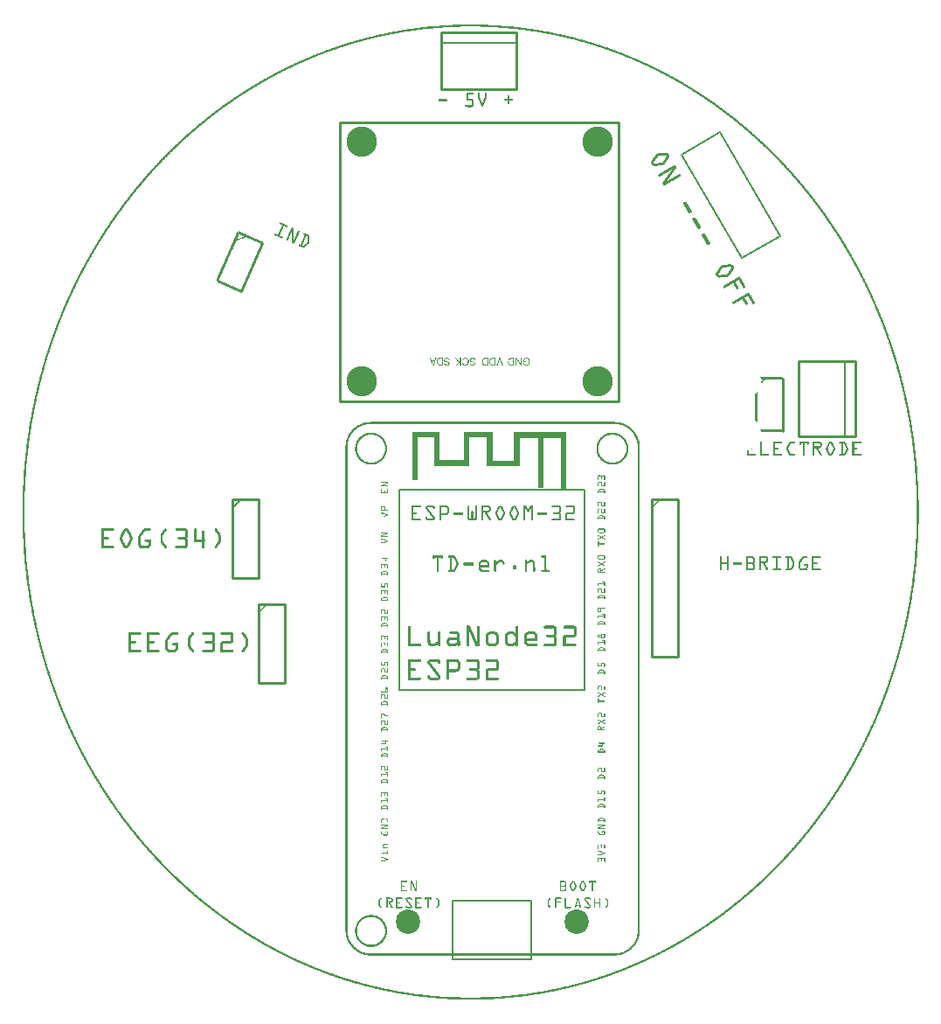
<source format=gto>
G04 MADE WITH FRITZING*
G04 WWW.FRITZING.ORG*
G04 DOUBLE SIDED*
G04 HOLES PLATED*
G04 CONTOUR ON CENTER OF CONTOUR VECTOR*
%ASAXBY*%
%FSLAX23Y23*%
%MOIN*%
%OFA0B0*%
%SFA1.0B1.0*%
%ADD10C,0.093181*%
%ADD11C,0.116000*%
%ADD12R,0.305790X0.232295X0.290142X0.216647*%
%ADD13C,0.007824*%
%ADD14R,0.714466X0.769713X0.698818X0.754065*%
%ADD15C,0.010000*%
%ADD16C,0.005000*%
%ADD17C,0.008000*%
%ADD18R,0.001000X0.001000*%
%LNSILK1*%
G90*
G70*
G54D10*
X2114Y296D03*
X1470Y296D03*
G54D11*
X2194Y2356D03*
X2194Y3270D03*
X1294Y3270D03*
X1294Y2356D03*
G54D13*
X1642Y379D02*
X1940Y379D01*
X1940Y154D01*
X1642Y154D01*
X1642Y379D01*
D02*
X1439Y1944D02*
X2146Y1944D01*
X2146Y1182D01*
X1439Y1182D01*
X1439Y1944D01*
D02*
G54D15*
X1212Y2280D02*
X1212Y3344D01*
D02*
X2275Y2280D02*
X1212Y2280D01*
D02*
X2275Y2280D02*
X2275Y3344D01*
D02*
X2275Y3344D02*
X1212Y3344D01*
D02*
X2400Y1909D02*
X2400Y1309D01*
D02*
X2400Y1309D02*
X2500Y1309D01*
D02*
X2500Y1309D02*
X2500Y1909D01*
D02*
X2500Y1909D02*
X2400Y1909D01*
D02*
X1598Y3471D02*
X1884Y3471D01*
D02*
X1884Y3471D02*
X1884Y3687D01*
D02*
X1884Y3687D02*
X1598Y3687D01*
D02*
X1598Y3687D02*
X1598Y3471D01*
G54D16*
D02*
X1884Y3647D02*
X1598Y3647D01*
G54D17*
D02*
X2663Y3308D02*
X2515Y3221D01*
D02*
X2515Y3221D02*
X2745Y2826D01*
D02*
X2745Y2826D02*
X2893Y2912D01*
D02*
X2893Y2912D02*
X2663Y3308D01*
G54D15*
D02*
X800Y1909D02*
X800Y1609D01*
D02*
X800Y1609D02*
X900Y1609D01*
D02*
X900Y1609D02*
X900Y1909D01*
D02*
X900Y1909D02*
X800Y1909D01*
G54D16*
D02*
X800Y1874D02*
X835Y1909D01*
G54D15*
D02*
X2900Y2168D02*
X2900Y2368D01*
D02*
X744Y2742D02*
X835Y2702D01*
D02*
X835Y2702D02*
X916Y2885D01*
D02*
X900Y1509D02*
X900Y1209D01*
D02*
X900Y1209D02*
X1000Y1209D01*
D02*
X1000Y1209D02*
X1000Y1509D01*
D02*
X1000Y1509D02*
X900Y1509D01*
D02*
X2962Y2433D02*
X2962Y2147D01*
D02*
X2962Y2147D02*
X3178Y2147D01*
D02*
X3178Y2147D02*
X3178Y2433D01*
D02*
X3178Y2433D02*
X2962Y2433D01*
G54D16*
D02*
X3138Y2147D02*
X3138Y2433D01*
G54D18*
X1672Y3717D02*
X1749Y3717D01*
X1642Y3716D02*
X1779Y3716D01*
X1622Y3715D02*
X1799Y3715D01*
X1606Y3714D02*
X1815Y3714D01*
X1592Y3713D02*
X1829Y3713D01*
X1579Y3712D02*
X1842Y3712D01*
X1567Y3711D02*
X1854Y3711D01*
X1557Y3710D02*
X1864Y3710D01*
X1547Y3709D02*
X1671Y3709D01*
X1750Y3709D02*
X1874Y3709D01*
X1537Y3708D02*
X1641Y3708D01*
X1780Y3708D02*
X1884Y3708D01*
X1529Y3707D02*
X1621Y3707D01*
X1800Y3707D02*
X1892Y3707D01*
X1520Y3706D02*
X1605Y3706D01*
X1816Y3706D02*
X1901Y3706D01*
X1512Y3705D02*
X1591Y3705D01*
X1830Y3705D02*
X1909Y3705D01*
X1504Y3704D02*
X1578Y3704D01*
X1843Y3704D02*
X1917Y3704D01*
X1497Y3703D02*
X1567Y3703D01*
X1854Y3703D02*
X1924Y3703D01*
X1489Y3702D02*
X1556Y3702D01*
X1865Y3702D02*
X1932Y3702D01*
X1483Y3701D02*
X1546Y3701D01*
X1875Y3701D02*
X1938Y3701D01*
X1476Y3700D02*
X1536Y3700D01*
X1885Y3700D02*
X1945Y3700D01*
X1469Y3699D02*
X1528Y3699D01*
X1893Y3699D02*
X1952Y3699D01*
X1463Y3698D02*
X1519Y3698D01*
X1902Y3698D02*
X1958Y3698D01*
X1456Y3697D02*
X1511Y3697D01*
X1910Y3697D02*
X1965Y3697D01*
X1450Y3696D02*
X1503Y3696D01*
X1918Y3696D02*
X1971Y3696D01*
X1444Y3695D02*
X1496Y3695D01*
X1925Y3695D02*
X1977Y3695D01*
X1439Y3694D02*
X1489Y3694D01*
X1932Y3694D02*
X1982Y3694D01*
X1433Y3693D02*
X1482Y3693D01*
X1939Y3693D02*
X1988Y3693D01*
X1427Y3692D02*
X1475Y3692D01*
X1946Y3692D02*
X1994Y3692D01*
X1422Y3691D02*
X1468Y3691D01*
X1953Y3691D02*
X1999Y3691D01*
X1417Y3690D02*
X1462Y3690D01*
X1959Y3690D02*
X2004Y3690D01*
X1411Y3689D02*
X1456Y3689D01*
X1965Y3689D02*
X2010Y3689D01*
X1406Y3688D02*
X1450Y3688D01*
X1971Y3688D02*
X2015Y3688D01*
X1401Y3687D02*
X1444Y3687D01*
X1977Y3687D02*
X2020Y3687D01*
X1396Y3686D02*
X1438Y3686D01*
X1983Y3686D02*
X2025Y3686D01*
X1391Y3685D02*
X1432Y3685D01*
X1989Y3685D02*
X2030Y3685D01*
X1386Y3684D02*
X1427Y3684D01*
X1994Y3684D02*
X2035Y3684D01*
X1382Y3683D02*
X1421Y3683D01*
X2000Y3683D02*
X2039Y3683D01*
X1377Y3682D02*
X1416Y3682D01*
X2005Y3682D02*
X2044Y3682D01*
X1372Y3681D02*
X1411Y3681D01*
X2010Y3681D02*
X2049Y3681D01*
X1368Y3680D02*
X1406Y3680D01*
X2015Y3680D02*
X2053Y3680D01*
X1363Y3679D02*
X1401Y3679D01*
X2020Y3679D02*
X2058Y3679D01*
X1359Y3678D02*
X1396Y3678D01*
X2025Y3678D02*
X2062Y3678D01*
X1355Y3677D02*
X1391Y3677D01*
X2030Y3677D02*
X2066Y3677D01*
X1350Y3676D02*
X1386Y3676D01*
X2035Y3676D02*
X2071Y3676D01*
X1346Y3675D02*
X1381Y3675D01*
X2040Y3675D02*
X2075Y3675D01*
X1342Y3674D02*
X1377Y3674D01*
X2045Y3674D02*
X2079Y3674D01*
X1338Y3673D02*
X1372Y3673D01*
X2049Y3673D02*
X2083Y3673D01*
X1334Y3672D02*
X1367Y3672D01*
X2054Y3672D02*
X2087Y3672D01*
X1329Y3671D02*
X1363Y3671D01*
X2058Y3671D02*
X2092Y3671D01*
X1325Y3670D02*
X1358Y3670D01*
X2063Y3670D02*
X2096Y3670D01*
X1321Y3669D02*
X1354Y3669D01*
X2067Y3669D02*
X2100Y3669D01*
X1318Y3668D02*
X1350Y3668D01*
X2071Y3668D02*
X2103Y3668D01*
X1314Y3667D02*
X1345Y3667D01*
X2076Y3667D02*
X2107Y3667D01*
X1310Y3666D02*
X1341Y3666D01*
X2080Y3666D02*
X2111Y3666D01*
X1306Y3665D02*
X1337Y3665D01*
X2084Y3665D02*
X2115Y3665D01*
X1302Y3664D02*
X1333Y3664D01*
X2088Y3664D02*
X2119Y3664D01*
X1299Y3663D02*
X1329Y3663D01*
X2092Y3663D02*
X2122Y3663D01*
X1295Y3662D02*
X1325Y3662D01*
X2096Y3662D02*
X2126Y3662D01*
X1291Y3661D02*
X1321Y3661D01*
X2100Y3661D02*
X2130Y3661D01*
X1288Y3660D02*
X1317Y3660D01*
X2104Y3660D02*
X2133Y3660D01*
X1284Y3659D02*
X1313Y3659D01*
X2108Y3659D02*
X2137Y3659D01*
X1280Y3658D02*
X1309Y3658D01*
X2112Y3658D02*
X2141Y3658D01*
X1277Y3657D02*
X1306Y3657D01*
X2115Y3657D02*
X2144Y3657D01*
X1273Y3656D02*
X1302Y3656D01*
X2119Y3656D02*
X2148Y3656D01*
X1270Y3655D02*
X1298Y3655D01*
X2123Y3655D02*
X2151Y3655D01*
X1266Y3654D02*
X1295Y3654D01*
X2126Y3654D02*
X2155Y3654D01*
X1263Y3653D02*
X1291Y3653D01*
X2130Y3653D02*
X2158Y3653D01*
X1260Y3652D02*
X1287Y3652D01*
X2134Y3652D02*
X2161Y3652D01*
X1256Y3651D02*
X1284Y3651D01*
X2137Y3651D02*
X2165Y3651D01*
X1253Y3650D02*
X1280Y3650D01*
X2141Y3650D02*
X2168Y3650D01*
X1250Y3649D02*
X1277Y3649D01*
X2144Y3649D02*
X2171Y3649D01*
X1246Y3648D02*
X1273Y3648D01*
X2148Y3648D02*
X2175Y3648D01*
X1243Y3647D02*
X1270Y3647D01*
X2151Y3647D02*
X2178Y3647D01*
X1240Y3646D02*
X1266Y3646D01*
X2155Y3646D02*
X2181Y3646D01*
X1237Y3645D02*
X1263Y3645D01*
X2158Y3645D02*
X2184Y3645D01*
X1234Y3644D02*
X1259Y3644D01*
X2162Y3644D02*
X2187Y3644D01*
X1230Y3643D02*
X1256Y3643D01*
X2165Y3643D02*
X2191Y3643D01*
X1227Y3642D02*
X1253Y3642D01*
X2168Y3642D02*
X2194Y3642D01*
X1224Y3641D02*
X1249Y3641D01*
X2172Y3641D02*
X2197Y3641D01*
X1221Y3640D02*
X1246Y3640D01*
X2175Y3640D02*
X2200Y3640D01*
X1218Y3639D02*
X1243Y3639D01*
X2178Y3639D02*
X2203Y3639D01*
X1215Y3638D02*
X1240Y3638D01*
X2181Y3638D02*
X2206Y3638D01*
X1212Y3637D02*
X1237Y3637D01*
X2184Y3637D02*
X2209Y3637D01*
X1209Y3636D02*
X1233Y3636D01*
X2188Y3636D02*
X2212Y3636D01*
X1206Y3635D02*
X1230Y3635D01*
X2191Y3635D02*
X2215Y3635D01*
X1203Y3634D02*
X1227Y3634D01*
X2194Y3634D02*
X2218Y3634D01*
X1200Y3633D02*
X1224Y3633D01*
X2197Y3633D02*
X2221Y3633D01*
X1197Y3632D02*
X1221Y3632D01*
X2200Y3632D02*
X2224Y3632D01*
X1194Y3631D02*
X1218Y3631D01*
X2203Y3631D02*
X2227Y3631D01*
X1191Y3630D02*
X1215Y3630D01*
X2206Y3630D02*
X2230Y3630D01*
X1188Y3629D02*
X1212Y3629D01*
X2209Y3629D02*
X2233Y3629D01*
X1186Y3628D02*
X1209Y3628D01*
X2212Y3628D02*
X2235Y3628D01*
X1183Y3627D02*
X1206Y3627D01*
X2215Y3627D02*
X2238Y3627D01*
X1180Y3626D02*
X1203Y3626D01*
X2218Y3626D02*
X2241Y3626D01*
X1177Y3625D02*
X1200Y3625D01*
X2221Y3625D02*
X2244Y3625D01*
X1174Y3624D02*
X1197Y3624D01*
X2224Y3624D02*
X2247Y3624D01*
X1172Y3623D02*
X1194Y3623D01*
X2227Y3623D02*
X2250Y3623D01*
X1169Y3622D02*
X1191Y3622D01*
X2230Y3622D02*
X2252Y3622D01*
X1166Y3621D02*
X1188Y3621D01*
X2233Y3621D02*
X2255Y3621D01*
X1163Y3620D02*
X1185Y3620D01*
X2236Y3620D02*
X2258Y3620D01*
X1160Y3619D02*
X1183Y3619D01*
X2238Y3619D02*
X2261Y3619D01*
X1158Y3618D02*
X1180Y3618D01*
X2241Y3618D02*
X2263Y3618D01*
X1155Y3617D02*
X1177Y3617D01*
X2244Y3617D02*
X2266Y3617D01*
X1153Y3616D02*
X1174Y3616D01*
X2247Y3616D02*
X2269Y3616D01*
X1150Y3615D02*
X1171Y3615D01*
X2250Y3615D02*
X2271Y3615D01*
X1147Y3614D02*
X1169Y3614D01*
X2252Y3614D02*
X2274Y3614D01*
X1145Y3613D02*
X1166Y3613D01*
X2255Y3613D02*
X2276Y3613D01*
X1142Y3612D02*
X1163Y3612D01*
X2258Y3612D02*
X2279Y3612D01*
X1139Y3611D02*
X1161Y3611D01*
X2260Y3611D02*
X2282Y3611D01*
X1137Y3610D02*
X1158Y3610D01*
X2263Y3610D02*
X2284Y3610D01*
X1134Y3609D02*
X1155Y3609D01*
X2266Y3609D02*
X2287Y3609D01*
X1132Y3608D02*
X1153Y3608D01*
X2268Y3608D02*
X2289Y3608D01*
X1129Y3607D02*
X1150Y3607D01*
X2271Y3607D02*
X2292Y3607D01*
X1127Y3606D02*
X1147Y3606D01*
X2274Y3606D02*
X2294Y3606D01*
X1124Y3605D02*
X1145Y3605D01*
X2276Y3605D02*
X2297Y3605D01*
X1121Y3604D02*
X1142Y3604D01*
X2279Y3604D02*
X2300Y3604D01*
X1119Y3603D02*
X1139Y3603D01*
X2282Y3603D02*
X2302Y3603D01*
X1117Y3602D02*
X1137Y3602D01*
X2284Y3602D02*
X2304Y3602D01*
X1114Y3601D02*
X1134Y3601D01*
X2287Y3601D02*
X2307Y3601D01*
X1112Y3600D02*
X1132Y3600D01*
X2289Y3600D02*
X2309Y3600D01*
X1109Y3599D02*
X1129Y3599D01*
X2292Y3599D02*
X2312Y3599D01*
X1107Y3598D02*
X1127Y3598D01*
X2294Y3598D02*
X2314Y3598D01*
X1104Y3597D02*
X1124Y3597D01*
X2297Y3597D02*
X2317Y3597D01*
X1102Y3596D02*
X1122Y3596D01*
X2299Y3596D02*
X2319Y3596D01*
X1099Y3595D02*
X1119Y3595D01*
X2302Y3595D02*
X2322Y3595D01*
X1097Y3594D02*
X1117Y3594D01*
X2304Y3594D02*
X2324Y3594D01*
X1095Y3593D02*
X1114Y3593D01*
X2307Y3593D02*
X2326Y3593D01*
X1092Y3592D02*
X1112Y3592D01*
X2309Y3592D02*
X2329Y3592D01*
X1090Y3591D02*
X1109Y3591D01*
X2312Y3591D02*
X2331Y3591D01*
X1088Y3590D02*
X1107Y3590D01*
X2314Y3590D02*
X2333Y3590D01*
X1085Y3589D02*
X1104Y3589D01*
X2317Y3589D02*
X2336Y3589D01*
X1083Y3588D02*
X1102Y3588D01*
X2319Y3588D02*
X2338Y3588D01*
X1081Y3587D02*
X1100Y3587D01*
X2321Y3587D02*
X2340Y3587D01*
X1078Y3586D02*
X1097Y3586D01*
X2324Y3586D02*
X2343Y3586D01*
X1076Y3585D02*
X1095Y3585D01*
X2326Y3585D02*
X2345Y3585D01*
X1074Y3584D02*
X1092Y3584D01*
X2329Y3584D02*
X2347Y3584D01*
X1071Y3583D02*
X1090Y3583D01*
X2331Y3583D02*
X2350Y3583D01*
X1069Y3582D02*
X1088Y3582D01*
X2333Y3582D02*
X2352Y3582D01*
X1067Y3581D02*
X1085Y3581D01*
X2336Y3581D02*
X2354Y3581D01*
X1064Y3580D02*
X1083Y3580D01*
X2338Y3580D02*
X2357Y3580D01*
X1062Y3579D02*
X1081Y3579D01*
X2340Y3579D02*
X2359Y3579D01*
X1060Y3578D02*
X1078Y3578D01*
X2343Y3578D02*
X2361Y3578D01*
X1058Y3577D02*
X1076Y3577D01*
X2345Y3577D02*
X2363Y3577D01*
X1056Y3576D02*
X1074Y3576D01*
X2347Y3576D02*
X2365Y3576D01*
X1053Y3575D02*
X1072Y3575D01*
X2349Y3575D02*
X2368Y3575D01*
X1051Y3574D02*
X1069Y3574D01*
X2352Y3574D02*
X2370Y3574D01*
X1049Y3573D02*
X1067Y3573D01*
X2354Y3573D02*
X2372Y3573D01*
X1047Y3572D02*
X1065Y3572D01*
X2356Y3572D02*
X2374Y3572D01*
X1045Y3571D02*
X1063Y3571D01*
X2358Y3571D02*
X2376Y3571D01*
X1042Y3570D02*
X1060Y3570D01*
X2361Y3570D02*
X2379Y3570D01*
X1040Y3569D02*
X1058Y3569D01*
X2363Y3569D02*
X2381Y3569D01*
X1038Y3568D02*
X1056Y3568D01*
X2365Y3568D02*
X2383Y3568D01*
X1036Y3567D02*
X1054Y3567D01*
X2367Y3567D02*
X2385Y3567D01*
X1034Y3566D02*
X1052Y3566D01*
X2369Y3566D02*
X2387Y3566D01*
X1032Y3565D02*
X1049Y3565D01*
X2372Y3565D02*
X2389Y3565D01*
X1030Y3564D02*
X1047Y3564D01*
X2374Y3564D02*
X2391Y3564D01*
X1027Y3563D02*
X1045Y3563D01*
X2376Y3563D02*
X2394Y3563D01*
X1025Y3562D02*
X1043Y3562D01*
X2378Y3562D02*
X2396Y3562D01*
X1023Y3561D02*
X1041Y3561D01*
X2380Y3561D02*
X2398Y3561D01*
X1021Y3560D02*
X1039Y3560D01*
X2382Y3560D02*
X2400Y3560D01*
X1019Y3559D02*
X1036Y3559D01*
X2385Y3559D02*
X2402Y3559D01*
X1017Y3558D02*
X1034Y3558D01*
X2387Y3558D02*
X2404Y3558D01*
X1015Y3557D02*
X1032Y3557D01*
X2389Y3557D02*
X2406Y3557D01*
X1013Y3556D02*
X1030Y3556D01*
X2391Y3556D02*
X2408Y3556D01*
X1011Y3555D02*
X1028Y3555D01*
X2393Y3555D02*
X2410Y3555D01*
X1009Y3554D02*
X1026Y3554D01*
X2395Y3554D02*
X2412Y3554D01*
X1007Y3553D02*
X1024Y3553D01*
X2397Y3553D02*
X2414Y3553D01*
X1005Y3552D02*
X1022Y3552D01*
X2399Y3552D02*
X2416Y3552D01*
X1003Y3551D02*
X1020Y3551D01*
X2401Y3551D02*
X2418Y3551D01*
X1001Y3550D02*
X1018Y3550D01*
X2403Y3550D02*
X2420Y3550D01*
X999Y3549D02*
X1015Y3549D01*
X2406Y3549D02*
X2422Y3549D01*
X997Y3548D02*
X1013Y3548D01*
X2408Y3548D02*
X2424Y3548D01*
X995Y3547D02*
X1011Y3547D01*
X2410Y3547D02*
X2426Y3547D01*
X993Y3546D02*
X1009Y3546D01*
X2412Y3546D02*
X2428Y3546D01*
X991Y3545D02*
X1007Y3545D01*
X2414Y3545D02*
X2430Y3545D01*
X989Y3544D02*
X1005Y3544D01*
X2416Y3544D02*
X2432Y3544D01*
X987Y3543D02*
X1003Y3543D01*
X2418Y3543D02*
X2434Y3543D01*
X985Y3542D02*
X1001Y3542D01*
X2420Y3542D02*
X2436Y3542D01*
X983Y3541D02*
X999Y3541D01*
X2422Y3541D02*
X2438Y3541D01*
X981Y3540D02*
X997Y3540D01*
X2424Y3540D02*
X2440Y3540D01*
X979Y3539D02*
X995Y3539D01*
X2426Y3539D02*
X2442Y3539D01*
X977Y3538D02*
X993Y3538D01*
X2428Y3538D02*
X2444Y3538D01*
X975Y3537D02*
X991Y3537D01*
X2430Y3537D02*
X2446Y3537D01*
X973Y3536D02*
X989Y3536D01*
X2432Y3536D02*
X2448Y3536D01*
X971Y3535D02*
X987Y3535D01*
X2434Y3535D02*
X2450Y3535D01*
X969Y3534D02*
X985Y3534D01*
X2436Y3534D02*
X2452Y3534D01*
X967Y3533D02*
X984Y3533D01*
X2437Y3533D02*
X2454Y3533D01*
X966Y3532D02*
X982Y3532D01*
X2439Y3532D02*
X2455Y3532D01*
X964Y3531D02*
X980Y3531D01*
X2441Y3531D02*
X2457Y3531D01*
X962Y3530D02*
X978Y3530D01*
X2443Y3530D02*
X2459Y3530D01*
X960Y3529D02*
X976Y3529D01*
X2445Y3529D02*
X2461Y3529D01*
X958Y3528D02*
X974Y3528D01*
X2447Y3528D02*
X2463Y3528D01*
X956Y3527D02*
X972Y3527D01*
X2449Y3527D02*
X2465Y3527D01*
X954Y3526D02*
X970Y3526D01*
X2451Y3526D02*
X2467Y3526D01*
X952Y3525D02*
X968Y3525D01*
X2453Y3525D02*
X2469Y3525D01*
X951Y3524D02*
X966Y3524D01*
X2455Y3524D02*
X2470Y3524D01*
X949Y3523D02*
X964Y3523D01*
X2457Y3523D02*
X2472Y3523D01*
X947Y3522D02*
X963Y3522D01*
X2458Y3522D02*
X2474Y3522D01*
X945Y3521D02*
X961Y3521D01*
X2460Y3521D02*
X2476Y3521D01*
X943Y3520D02*
X959Y3520D01*
X2462Y3520D02*
X2478Y3520D01*
X941Y3519D02*
X957Y3519D01*
X2464Y3519D02*
X2480Y3519D01*
X940Y3518D02*
X955Y3518D01*
X2466Y3518D02*
X2481Y3518D01*
X938Y3517D02*
X953Y3517D01*
X2468Y3517D02*
X2483Y3517D01*
X936Y3516D02*
X951Y3516D01*
X2470Y3516D02*
X2485Y3516D01*
X934Y3515D02*
X949Y3515D01*
X2472Y3515D02*
X2487Y3515D01*
X932Y3514D02*
X948Y3514D01*
X2473Y3514D02*
X2489Y3514D01*
X931Y3513D02*
X946Y3513D01*
X2475Y3513D02*
X2490Y3513D01*
X929Y3512D02*
X944Y3512D01*
X2477Y3512D02*
X2492Y3512D01*
X927Y3511D02*
X942Y3511D01*
X2479Y3511D02*
X2494Y3511D01*
X925Y3510D02*
X940Y3510D01*
X2481Y3510D02*
X2496Y3510D01*
X923Y3509D02*
X939Y3509D01*
X2482Y3509D02*
X2498Y3509D01*
X922Y3508D02*
X937Y3508D01*
X2484Y3508D02*
X2499Y3508D01*
X920Y3507D02*
X935Y3507D01*
X2486Y3507D02*
X2501Y3507D01*
X918Y3506D02*
X933Y3506D01*
X2488Y3506D02*
X2503Y3506D01*
X916Y3505D02*
X931Y3505D01*
X2490Y3505D02*
X2505Y3505D01*
X915Y3504D02*
X930Y3504D01*
X2491Y3504D02*
X2506Y3504D01*
X913Y3503D02*
X928Y3503D01*
X2493Y3503D02*
X2508Y3503D01*
X911Y3502D02*
X926Y3502D01*
X2495Y3502D02*
X2510Y3502D01*
X909Y3501D02*
X924Y3501D01*
X2497Y3501D02*
X2512Y3501D01*
X908Y3500D02*
X923Y3500D01*
X2498Y3500D02*
X2513Y3500D01*
X906Y3499D02*
X921Y3499D01*
X2500Y3499D02*
X2515Y3499D01*
X904Y3498D02*
X919Y3498D01*
X2502Y3498D02*
X2517Y3498D01*
X903Y3497D02*
X917Y3497D01*
X2504Y3497D02*
X2518Y3497D01*
X901Y3496D02*
X915Y3496D01*
X2506Y3496D02*
X2520Y3496D01*
X899Y3495D02*
X914Y3495D01*
X2507Y3495D02*
X2522Y3495D01*
X897Y3494D02*
X912Y3494D01*
X2509Y3494D02*
X2524Y3494D01*
X896Y3493D02*
X910Y3493D01*
X2511Y3493D02*
X2525Y3493D01*
X894Y3492D02*
X909Y3492D01*
X2512Y3492D02*
X2527Y3492D01*
X892Y3491D02*
X907Y3491D01*
X2514Y3491D02*
X2529Y3491D01*
X891Y3490D02*
X905Y3490D01*
X2516Y3490D02*
X2530Y3490D01*
X889Y3489D02*
X903Y3489D01*
X2518Y3489D02*
X2532Y3489D01*
X887Y3488D02*
X902Y3488D01*
X2519Y3488D02*
X2534Y3488D01*
X886Y3487D02*
X900Y3487D01*
X2521Y3487D02*
X2535Y3487D01*
X884Y3486D02*
X898Y3486D01*
X2523Y3486D02*
X2537Y3486D01*
X882Y3485D02*
X897Y3485D01*
X2524Y3485D02*
X2539Y3485D01*
X881Y3484D02*
X895Y3484D01*
X2526Y3484D02*
X2540Y3484D01*
X879Y3483D02*
X893Y3483D01*
X2528Y3483D02*
X2542Y3483D01*
X877Y3482D02*
X892Y3482D01*
X2529Y3482D02*
X2544Y3482D01*
X876Y3481D02*
X890Y3481D01*
X2531Y3481D02*
X2545Y3481D01*
X874Y3480D02*
X888Y3480D01*
X2533Y3480D02*
X2547Y3480D01*
X873Y3479D02*
X887Y3479D01*
X2534Y3479D02*
X2549Y3479D01*
X871Y3478D02*
X885Y3478D01*
X2536Y3478D02*
X2550Y3478D01*
X869Y3477D02*
X883Y3477D01*
X2538Y3477D02*
X2552Y3477D01*
X868Y3476D02*
X882Y3476D01*
X2539Y3476D02*
X2553Y3476D01*
X866Y3475D02*
X880Y3475D01*
X2541Y3475D02*
X2555Y3475D01*
X864Y3474D02*
X878Y3474D01*
X2543Y3474D02*
X2557Y3474D01*
X863Y3473D02*
X877Y3473D01*
X2544Y3473D02*
X2558Y3473D01*
X861Y3472D02*
X875Y3472D01*
X2546Y3472D02*
X2560Y3472D01*
X860Y3471D02*
X874Y3471D01*
X2548Y3471D02*
X2561Y3471D01*
X858Y3470D02*
X872Y3470D01*
X2549Y3470D02*
X2563Y3470D01*
X856Y3469D02*
X870Y3469D01*
X2551Y3469D02*
X2565Y3469D01*
X855Y3468D02*
X869Y3468D01*
X2552Y3468D02*
X2566Y3468D01*
X853Y3467D02*
X867Y3467D01*
X2554Y3467D02*
X2568Y3467D01*
X852Y3466D02*
X865Y3466D01*
X2556Y3466D02*
X2569Y3466D01*
X850Y3465D02*
X864Y3465D01*
X2557Y3465D02*
X2571Y3465D01*
X848Y3464D02*
X862Y3464D01*
X2559Y3464D02*
X2573Y3464D01*
X847Y3463D02*
X861Y3463D01*
X2560Y3463D02*
X2574Y3463D01*
X845Y3462D02*
X859Y3462D01*
X2562Y3462D02*
X2576Y3462D01*
X844Y3461D02*
X857Y3461D01*
X2564Y3461D02*
X2577Y3461D01*
X842Y3460D02*
X856Y3460D01*
X2565Y3460D02*
X2579Y3460D01*
X841Y3459D02*
X854Y3459D01*
X2567Y3459D02*
X2580Y3459D01*
X839Y3458D02*
X853Y3458D01*
X2568Y3458D02*
X2582Y3458D01*
X838Y3457D02*
X851Y3457D01*
X1695Y3457D02*
X1718Y3457D01*
X1741Y3457D02*
X1741Y3457D01*
X1769Y3457D02*
X1769Y3457D01*
X2570Y3457D02*
X2583Y3457D01*
X836Y3456D02*
X850Y3456D01*
X1695Y3456D02*
X1720Y3456D01*
X1739Y3456D02*
X1743Y3456D01*
X1767Y3456D02*
X1771Y3456D01*
X2571Y3456D02*
X2585Y3456D01*
X834Y3455D02*
X848Y3455D01*
X1695Y3455D02*
X1721Y3455D01*
X1738Y3455D02*
X1744Y3455D01*
X1766Y3455D02*
X1771Y3455D01*
X2573Y3455D02*
X2587Y3455D01*
X833Y3454D02*
X846Y3454D01*
X1695Y3454D02*
X1721Y3454D01*
X1738Y3454D02*
X1744Y3454D01*
X1766Y3454D02*
X1772Y3454D01*
X2575Y3454D02*
X2588Y3454D01*
X831Y3453D02*
X845Y3453D01*
X1695Y3453D02*
X1721Y3453D01*
X1738Y3453D02*
X1744Y3453D01*
X1766Y3453D02*
X1772Y3453D01*
X2576Y3453D02*
X2590Y3453D01*
X830Y3452D02*
X843Y3452D01*
X1695Y3452D02*
X1721Y3452D01*
X1738Y3452D02*
X1744Y3452D01*
X1766Y3452D02*
X1772Y3452D01*
X2578Y3452D02*
X2591Y3452D01*
X828Y3451D02*
X842Y3451D01*
X1695Y3451D02*
X1720Y3451D01*
X1738Y3451D02*
X1744Y3451D01*
X1766Y3451D02*
X1772Y3451D01*
X2579Y3451D02*
X2593Y3451D01*
X827Y3450D02*
X840Y3450D01*
X1695Y3450D02*
X1701Y3450D01*
X1738Y3450D02*
X1744Y3450D01*
X1766Y3450D02*
X1772Y3450D01*
X2581Y3450D02*
X2594Y3450D01*
X825Y3449D02*
X839Y3449D01*
X1695Y3449D02*
X1701Y3449D01*
X1738Y3449D02*
X1744Y3449D01*
X1766Y3449D02*
X1772Y3449D01*
X2582Y3449D02*
X2596Y3449D01*
X824Y3448D02*
X837Y3448D01*
X1695Y3448D02*
X1701Y3448D01*
X1738Y3448D02*
X1744Y3448D01*
X1766Y3448D02*
X1772Y3448D01*
X2584Y3448D02*
X2597Y3448D01*
X822Y3447D02*
X836Y3447D01*
X1695Y3447D02*
X1701Y3447D01*
X1738Y3447D02*
X1744Y3447D01*
X1766Y3447D02*
X1772Y3447D01*
X1855Y3447D02*
X1856Y3447D01*
X2585Y3447D02*
X2599Y3447D01*
X821Y3446D02*
X834Y3446D01*
X1695Y3446D02*
X1701Y3446D01*
X1738Y3446D02*
X1744Y3446D01*
X1766Y3446D02*
X1772Y3446D01*
X1853Y3446D02*
X1857Y3446D01*
X2587Y3446D02*
X2600Y3446D01*
X819Y3445D02*
X833Y3445D01*
X1695Y3445D02*
X1701Y3445D01*
X1738Y3445D02*
X1744Y3445D01*
X1766Y3445D02*
X1772Y3445D01*
X1853Y3445D02*
X1858Y3445D01*
X2588Y3445D02*
X2602Y3445D01*
X818Y3444D02*
X831Y3444D01*
X1695Y3444D02*
X1701Y3444D01*
X1738Y3444D02*
X1744Y3444D01*
X1766Y3444D02*
X1772Y3444D01*
X1852Y3444D02*
X1858Y3444D01*
X2590Y3444D02*
X2603Y3444D01*
X816Y3443D02*
X829Y3443D01*
X1695Y3443D02*
X1701Y3443D01*
X1738Y3443D02*
X1744Y3443D01*
X1766Y3443D02*
X1772Y3443D01*
X1852Y3443D02*
X1858Y3443D01*
X2592Y3443D02*
X2605Y3443D01*
X815Y3442D02*
X828Y3442D01*
X1695Y3442D02*
X1701Y3442D01*
X1738Y3442D02*
X1744Y3442D01*
X1766Y3442D02*
X1772Y3442D01*
X1852Y3442D02*
X1858Y3442D01*
X2593Y3442D02*
X2606Y3442D01*
X813Y3441D02*
X826Y3441D01*
X1695Y3441D02*
X1701Y3441D01*
X1738Y3441D02*
X1745Y3441D01*
X1765Y3441D02*
X1772Y3441D01*
X1852Y3441D02*
X1858Y3441D01*
X2595Y3441D02*
X2608Y3441D01*
X812Y3440D02*
X825Y3440D01*
X1695Y3440D02*
X1701Y3440D01*
X1739Y3440D02*
X1745Y3440D01*
X1765Y3440D02*
X1771Y3440D01*
X1852Y3440D02*
X1858Y3440D01*
X2596Y3440D02*
X2609Y3440D01*
X810Y3439D02*
X823Y3439D01*
X1695Y3439D02*
X1701Y3439D01*
X1739Y3439D02*
X1745Y3439D01*
X1764Y3439D02*
X1771Y3439D01*
X1852Y3439D02*
X1858Y3439D01*
X2598Y3439D02*
X2611Y3439D01*
X809Y3438D02*
X822Y3438D01*
X1695Y3438D02*
X1701Y3438D01*
X1739Y3438D02*
X1746Y3438D01*
X1764Y3438D02*
X1770Y3438D01*
X1852Y3438D02*
X1858Y3438D01*
X2599Y3438D02*
X2612Y3438D01*
X807Y3437D02*
X820Y3437D01*
X1695Y3437D02*
X1701Y3437D01*
X1740Y3437D02*
X1746Y3437D01*
X1764Y3437D02*
X1770Y3437D01*
X1852Y3437D02*
X1858Y3437D01*
X2601Y3437D02*
X2614Y3437D01*
X806Y3436D02*
X819Y3436D01*
X1695Y3436D02*
X1701Y3436D01*
X1740Y3436D02*
X1747Y3436D01*
X1763Y3436D02*
X1770Y3436D01*
X1852Y3436D02*
X1858Y3436D01*
X2602Y3436D02*
X2615Y3436D01*
X804Y3435D02*
X817Y3435D01*
X1695Y3435D02*
X1701Y3435D01*
X1740Y3435D02*
X1747Y3435D01*
X1763Y3435D02*
X1769Y3435D01*
X1852Y3435D02*
X1858Y3435D01*
X2604Y3435D02*
X2617Y3435D01*
X803Y3434D02*
X816Y3434D01*
X1695Y3434D02*
X1701Y3434D01*
X1741Y3434D02*
X1747Y3434D01*
X1762Y3434D02*
X1769Y3434D01*
X1852Y3434D02*
X1858Y3434D01*
X2605Y3434D02*
X2618Y3434D01*
X801Y3433D02*
X815Y3433D01*
X1589Y3433D02*
X1619Y3433D01*
X1695Y3433D02*
X1717Y3433D01*
X1741Y3433D02*
X1748Y3433D01*
X1762Y3433D02*
X1769Y3433D01*
X1840Y3433D02*
X1870Y3433D01*
X2606Y3433D02*
X2620Y3433D01*
X800Y3432D02*
X813Y3432D01*
X1588Y3432D02*
X1620Y3432D01*
X1695Y3432D02*
X1719Y3432D01*
X1742Y3432D02*
X1748Y3432D01*
X1762Y3432D02*
X1768Y3432D01*
X1839Y3432D02*
X1871Y3432D01*
X2608Y3432D02*
X2621Y3432D01*
X799Y3431D02*
X812Y3431D01*
X1588Y3431D02*
X1621Y3431D01*
X1695Y3431D02*
X1720Y3431D01*
X1742Y3431D02*
X1749Y3431D01*
X1761Y3431D02*
X1768Y3431D01*
X1839Y3431D02*
X1872Y3431D01*
X2609Y3431D02*
X2622Y3431D01*
X797Y3430D02*
X810Y3430D01*
X1588Y3430D02*
X1621Y3430D01*
X1695Y3430D02*
X1720Y3430D01*
X1742Y3430D02*
X1749Y3430D01*
X1761Y3430D02*
X1767Y3430D01*
X1839Y3430D02*
X1872Y3430D01*
X2611Y3430D02*
X2624Y3430D01*
X796Y3429D02*
X809Y3429D01*
X1588Y3429D02*
X1621Y3429D01*
X1695Y3429D02*
X1721Y3429D01*
X1743Y3429D02*
X1749Y3429D01*
X1760Y3429D02*
X1767Y3429D01*
X1839Y3429D02*
X1872Y3429D01*
X2612Y3429D02*
X2625Y3429D01*
X794Y3428D02*
X807Y3428D01*
X1588Y3428D02*
X1621Y3428D01*
X1695Y3428D02*
X1721Y3428D01*
X1743Y3428D02*
X1750Y3428D01*
X1760Y3428D02*
X1767Y3428D01*
X1839Y3428D02*
X1871Y3428D01*
X2614Y3428D02*
X2627Y3428D01*
X793Y3427D02*
X806Y3427D01*
X1588Y3427D02*
X1621Y3427D01*
X1695Y3427D02*
X1721Y3427D01*
X1744Y3427D02*
X1750Y3427D01*
X1760Y3427D02*
X1766Y3427D01*
X1840Y3427D02*
X1870Y3427D01*
X2615Y3427D02*
X2628Y3427D01*
X791Y3426D02*
X804Y3426D01*
X1588Y3426D02*
X1621Y3426D01*
X1715Y3426D02*
X1722Y3426D01*
X1744Y3426D02*
X1751Y3426D01*
X1759Y3426D02*
X1766Y3426D01*
X1852Y3426D02*
X1858Y3426D01*
X2617Y3426D02*
X2630Y3426D01*
X790Y3425D02*
X803Y3425D01*
X1588Y3425D02*
X1620Y3425D01*
X1715Y3425D02*
X1722Y3425D01*
X1744Y3425D02*
X1751Y3425D01*
X1759Y3425D02*
X1765Y3425D01*
X1852Y3425D02*
X1858Y3425D01*
X2618Y3425D02*
X2631Y3425D01*
X788Y3424D02*
X801Y3424D01*
X1589Y3424D02*
X1619Y3424D01*
X1715Y3424D02*
X1722Y3424D01*
X1745Y3424D02*
X1751Y3424D01*
X1758Y3424D02*
X1765Y3424D01*
X1852Y3424D02*
X1858Y3424D01*
X2620Y3424D02*
X2633Y3424D01*
X787Y3423D02*
X800Y3423D01*
X1715Y3423D02*
X1722Y3423D01*
X1745Y3423D02*
X1752Y3423D01*
X1758Y3423D02*
X1765Y3423D01*
X1852Y3423D02*
X1858Y3423D01*
X2621Y3423D02*
X2634Y3423D01*
X786Y3422D02*
X798Y3422D01*
X1715Y3422D02*
X1722Y3422D01*
X1746Y3422D02*
X1752Y3422D01*
X1758Y3422D02*
X1764Y3422D01*
X1852Y3422D02*
X1858Y3422D01*
X2623Y3422D02*
X2635Y3422D01*
X784Y3421D02*
X797Y3421D01*
X1715Y3421D02*
X1722Y3421D01*
X1746Y3421D02*
X1753Y3421D01*
X1757Y3421D02*
X1764Y3421D01*
X1852Y3421D02*
X1858Y3421D01*
X2624Y3421D02*
X2637Y3421D01*
X783Y3420D02*
X795Y3420D01*
X1715Y3420D02*
X1722Y3420D01*
X1746Y3420D02*
X1753Y3420D01*
X1757Y3420D02*
X1763Y3420D01*
X1852Y3420D02*
X1858Y3420D01*
X2626Y3420D02*
X2638Y3420D01*
X781Y3419D02*
X794Y3419D01*
X1715Y3419D02*
X1722Y3419D01*
X1747Y3419D02*
X1753Y3419D01*
X1757Y3419D02*
X1763Y3419D01*
X1852Y3419D02*
X1858Y3419D01*
X2627Y3419D02*
X2640Y3419D01*
X780Y3418D02*
X793Y3418D01*
X1715Y3418D02*
X1722Y3418D01*
X1747Y3418D02*
X1754Y3418D01*
X1756Y3418D02*
X1763Y3418D01*
X1852Y3418D02*
X1858Y3418D01*
X2628Y3418D02*
X2641Y3418D01*
X778Y3417D02*
X791Y3417D01*
X1715Y3417D02*
X1722Y3417D01*
X1747Y3417D02*
X1754Y3417D01*
X1756Y3417D02*
X1762Y3417D01*
X1852Y3417D02*
X1858Y3417D01*
X2630Y3417D02*
X2643Y3417D01*
X777Y3416D02*
X790Y3416D01*
X1715Y3416D02*
X1722Y3416D01*
X1748Y3416D02*
X1762Y3416D01*
X1852Y3416D02*
X1858Y3416D01*
X2631Y3416D02*
X2644Y3416D01*
X776Y3415D02*
X788Y3415D01*
X1715Y3415D02*
X1722Y3415D01*
X1748Y3415D02*
X1762Y3415D01*
X1853Y3415D02*
X1858Y3415D01*
X2633Y3415D02*
X2645Y3415D01*
X774Y3414D02*
X787Y3414D01*
X1715Y3414D02*
X1722Y3414D01*
X1749Y3414D02*
X1761Y3414D01*
X1853Y3414D02*
X1857Y3414D01*
X2634Y3414D02*
X2647Y3414D01*
X773Y3413D02*
X786Y3413D01*
X1715Y3413D02*
X1722Y3413D01*
X1749Y3413D02*
X1761Y3413D01*
X1855Y3413D02*
X1856Y3413D01*
X2635Y3413D02*
X2648Y3413D01*
X771Y3412D02*
X784Y3412D01*
X1689Y3412D02*
X1693Y3412D01*
X1715Y3412D02*
X1722Y3412D01*
X1749Y3412D02*
X1760Y3412D01*
X2637Y3412D02*
X2650Y3412D01*
X770Y3411D02*
X783Y3411D01*
X1688Y3411D02*
X1696Y3411D01*
X1715Y3411D02*
X1722Y3411D01*
X1750Y3411D02*
X1760Y3411D01*
X2638Y3411D02*
X2651Y3411D01*
X769Y3410D02*
X781Y3410D01*
X1688Y3410D02*
X1698Y3410D01*
X1715Y3410D02*
X1721Y3410D01*
X1750Y3410D02*
X1760Y3410D01*
X2640Y3410D02*
X2652Y3410D01*
X767Y3409D02*
X780Y3409D01*
X1688Y3409D02*
X1721Y3409D01*
X1751Y3409D02*
X1759Y3409D01*
X2641Y3409D02*
X2654Y3409D01*
X766Y3408D02*
X779Y3408D01*
X1688Y3408D02*
X1721Y3408D01*
X1751Y3408D02*
X1759Y3408D01*
X2642Y3408D02*
X2655Y3408D01*
X765Y3407D02*
X777Y3407D01*
X1689Y3407D02*
X1721Y3407D01*
X1751Y3407D02*
X1758Y3407D01*
X2644Y3407D02*
X2656Y3407D01*
X763Y3406D02*
X776Y3406D01*
X1690Y3406D02*
X1720Y3406D01*
X1752Y3406D02*
X1758Y3406D01*
X2645Y3406D02*
X2658Y3406D01*
X762Y3405D02*
X774Y3405D01*
X1692Y3405D02*
X1719Y3405D01*
X1752Y3405D02*
X1758Y3405D01*
X2647Y3405D02*
X2659Y3405D01*
X760Y3404D02*
X773Y3404D01*
X1695Y3404D02*
X1718Y3404D01*
X1753Y3404D02*
X1757Y3404D01*
X2648Y3404D02*
X2661Y3404D01*
X759Y3403D02*
X772Y3403D01*
X1699Y3403D02*
X1715Y3403D01*
X1755Y3403D02*
X1755Y3403D01*
X2649Y3403D02*
X2662Y3403D01*
X758Y3402D02*
X770Y3402D01*
X2651Y3402D02*
X2663Y3402D01*
X756Y3401D02*
X769Y3401D01*
X2652Y3401D02*
X2665Y3401D01*
X755Y3400D02*
X767Y3400D01*
X2654Y3400D02*
X2666Y3400D01*
X754Y3399D02*
X766Y3399D01*
X2655Y3399D02*
X2667Y3399D01*
X752Y3398D02*
X765Y3398D01*
X2656Y3398D02*
X2669Y3398D01*
X751Y3397D02*
X763Y3397D01*
X2658Y3397D02*
X2670Y3397D01*
X750Y3396D02*
X762Y3396D01*
X2659Y3396D02*
X2671Y3396D01*
X748Y3395D02*
X760Y3395D01*
X2661Y3395D02*
X2673Y3395D01*
X747Y3394D02*
X759Y3394D01*
X2662Y3394D02*
X2674Y3394D01*
X746Y3393D02*
X758Y3393D01*
X2663Y3393D02*
X2675Y3393D01*
X744Y3392D02*
X756Y3392D01*
X2665Y3392D02*
X2677Y3392D01*
X743Y3391D02*
X755Y3391D01*
X2666Y3391D02*
X2678Y3391D01*
X742Y3390D02*
X754Y3390D01*
X2667Y3390D02*
X2679Y3390D01*
X740Y3389D02*
X752Y3389D01*
X2669Y3389D02*
X2681Y3389D01*
X739Y3388D02*
X751Y3388D01*
X2670Y3388D02*
X2682Y3388D01*
X738Y3387D02*
X750Y3387D01*
X2671Y3387D02*
X2683Y3387D01*
X736Y3386D02*
X748Y3386D01*
X2673Y3386D02*
X2685Y3386D01*
X735Y3385D02*
X747Y3385D01*
X2674Y3385D02*
X2686Y3385D01*
X734Y3384D02*
X746Y3384D01*
X2675Y3384D02*
X2687Y3384D01*
X732Y3383D02*
X744Y3383D01*
X2677Y3383D02*
X2689Y3383D01*
X731Y3382D02*
X743Y3382D01*
X2678Y3382D02*
X2690Y3382D01*
X730Y3381D02*
X742Y3381D01*
X2679Y3381D02*
X2691Y3381D01*
X728Y3380D02*
X740Y3380D01*
X2681Y3380D02*
X2693Y3380D01*
X727Y3379D02*
X739Y3379D01*
X2682Y3379D02*
X2694Y3379D01*
X726Y3378D02*
X738Y3378D01*
X2683Y3378D02*
X2695Y3378D01*
X724Y3377D02*
X736Y3377D01*
X2685Y3377D02*
X2697Y3377D01*
X723Y3376D02*
X735Y3376D01*
X2686Y3376D02*
X2698Y3376D01*
X722Y3375D02*
X734Y3375D01*
X2687Y3375D02*
X2699Y3375D01*
X720Y3374D02*
X733Y3374D01*
X2689Y3374D02*
X2701Y3374D01*
X719Y3373D02*
X731Y3373D01*
X2690Y3373D02*
X2702Y3373D01*
X718Y3372D02*
X730Y3372D01*
X2691Y3372D02*
X2703Y3372D01*
X717Y3371D02*
X729Y3371D01*
X2692Y3371D02*
X2704Y3371D01*
X715Y3370D02*
X727Y3370D01*
X2694Y3370D02*
X2706Y3370D01*
X714Y3369D02*
X726Y3369D01*
X2695Y3369D02*
X2707Y3369D01*
X713Y3368D02*
X725Y3368D01*
X2696Y3368D02*
X2708Y3368D01*
X712Y3367D02*
X723Y3367D01*
X2698Y3367D02*
X2709Y3367D01*
X710Y3366D02*
X722Y3366D01*
X2699Y3366D02*
X2711Y3366D01*
X709Y3365D02*
X721Y3365D01*
X2700Y3365D02*
X2712Y3365D01*
X708Y3364D02*
X720Y3364D01*
X2701Y3364D02*
X2713Y3364D01*
X706Y3363D02*
X718Y3363D01*
X2703Y3363D02*
X2715Y3363D01*
X705Y3362D02*
X717Y3362D01*
X2704Y3362D02*
X2716Y3362D01*
X704Y3361D02*
X716Y3361D01*
X2705Y3361D02*
X2717Y3361D01*
X703Y3360D02*
X714Y3360D01*
X2707Y3360D02*
X2718Y3360D01*
X701Y3359D02*
X713Y3359D01*
X2708Y3359D02*
X2720Y3359D01*
X700Y3358D02*
X712Y3358D01*
X2709Y3358D02*
X2721Y3358D01*
X699Y3357D02*
X711Y3357D01*
X2710Y3357D02*
X2722Y3357D01*
X698Y3356D02*
X709Y3356D01*
X2712Y3356D02*
X2723Y3356D01*
X696Y3355D02*
X708Y3355D01*
X2713Y3355D02*
X2725Y3355D01*
X695Y3354D02*
X707Y3354D01*
X2714Y3354D02*
X2726Y3354D01*
X694Y3353D02*
X706Y3353D01*
X2715Y3353D02*
X2727Y3353D01*
X693Y3352D02*
X704Y3352D01*
X2717Y3352D02*
X2728Y3352D01*
X691Y3351D02*
X703Y3351D01*
X2718Y3351D02*
X2730Y3351D01*
X690Y3350D02*
X702Y3350D01*
X2719Y3350D02*
X2731Y3350D01*
X689Y3349D02*
X701Y3349D01*
X2720Y3349D02*
X2732Y3349D01*
X688Y3348D02*
X699Y3348D01*
X2722Y3348D02*
X2733Y3348D01*
X686Y3347D02*
X698Y3347D01*
X2723Y3347D02*
X2735Y3347D01*
X685Y3346D02*
X697Y3346D01*
X2724Y3346D02*
X2736Y3346D01*
X684Y3345D02*
X696Y3345D01*
X2725Y3345D02*
X2737Y3345D01*
X683Y3344D02*
X694Y3344D01*
X2727Y3344D02*
X2738Y3344D01*
X682Y3343D02*
X693Y3343D01*
X2728Y3343D02*
X2739Y3343D01*
X680Y3342D02*
X692Y3342D01*
X2729Y3342D02*
X2741Y3342D01*
X679Y3341D02*
X691Y3341D01*
X2730Y3341D02*
X2742Y3341D01*
X678Y3340D02*
X689Y3340D01*
X2732Y3340D02*
X2743Y3340D01*
X677Y3339D02*
X688Y3339D01*
X2733Y3339D02*
X2744Y3339D01*
X676Y3338D02*
X687Y3338D01*
X2734Y3338D02*
X2745Y3338D01*
X674Y3337D02*
X686Y3337D01*
X2735Y3337D02*
X2747Y3337D01*
X673Y3336D02*
X685Y3336D01*
X2736Y3336D02*
X2748Y3336D01*
X672Y3335D02*
X683Y3335D01*
X2738Y3335D02*
X2749Y3335D01*
X671Y3334D02*
X682Y3334D01*
X2739Y3334D02*
X2750Y3334D01*
X670Y3333D02*
X681Y3333D01*
X2740Y3333D02*
X2751Y3333D01*
X668Y3332D02*
X680Y3332D01*
X2741Y3332D02*
X2753Y3332D01*
X667Y3331D02*
X679Y3331D01*
X2742Y3331D02*
X2754Y3331D01*
X666Y3330D02*
X677Y3330D01*
X2744Y3330D02*
X2755Y3330D01*
X665Y3329D02*
X676Y3329D01*
X2745Y3329D02*
X2756Y3329D01*
X664Y3328D02*
X675Y3328D01*
X2746Y3328D02*
X2757Y3328D01*
X662Y3327D02*
X674Y3327D01*
X2747Y3327D02*
X2759Y3327D01*
X661Y3326D02*
X673Y3326D01*
X2748Y3326D02*
X2760Y3326D01*
X660Y3325D02*
X671Y3325D01*
X2750Y3325D02*
X2761Y3325D01*
X659Y3324D02*
X670Y3324D01*
X2751Y3324D02*
X2762Y3324D01*
X658Y3323D02*
X669Y3323D01*
X2752Y3323D02*
X2763Y3323D01*
X656Y3322D02*
X668Y3322D01*
X2753Y3322D02*
X2765Y3322D01*
X655Y3321D02*
X667Y3321D01*
X2754Y3321D02*
X2766Y3321D01*
X654Y3320D02*
X665Y3320D01*
X2756Y3320D02*
X2767Y3320D01*
X653Y3319D02*
X664Y3319D01*
X2757Y3319D02*
X2768Y3319D01*
X652Y3318D02*
X663Y3318D01*
X2758Y3318D02*
X2769Y3318D01*
X651Y3317D02*
X662Y3317D01*
X2759Y3317D02*
X2770Y3317D01*
X649Y3316D02*
X661Y3316D01*
X2760Y3316D02*
X2772Y3316D01*
X648Y3315D02*
X659Y3315D01*
X2762Y3315D02*
X2773Y3315D01*
X647Y3314D02*
X658Y3314D01*
X2763Y3314D02*
X2774Y3314D01*
X646Y3313D02*
X657Y3313D01*
X2764Y3313D02*
X2775Y3313D01*
X645Y3312D02*
X656Y3312D01*
X2765Y3312D02*
X2776Y3312D01*
X644Y3311D02*
X655Y3311D01*
X2766Y3311D02*
X2777Y3311D01*
X643Y3310D02*
X654Y3310D01*
X2767Y3310D02*
X2778Y3310D01*
X641Y3309D02*
X653Y3309D01*
X2768Y3309D02*
X2780Y3309D01*
X640Y3308D02*
X651Y3308D01*
X2770Y3308D02*
X2781Y3308D01*
X639Y3307D02*
X650Y3307D01*
X2771Y3307D02*
X2782Y3307D01*
X638Y3306D02*
X649Y3306D01*
X2772Y3306D02*
X2783Y3306D01*
X637Y3305D02*
X648Y3305D01*
X2773Y3305D02*
X2784Y3305D01*
X636Y3304D02*
X647Y3304D01*
X2774Y3304D02*
X2785Y3304D01*
X635Y3303D02*
X646Y3303D01*
X2775Y3303D02*
X2786Y3303D01*
X633Y3302D02*
X645Y3302D01*
X2776Y3302D02*
X2788Y3302D01*
X632Y3301D02*
X643Y3301D01*
X2778Y3301D02*
X2789Y3301D01*
X631Y3300D02*
X642Y3300D01*
X2779Y3300D02*
X2790Y3300D01*
X630Y3299D02*
X641Y3299D01*
X2780Y3299D02*
X2791Y3299D01*
X629Y3298D02*
X640Y3298D01*
X2781Y3298D02*
X2792Y3298D01*
X628Y3297D02*
X639Y3297D01*
X2782Y3297D02*
X2793Y3297D01*
X627Y3296D02*
X638Y3296D01*
X2783Y3296D02*
X2794Y3296D01*
X625Y3295D02*
X637Y3295D01*
X2784Y3295D02*
X2796Y3295D01*
X624Y3294D02*
X635Y3294D01*
X2786Y3294D02*
X2797Y3294D01*
X623Y3293D02*
X634Y3293D01*
X2787Y3293D02*
X2798Y3293D01*
X622Y3292D02*
X633Y3292D01*
X2788Y3292D02*
X2799Y3292D01*
X621Y3291D02*
X632Y3291D01*
X2789Y3291D02*
X2800Y3291D01*
X620Y3290D02*
X631Y3290D01*
X2790Y3290D02*
X2801Y3290D01*
X619Y3289D02*
X630Y3289D01*
X2791Y3289D02*
X2802Y3289D01*
X618Y3288D02*
X629Y3288D01*
X2792Y3288D02*
X2803Y3288D01*
X617Y3287D02*
X627Y3287D01*
X2794Y3287D02*
X2804Y3287D01*
X616Y3286D02*
X626Y3286D01*
X2795Y3286D02*
X2805Y3286D01*
X614Y3285D02*
X625Y3285D01*
X2796Y3285D02*
X2807Y3285D01*
X613Y3284D02*
X624Y3284D01*
X2797Y3284D02*
X2808Y3284D01*
X612Y3283D02*
X623Y3283D01*
X2798Y3283D02*
X2809Y3283D01*
X611Y3282D02*
X622Y3282D01*
X2799Y3282D02*
X2810Y3282D01*
X610Y3281D02*
X621Y3281D01*
X2800Y3281D02*
X2811Y3281D01*
X609Y3280D02*
X620Y3280D01*
X2801Y3280D02*
X2812Y3280D01*
X608Y3279D02*
X619Y3279D01*
X2802Y3279D02*
X2813Y3279D01*
X607Y3278D02*
X618Y3278D01*
X2803Y3278D02*
X2814Y3278D01*
X606Y3277D02*
X617Y3277D01*
X2804Y3277D02*
X2815Y3277D01*
X605Y3276D02*
X615Y3276D01*
X2806Y3276D02*
X2816Y3276D01*
X604Y3275D02*
X614Y3275D01*
X2807Y3275D02*
X2817Y3275D01*
X602Y3274D02*
X613Y3274D01*
X2808Y3274D02*
X2819Y3274D01*
X601Y3273D02*
X612Y3273D01*
X2809Y3273D02*
X2820Y3273D01*
X600Y3272D02*
X611Y3272D01*
X2810Y3272D02*
X2821Y3272D01*
X599Y3271D02*
X610Y3271D01*
X2811Y3271D02*
X2822Y3271D01*
X598Y3270D02*
X609Y3270D01*
X2812Y3270D02*
X2823Y3270D01*
X597Y3269D02*
X608Y3269D01*
X2813Y3269D02*
X2824Y3269D01*
X596Y3268D02*
X607Y3268D01*
X2814Y3268D02*
X2825Y3268D01*
X595Y3267D02*
X606Y3267D01*
X2815Y3267D02*
X2826Y3267D01*
X594Y3266D02*
X605Y3266D01*
X2816Y3266D02*
X2827Y3266D01*
X593Y3265D02*
X603Y3265D01*
X2818Y3265D02*
X2828Y3265D01*
X592Y3264D02*
X602Y3264D01*
X2819Y3264D02*
X2829Y3264D01*
X591Y3263D02*
X601Y3263D01*
X2820Y3263D02*
X2830Y3263D01*
X590Y3262D02*
X600Y3262D01*
X2821Y3262D02*
X2831Y3262D01*
X589Y3261D02*
X599Y3261D01*
X2822Y3261D02*
X2832Y3261D01*
X587Y3260D02*
X598Y3260D01*
X2823Y3260D02*
X2834Y3260D01*
X586Y3259D02*
X597Y3259D01*
X2824Y3259D02*
X2835Y3259D01*
X585Y3258D02*
X596Y3258D01*
X2825Y3258D02*
X2836Y3258D01*
X584Y3257D02*
X595Y3257D01*
X2826Y3257D02*
X2837Y3257D01*
X583Y3256D02*
X594Y3256D01*
X2827Y3256D02*
X2838Y3256D01*
X582Y3255D02*
X593Y3255D01*
X2828Y3255D02*
X2839Y3255D01*
X581Y3254D02*
X592Y3254D01*
X2829Y3254D02*
X2840Y3254D01*
X580Y3253D02*
X591Y3253D01*
X2830Y3253D02*
X2841Y3253D01*
X579Y3252D02*
X590Y3252D01*
X2831Y3252D02*
X2842Y3252D01*
X578Y3251D02*
X589Y3251D01*
X2832Y3251D02*
X2843Y3251D01*
X577Y3250D02*
X588Y3250D01*
X2833Y3250D02*
X2844Y3250D01*
X576Y3249D02*
X587Y3249D01*
X2834Y3249D02*
X2845Y3249D01*
X575Y3248D02*
X586Y3248D01*
X2835Y3248D02*
X2846Y3248D01*
X574Y3247D02*
X585Y3247D01*
X2837Y3247D02*
X2847Y3247D01*
X573Y3246D02*
X583Y3246D01*
X2838Y3246D02*
X2848Y3246D01*
X572Y3245D02*
X582Y3245D01*
X2839Y3245D02*
X2849Y3245D01*
X571Y3244D02*
X581Y3244D01*
X2840Y3244D02*
X2850Y3244D01*
X570Y3243D02*
X580Y3243D01*
X2841Y3243D02*
X2851Y3243D01*
X569Y3242D02*
X579Y3242D01*
X2842Y3242D02*
X2852Y3242D01*
X568Y3241D02*
X578Y3241D01*
X2843Y3241D02*
X2853Y3241D01*
X567Y3240D02*
X577Y3240D01*
X2844Y3240D02*
X2854Y3240D01*
X566Y3239D02*
X576Y3239D01*
X2845Y3239D02*
X2855Y3239D01*
X565Y3238D02*
X575Y3238D01*
X2846Y3238D02*
X2856Y3238D01*
X564Y3237D02*
X574Y3237D01*
X2847Y3237D02*
X2857Y3237D01*
X563Y3236D02*
X573Y3236D01*
X2848Y3236D02*
X2858Y3236D01*
X562Y3235D02*
X572Y3235D01*
X2849Y3235D02*
X2859Y3235D01*
X561Y3234D02*
X571Y3234D01*
X2850Y3234D02*
X2860Y3234D01*
X560Y3233D02*
X570Y3233D01*
X2851Y3233D02*
X2861Y3233D01*
X559Y3232D02*
X569Y3232D01*
X2852Y3232D02*
X2862Y3232D01*
X558Y3231D02*
X568Y3231D01*
X2853Y3231D02*
X2863Y3231D01*
X557Y3230D02*
X567Y3230D01*
X2854Y3230D02*
X2864Y3230D01*
X556Y3229D02*
X566Y3229D01*
X2855Y3229D02*
X2865Y3229D01*
X555Y3228D02*
X565Y3228D01*
X2440Y3228D02*
X2459Y3228D01*
X2856Y3228D02*
X2866Y3228D01*
X554Y3227D02*
X564Y3227D01*
X2429Y3227D02*
X2462Y3227D01*
X2857Y3227D02*
X2867Y3227D01*
X553Y3226D02*
X563Y3226D01*
X2425Y3226D02*
X2463Y3226D01*
X2858Y3226D02*
X2868Y3226D01*
X552Y3225D02*
X562Y3225D01*
X2423Y3225D02*
X2464Y3225D01*
X2859Y3225D02*
X2869Y3225D01*
X551Y3224D02*
X561Y3224D01*
X2421Y3224D02*
X2465Y3224D01*
X2860Y3224D02*
X2870Y3224D01*
X550Y3223D02*
X560Y3223D01*
X2420Y3223D02*
X2466Y3223D01*
X2861Y3223D02*
X2871Y3223D01*
X549Y3222D02*
X559Y3222D01*
X2419Y3222D02*
X2466Y3222D01*
X2862Y3222D02*
X2872Y3222D01*
X548Y3221D02*
X558Y3221D01*
X2417Y3221D02*
X2467Y3221D01*
X2863Y3221D02*
X2873Y3221D01*
X547Y3220D02*
X557Y3220D01*
X2417Y3220D02*
X2467Y3220D01*
X2864Y3220D02*
X2874Y3220D01*
X546Y3219D02*
X556Y3219D01*
X2416Y3219D02*
X2467Y3219D01*
X2865Y3219D02*
X2875Y3219D01*
X545Y3218D02*
X555Y3218D01*
X2415Y3218D02*
X2437Y3218D01*
X2458Y3218D02*
X2467Y3218D01*
X2866Y3218D02*
X2876Y3218D01*
X544Y3217D02*
X554Y3217D01*
X2414Y3217D02*
X2428Y3217D01*
X2459Y3217D02*
X2468Y3217D01*
X2867Y3217D02*
X2877Y3217D01*
X543Y3216D02*
X553Y3216D01*
X2414Y3216D02*
X2426Y3216D01*
X2459Y3216D02*
X2468Y3216D01*
X2868Y3216D02*
X2878Y3216D01*
X542Y3215D02*
X552Y3215D01*
X2413Y3215D02*
X2425Y3215D01*
X2458Y3215D02*
X2467Y3215D01*
X2869Y3215D02*
X2879Y3215D01*
X541Y3214D02*
X551Y3214D01*
X2412Y3214D02*
X2423Y3214D01*
X2458Y3214D02*
X2467Y3214D01*
X2870Y3214D02*
X2880Y3214D01*
X540Y3213D02*
X550Y3213D01*
X2412Y3213D02*
X2423Y3213D01*
X2457Y3213D02*
X2467Y3213D01*
X2871Y3213D02*
X2881Y3213D01*
X539Y3212D02*
X549Y3212D01*
X2411Y3212D02*
X2422Y3212D01*
X2457Y3212D02*
X2467Y3212D01*
X2872Y3212D02*
X2882Y3212D01*
X538Y3211D02*
X548Y3211D01*
X2410Y3211D02*
X2421Y3211D01*
X2456Y3211D02*
X2466Y3211D01*
X2873Y3211D02*
X2883Y3211D01*
X537Y3210D02*
X547Y3210D01*
X2410Y3210D02*
X2420Y3210D01*
X2455Y3210D02*
X2466Y3210D01*
X2874Y3210D02*
X2884Y3210D01*
X536Y3209D02*
X546Y3209D01*
X2409Y3209D02*
X2420Y3209D01*
X2455Y3209D02*
X2465Y3209D01*
X2875Y3209D02*
X2885Y3209D01*
X535Y3208D02*
X545Y3208D01*
X2408Y3208D02*
X2419Y3208D01*
X2454Y3208D02*
X2465Y3208D01*
X2876Y3208D02*
X2886Y3208D01*
X534Y3207D02*
X544Y3207D01*
X2408Y3207D02*
X2418Y3207D01*
X2453Y3207D02*
X2464Y3207D01*
X2877Y3207D02*
X2887Y3207D01*
X533Y3206D02*
X543Y3206D01*
X2407Y3206D02*
X2418Y3206D01*
X2453Y3206D02*
X2463Y3206D01*
X2878Y3206D02*
X2888Y3206D01*
X532Y3205D02*
X542Y3205D01*
X2406Y3205D02*
X2417Y3205D01*
X2452Y3205D02*
X2463Y3205D01*
X2879Y3205D02*
X2889Y3205D01*
X531Y3204D02*
X541Y3204D01*
X2406Y3204D02*
X2416Y3204D01*
X2451Y3204D02*
X2462Y3204D01*
X2880Y3204D02*
X2890Y3204D01*
X530Y3203D02*
X540Y3203D01*
X2405Y3203D02*
X2416Y3203D01*
X2451Y3203D02*
X2461Y3203D01*
X2881Y3203D02*
X2891Y3203D01*
X529Y3202D02*
X539Y3202D01*
X2404Y3202D02*
X2415Y3202D01*
X2450Y3202D02*
X2461Y3202D01*
X2882Y3202D02*
X2892Y3202D01*
X528Y3201D02*
X538Y3201D01*
X2404Y3201D02*
X2415Y3201D01*
X2449Y3201D02*
X2460Y3201D01*
X2883Y3201D02*
X2893Y3201D01*
X527Y3200D02*
X537Y3200D01*
X2403Y3200D02*
X2414Y3200D01*
X2449Y3200D02*
X2460Y3200D01*
X2884Y3200D02*
X2894Y3200D01*
X526Y3199D02*
X536Y3199D01*
X2402Y3199D02*
X2413Y3199D01*
X2448Y3199D02*
X2459Y3199D01*
X2885Y3199D02*
X2895Y3199D01*
X525Y3198D02*
X535Y3198D01*
X2402Y3198D02*
X2413Y3198D01*
X2447Y3198D02*
X2458Y3198D01*
X2886Y3198D02*
X2896Y3198D01*
X524Y3197D02*
X534Y3197D01*
X2401Y3197D02*
X2412Y3197D01*
X2447Y3197D02*
X2458Y3197D01*
X2887Y3197D02*
X2897Y3197D01*
X523Y3196D02*
X533Y3196D01*
X2401Y3196D02*
X2411Y3196D01*
X2446Y3196D02*
X2457Y3196D01*
X2888Y3196D02*
X2898Y3196D01*
X522Y3195D02*
X532Y3195D01*
X2400Y3195D02*
X2411Y3195D01*
X2445Y3195D02*
X2456Y3195D01*
X2889Y3195D02*
X2899Y3195D01*
X521Y3194D02*
X531Y3194D01*
X2400Y3194D02*
X2410Y3194D01*
X2445Y3194D02*
X2456Y3194D01*
X2890Y3194D02*
X2900Y3194D01*
X521Y3193D02*
X531Y3193D01*
X2400Y3193D02*
X2409Y3193D01*
X2444Y3193D02*
X2455Y3193D01*
X2890Y3193D02*
X2900Y3193D01*
X520Y3192D02*
X530Y3192D01*
X2400Y3192D02*
X2409Y3192D01*
X2443Y3192D02*
X2454Y3192D01*
X2891Y3192D02*
X2901Y3192D01*
X519Y3191D02*
X529Y3191D01*
X2400Y3191D02*
X2408Y3191D01*
X2441Y3191D02*
X2454Y3191D01*
X2892Y3191D02*
X2902Y3191D01*
X518Y3190D02*
X528Y3190D01*
X2400Y3190D02*
X2409Y3190D01*
X2439Y3190D02*
X2453Y3190D01*
X2893Y3190D02*
X2903Y3190D01*
X517Y3189D02*
X527Y3189D01*
X2400Y3189D02*
X2409Y3189D01*
X2430Y3189D02*
X2452Y3189D01*
X2894Y3189D02*
X2904Y3189D01*
X516Y3188D02*
X526Y3188D01*
X2400Y3188D02*
X2411Y3188D01*
X2414Y3188D02*
X2451Y3188D01*
X2895Y3188D02*
X2905Y3188D01*
X515Y3187D02*
X525Y3187D01*
X2400Y3187D02*
X2451Y3187D01*
X2896Y3187D02*
X2906Y3187D01*
X514Y3186D02*
X524Y3186D01*
X2401Y3186D02*
X2450Y3186D01*
X2897Y3186D02*
X2907Y3186D01*
X513Y3185D02*
X523Y3185D01*
X2401Y3185D02*
X2449Y3185D01*
X2898Y3185D02*
X2908Y3185D01*
X512Y3184D02*
X522Y3184D01*
X2402Y3184D02*
X2447Y3184D01*
X2899Y3184D02*
X2909Y3184D01*
X511Y3183D02*
X521Y3183D01*
X2402Y3183D02*
X2446Y3183D01*
X2900Y3183D02*
X2910Y3183D01*
X510Y3182D02*
X520Y3182D01*
X2403Y3182D02*
X2444Y3182D01*
X2489Y3182D02*
X2489Y3182D01*
X2901Y3182D02*
X2911Y3182D01*
X509Y3181D02*
X519Y3181D01*
X2404Y3181D02*
X2442Y3181D01*
X2487Y3181D02*
X2490Y3181D01*
X2902Y3181D02*
X2912Y3181D01*
X508Y3180D02*
X518Y3180D01*
X2406Y3180D02*
X2438Y3180D01*
X2485Y3180D02*
X2491Y3180D01*
X2903Y3180D02*
X2913Y3180D01*
X507Y3179D02*
X517Y3179D01*
X2408Y3179D02*
X2426Y3179D01*
X2484Y3179D02*
X2491Y3179D01*
X2904Y3179D02*
X2914Y3179D01*
X506Y3178D02*
X516Y3178D01*
X2482Y3178D02*
X2492Y3178D01*
X2905Y3178D02*
X2915Y3178D01*
X505Y3177D02*
X515Y3177D01*
X2480Y3177D02*
X2492Y3177D01*
X2906Y3177D02*
X2916Y3177D01*
X505Y3176D02*
X515Y3176D01*
X2478Y3176D02*
X2493Y3176D01*
X2906Y3176D02*
X2916Y3176D01*
X504Y3175D02*
X514Y3175D01*
X2477Y3175D02*
X2494Y3175D01*
X2907Y3175D02*
X2917Y3175D01*
X503Y3174D02*
X513Y3174D01*
X2475Y3174D02*
X2494Y3174D01*
X2908Y3174D02*
X2918Y3174D01*
X502Y3173D02*
X512Y3173D01*
X2473Y3173D02*
X2495Y3173D01*
X2909Y3173D02*
X2919Y3173D01*
X501Y3172D02*
X511Y3172D01*
X2472Y3172D02*
X2495Y3172D01*
X2910Y3172D02*
X2920Y3172D01*
X500Y3171D02*
X510Y3171D01*
X2470Y3171D02*
X2495Y3171D01*
X2911Y3171D02*
X2921Y3171D01*
X499Y3170D02*
X509Y3170D01*
X2468Y3170D02*
X2494Y3170D01*
X2912Y3170D02*
X2922Y3170D01*
X498Y3169D02*
X508Y3169D01*
X2466Y3169D02*
X2494Y3169D01*
X2913Y3169D02*
X2923Y3169D01*
X497Y3168D02*
X507Y3168D01*
X2465Y3168D02*
X2493Y3168D01*
X2914Y3168D02*
X2924Y3168D01*
X496Y3167D02*
X506Y3167D01*
X2463Y3167D02*
X2492Y3167D01*
X2915Y3167D02*
X2925Y3167D01*
X495Y3166D02*
X505Y3166D01*
X2461Y3166D02*
X2491Y3166D01*
X2916Y3166D02*
X2926Y3166D01*
X495Y3165D02*
X504Y3165D01*
X2460Y3165D02*
X2491Y3165D01*
X2917Y3165D02*
X2926Y3165D01*
X494Y3164D02*
X503Y3164D01*
X2458Y3164D02*
X2476Y3164D01*
X2479Y3164D02*
X2490Y3164D01*
X2918Y3164D02*
X2927Y3164D01*
X493Y3163D02*
X502Y3163D01*
X2456Y3163D02*
X2475Y3163D01*
X2478Y3163D02*
X2489Y3163D01*
X2919Y3163D02*
X2928Y3163D01*
X492Y3162D02*
X502Y3162D01*
X2454Y3162D02*
X2473Y3162D01*
X2477Y3162D02*
X2489Y3162D01*
X2919Y3162D02*
X2929Y3162D01*
X491Y3161D02*
X501Y3161D01*
X2453Y3161D02*
X2471Y3161D01*
X2477Y3161D02*
X2488Y3161D01*
X2920Y3161D02*
X2930Y3161D01*
X490Y3160D02*
X500Y3160D01*
X2451Y3160D02*
X2470Y3160D01*
X2476Y3160D02*
X2487Y3160D01*
X2921Y3160D02*
X2931Y3160D01*
X489Y3159D02*
X499Y3159D01*
X2449Y3159D02*
X2468Y3159D01*
X2475Y3159D02*
X2486Y3159D01*
X2922Y3159D02*
X2932Y3159D01*
X488Y3158D02*
X498Y3158D01*
X2448Y3158D02*
X2466Y3158D01*
X2474Y3158D02*
X2486Y3158D01*
X2923Y3158D02*
X2933Y3158D01*
X487Y3157D02*
X497Y3157D01*
X2446Y3157D02*
X2464Y3157D01*
X2474Y3157D02*
X2485Y3157D01*
X2924Y3157D02*
X2934Y3157D01*
X486Y3156D02*
X496Y3156D01*
X2444Y3156D02*
X2463Y3156D01*
X2473Y3156D02*
X2484Y3156D01*
X2925Y3156D02*
X2935Y3156D01*
X486Y3155D02*
X495Y3155D01*
X2442Y3155D02*
X2461Y3155D01*
X2472Y3155D02*
X2483Y3155D01*
X2926Y3155D02*
X2935Y3155D01*
X485Y3154D02*
X494Y3154D01*
X2441Y3154D02*
X2459Y3154D01*
X2471Y3154D02*
X2483Y3154D01*
X2927Y3154D02*
X2936Y3154D01*
X484Y3153D02*
X493Y3153D01*
X2439Y3153D02*
X2457Y3153D01*
X2471Y3153D02*
X2482Y3153D01*
X2928Y3153D02*
X2937Y3153D01*
X483Y3152D02*
X493Y3152D01*
X2437Y3152D02*
X2456Y3152D01*
X2470Y3152D02*
X2481Y3152D01*
X2928Y3152D02*
X2938Y3152D01*
X482Y3151D02*
X492Y3151D01*
X2435Y3151D02*
X2454Y3151D01*
X2469Y3151D02*
X2481Y3151D01*
X2929Y3151D02*
X2939Y3151D01*
X481Y3150D02*
X491Y3150D01*
X2434Y3150D02*
X2452Y3150D01*
X2469Y3150D02*
X2480Y3150D01*
X2930Y3150D02*
X2940Y3150D01*
X480Y3149D02*
X490Y3149D01*
X2432Y3149D02*
X2451Y3149D01*
X2468Y3149D02*
X2479Y3149D01*
X2931Y3149D02*
X2941Y3149D01*
X479Y3148D02*
X489Y3148D01*
X2430Y3148D02*
X2449Y3148D01*
X2467Y3148D02*
X2478Y3148D01*
X2932Y3148D02*
X2942Y3148D01*
X478Y3147D02*
X488Y3147D01*
X2429Y3147D02*
X2447Y3147D01*
X2466Y3147D02*
X2478Y3147D01*
X2505Y3147D02*
X2509Y3147D01*
X2933Y3147D02*
X2943Y3147D01*
X477Y3146D02*
X487Y3146D01*
X2428Y3146D02*
X2445Y3146D01*
X2466Y3146D02*
X2477Y3146D01*
X2504Y3146D02*
X2510Y3146D01*
X2934Y3146D02*
X2944Y3146D01*
X477Y3145D02*
X486Y3145D01*
X2427Y3145D02*
X2444Y3145D01*
X2465Y3145D02*
X2476Y3145D01*
X2502Y3145D02*
X2511Y3145D01*
X2935Y3145D02*
X2944Y3145D01*
X476Y3144D02*
X485Y3144D01*
X2426Y3144D02*
X2442Y3144D01*
X2464Y3144D02*
X2475Y3144D01*
X2500Y3144D02*
X2511Y3144D01*
X2936Y3144D02*
X2945Y3144D01*
X475Y3143D02*
X484Y3143D01*
X2426Y3143D02*
X2440Y3143D01*
X2463Y3143D02*
X2475Y3143D01*
X2498Y3143D02*
X2512Y3143D01*
X2937Y3143D02*
X2946Y3143D01*
X474Y3142D02*
X484Y3142D01*
X2426Y3142D02*
X2439Y3142D01*
X2463Y3142D02*
X2474Y3142D01*
X2497Y3142D02*
X2511Y3142D01*
X2937Y3142D02*
X2947Y3142D01*
X473Y3141D02*
X483Y3141D01*
X2427Y3141D02*
X2437Y3141D01*
X2462Y3141D02*
X2473Y3141D01*
X2495Y3141D02*
X2511Y3141D01*
X2938Y3141D02*
X2948Y3141D01*
X472Y3140D02*
X482Y3140D01*
X2427Y3140D02*
X2435Y3140D01*
X2461Y3140D02*
X2473Y3140D01*
X2493Y3140D02*
X2511Y3140D01*
X2939Y3140D02*
X2949Y3140D01*
X471Y3139D02*
X481Y3139D01*
X2428Y3139D02*
X2433Y3139D01*
X2461Y3139D02*
X2472Y3139D01*
X2492Y3139D02*
X2510Y3139D01*
X2940Y3139D02*
X2950Y3139D01*
X470Y3138D02*
X480Y3138D01*
X2460Y3138D02*
X2471Y3138D01*
X2490Y3138D02*
X2508Y3138D01*
X2941Y3138D02*
X2951Y3138D01*
X470Y3137D02*
X479Y3137D01*
X2459Y3137D02*
X2470Y3137D01*
X2488Y3137D02*
X2507Y3137D01*
X2942Y3137D02*
X2951Y3137D01*
X469Y3136D02*
X478Y3136D01*
X2458Y3136D02*
X2470Y3136D01*
X2486Y3136D02*
X2505Y3136D01*
X2943Y3136D02*
X2952Y3136D01*
X468Y3135D02*
X477Y3135D01*
X2458Y3135D02*
X2469Y3135D01*
X2485Y3135D02*
X2503Y3135D01*
X2944Y3135D02*
X2953Y3135D01*
X467Y3134D02*
X476Y3134D01*
X2457Y3134D02*
X2468Y3134D01*
X2483Y3134D02*
X2502Y3134D01*
X2945Y3134D02*
X2954Y3134D01*
X466Y3133D02*
X476Y3133D01*
X2456Y3133D02*
X2467Y3133D01*
X2481Y3133D02*
X2500Y3133D01*
X2945Y3133D02*
X2955Y3133D01*
X465Y3132D02*
X475Y3132D01*
X2455Y3132D02*
X2467Y3132D01*
X2480Y3132D02*
X2498Y3132D01*
X2946Y3132D02*
X2956Y3132D01*
X464Y3131D02*
X474Y3131D01*
X2455Y3131D02*
X2466Y3131D01*
X2478Y3131D02*
X2496Y3131D01*
X2947Y3131D02*
X2957Y3131D01*
X464Y3130D02*
X473Y3130D01*
X2454Y3130D02*
X2465Y3130D01*
X2476Y3130D02*
X2495Y3130D01*
X2948Y3130D02*
X2957Y3130D01*
X463Y3129D02*
X472Y3129D01*
X2453Y3129D02*
X2464Y3129D01*
X2474Y3129D02*
X2493Y3129D01*
X2949Y3129D02*
X2958Y3129D01*
X462Y3128D02*
X471Y3128D01*
X2452Y3128D02*
X2464Y3128D01*
X2473Y3128D02*
X2491Y3128D01*
X2950Y3128D02*
X2959Y3128D01*
X461Y3127D02*
X470Y3127D01*
X2452Y3127D02*
X2463Y3127D01*
X2471Y3127D02*
X2490Y3127D01*
X2951Y3127D02*
X2960Y3127D01*
X460Y3126D02*
X470Y3126D01*
X2451Y3126D02*
X2462Y3126D01*
X2469Y3126D02*
X2488Y3126D01*
X2951Y3126D02*
X2961Y3126D01*
X459Y3125D02*
X469Y3125D01*
X2450Y3125D02*
X2462Y3125D01*
X2468Y3125D02*
X2486Y3125D01*
X2952Y3125D02*
X2962Y3125D01*
X458Y3124D02*
X468Y3124D01*
X2450Y3124D02*
X2461Y3124D01*
X2466Y3124D02*
X2484Y3124D01*
X2953Y3124D02*
X2963Y3124D01*
X458Y3123D02*
X467Y3123D01*
X2449Y3123D02*
X2460Y3123D01*
X2464Y3123D02*
X2483Y3123D01*
X2954Y3123D02*
X2963Y3123D01*
X457Y3122D02*
X466Y3122D01*
X2448Y3122D02*
X2459Y3122D01*
X2462Y3122D02*
X2481Y3122D01*
X2955Y3122D02*
X2964Y3122D01*
X456Y3121D02*
X465Y3121D01*
X2447Y3121D02*
X2459Y3121D01*
X2461Y3121D02*
X2479Y3121D01*
X2956Y3121D02*
X2965Y3121D01*
X455Y3120D02*
X464Y3120D01*
X2447Y3120D02*
X2477Y3120D01*
X2956Y3120D02*
X2966Y3120D01*
X454Y3119D02*
X464Y3119D01*
X2446Y3119D02*
X2476Y3119D01*
X2957Y3119D02*
X2967Y3119D01*
X453Y3118D02*
X463Y3118D01*
X2445Y3118D02*
X2474Y3118D01*
X2958Y3118D02*
X2968Y3118D01*
X452Y3117D02*
X462Y3117D01*
X2444Y3117D02*
X2472Y3117D01*
X2959Y3117D02*
X2969Y3117D01*
X452Y3116D02*
X461Y3116D01*
X2444Y3116D02*
X2471Y3116D01*
X2960Y3116D02*
X2969Y3116D01*
X451Y3115D02*
X460Y3115D01*
X2443Y3115D02*
X2469Y3115D01*
X2961Y3115D02*
X2970Y3115D01*
X450Y3114D02*
X459Y3114D01*
X2442Y3114D02*
X2467Y3114D01*
X2962Y3114D02*
X2971Y3114D01*
X449Y3113D02*
X459Y3113D01*
X2443Y3113D02*
X2465Y3113D01*
X2962Y3113D02*
X2972Y3113D01*
X448Y3112D02*
X458Y3112D01*
X2443Y3112D02*
X2464Y3112D01*
X2963Y3112D02*
X2973Y3112D01*
X447Y3111D02*
X457Y3111D01*
X2444Y3111D02*
X2462Y3111D01*
X2964Y3111D02*
X2974Y3111D01*
X446Y3110D02*
X456Y3110D01*
X2445Y3110D02*
X2460Y3110D01*
X2965Y3110D02*
X2975Y3110D01*
X446Y3109D02*
X455Y3109D01*
X2445Y3109D02*
X2459Y3109D01*
X2966Y3109D02*
X2975Y3109D01*
X445Y3108D02*
X454Y3108D01*
X2446Y3108D02*
X2457Y3108D01*
X2967Y3108D02*
X2976Y3108D01*
X444Y3107D02*
X453Y3107D01*
X2446Y3107D02*
X2455Y3107D01*
X2968Y3107D02*
X2977Y3107D01*
X443Y3106D02*
X453Y3106D01*
X2447Y3106D02*
X2453Y3106D01*
X2968Y3106D02*
X2978Y3106D01*
X442Y3105D02*
X452Y3105D01*
X2448Y3105D02*
X2452Y3105D01*
X2969Y3105D02*
X2979Y3105D01*
X441Y3104D02*
X451Y3104D01*
X2448Y3104D02*
X2450Y3104D01*
X2970Y3104D02*
X2980Y3104D01*
X441Y3103D02*
X450Y3103D01*
X2971Y3103D02*
X2980Y3103D01*
X440Y3102D02*
X449Y3102D01*
X2972Y3102D02*
X2981Y3102D01*
X439Y3101D02*
X448Y3101D01*
X2973Y3101D02*
X2982Y3101D01*
X438Y3100D02*
X448Y3100D01*
X2973Y3100D02*
X2983Y3100D01*
X437Y3099D02*
X447Y3099D01*
X2974Y3099D02*
X2984Y3099D01*
X437Y3098D02*
X446Y3098D01*
X2975Y3098D02*
X2984Y3098D01*
X436Y3097D02*
X445Y3097D01*
X2976Y3097D02*
X2985Y3097D01*
X435Y3096D02*
X444Y3096D01*
X2977Y3096D02*
X2986Y3096D01*
X434Y3095D02*
X443Y3095D01*
X2978Y3095D02*
X2987Y3095D01*
X433Y3094D02*
X443Y3094D01*
X2978Y3094D02*
X2988Y3094D01*
X432Y3093D02*
X442Y3093D01*
X2979Y3093D02*
X2989Y3093D01*
X432Y3092D02*
X441Y3092D01*
X2980Y3092D02*
X2989Y3092D01*
X431Y3091D02*
X440Y3091D01*
X2981Y3091D02*
X2990Y3091D01*
X430Y3090D02*
X439Y3090D01*
X2982Y3090D02*
X2991Y3090D01*
X429Y3089D02*
X439Y3089D01*
X2982Y3089D02*
X2992Y3089D01*
X428Y3088D02*
X438Y3088D01*
X2983Y3088D02*
X2993Y3088D01*
X428Y3087D02*
X437Y3087D01*
X2984Y3087D02*
X2993Y3087D01*
X427Y3086D02*
X436Y3086D01*
X2985Y3086D02*
X2994Y3086D01*
X426Y3085D02*
X435Y3085D01*
X2986Y3085D02*
X2995Y3085D01*
X425Y3084D02*
X434Y3084D01*
X2987Y3084D02*
X2996Y3084D01*
X424Y3083D02*
X434Y3083D01*
X2987Y3083D02*
X2997Y3083D01*
X424Y3082D02*
X433Y3082D01*
X2988Y3082D02*
X2998Y3082D01*
X423Y3081D02*
X432Y3081D01*
X2989Y3081D02*
X2998Y3081D01*
X422Y3080D02*
X431Y3080D01*
X2990Y3080D02*
X2999Y3080D01*
X421Y3079D02*
X430Y3079D01*
X2991Y3079D02*
X3000Y3079D01*
X420Y3078D02*
X430Y3078D01*
X2991Y3078D02*
X3001Y3078D01*
X419Y3077D02*
X429Y3077D01*
X2992Y3077D02*
X3002Y3077D01*
X419Y3076D02*
X428Y3076D01*
X2993Y3076D02*
X3002Y3076D01*
X418Y3075D02*
X427Y3075D01*
X2994Y3075D02*
X3003Y3075D01*
X417Y3074D02*
X426Y3074D01*
X2995Y3074D02*
X3004Y3074D01*
X416Y3073D02*
X425Y3073D01*
X2996Y3073D02*
X3005Y3073D01*
X415Y3072D02*
X425Y3072D01*
X2996Y3072D02*
X3006Y3072D01*
X415Y3071D02*
X424Y3071D01*
X2997Y3071D02*
X3006Y3071D01*
X414Y3070D02*
X423Y3070D01*
X2998Y3070D02*
X3007Y3070D01*
X413Y3069D02*
X422Y3069D01*
X2999Y3069D02*
X3008Y3069D01*
X412Y3068D02*
X421Y3068D01*
X3000Y3068D02*
X3009Y3068D01*
X412Y3067D02*
X421Y3067D01*
X3000Y3067D02*
X3009Y3067D01*
X411Y3066D02*
X420Y3066D01*
X3001Y3066D02*
X3010Y3066D01*
X410Y3065D02*
X419Y3065D01*
X3002Y3065D02*
X3011Y3065D01*
X409Y3064D02*
X418Y3064D01*
X3003Y3064D02*
X3012Y3064D01*
X408Y3063D02*
X418Y3063D01*
X3003Y3063D02*
X3013Y3063D01*
X408Y3062D02*
X417Y3062D01*
X3004Y3062D02*
X3013Y3062D01*
X407Y3061D02*
X416Y3061D01*
X3005Y3061D02*
X3014Y3061D01*
X406Y3060D02*
X415Y3060D01*
X3006Y3060D02*
X3015Y3060D01*
X405Y3059D02*
X414Y3059D01*
X3007Y3059D02*
X3016Y3059D01*
X405Y3058D02*
X414Y3058D01*
X3007Y3058D02*
X3016Y3058D01*
X404Y3057D02*
X413Y3057D01*
X3008Y3057D02*
X3017Y3057D01*
X403Y3056D02*
X412Y3056D01*
X3009Y3056D02*
X3018Y3056D01*
X402Y3055D02*
X411Y3055D01*
X3010Y3055D02*
X3019Y3055D01*
X401Y3054D02*
X411Y3054D01*
X3010Y3054D02*
X3020Y3054D01*
X401Y3053D02*
X410Y3053D01*
X3011Y3053D02*
X3020Y3053D01*
X400Y3052D02*
X409Y3052D01*
X3012Y3052D02*
X3021Y3052D01*
X399Y3051D02*
X408Y3051D01*
X3013Y3051D02*
X3022Y3051D01*
X398Y3050D02*
X407Y3050D01*
X3014Y3050D02*
X3023Y3050D01*
X398Y3049D02*
X407Y3049D01*
X3014Y3049D02*
X3023Y3049D01*
X397Y3048D02*
X406Y3048D01*
X3015Y3048D02*
X3024Y3048D01*
X396Y3047D02*
X405Y3047D01*
X3016Y3047D02*
X3025Y3047D01*
X395Y3046D02*
X404Y3046D01*
X3017Y3046D02*
X3026Y3046D01*
X394Y3045D02*
X404Y3045D01*
X3017Y3045D02*
X3027Y3045D01*
X394Y3044D02*
X403Y3044D01*
X3018Y3044D02*
X3027Y3044D01*
X393Y3043D02*
X402Y3043D01*
X3019Y3043D02*
X3028Y3043D01*
X392Y3042D02*
X401Y3042D01*
X2528Y3042D02*
X2532Y3042D01*
X3020Y3042D02*
X3029Y3042D01*
X391Y3041D02*
X400Y3041D01*
X2526Y3041D02*
X2533Y3041D01*
X3021Y3041D02*
X3030Y3041D01*
X391Y3040D02*
X400Y3040D01*
X2524Y3040D02*
X2534Y3040D01*
X3021Y3040D02*
X3030Y3040D01*
X390Y3039D02*
X399Y3039D01*
X2523Y3039D02*
X2535Y3039D01*
X3022Y3039D02*
X3031Y3039D01*
X389Y3038D02*
X398Y3038D01*
X2523Y3038D02*
X2535Y3038D01*
X3023Y3038D02*
X3032Y3038D01*
X388Y3037D02*
X397Y3037D01*
X2522Y3037D02*
X2536Y3037D01*
X3024Y3037D02*
X3033Y3037D01*
X388Y3036D02*
X397Y3036D01*
X2522Y3036D02*
X2536Y3036D01*
X3024Y3036D02*
X3033Y3036D01*
X387Y3035D02*
X396Y3035D01*
X2522Y3035D02*
X2537Y3035D01*
X3025Y3035D02*
X3034Y3035D01*
X386Y3034D02*
X395Y3034D01*
X2522Y3034D02*
X2537Y3034D01*
X3026Y3034D02*
X3035Y3034D01*
X385Y3033D02*
X394Y3033D01*
X2523Y3033D02*
X2538Y3033D01*
X3027Y3033D02*
X3036Y3033D01*
X385Y3032D02*
X394Y3032D01*
X2523Y3032D02*
X2539Y3032D01*
X3027Y3032D02*
X3036Y3032D01*
X384Y3031D02*
X393Y3031D01*
X2524Y3031D02*
X2539Y3031D01*
X3028Y3031D02*
X3037Y3031D01*
X383Y3030D02*
X392Y3030D01*
X2525Y3030D02*
X2540Y3030D01*
X3029Y3030D02*
X3038Y3030D01*
X382Y3029D02*
X391Y3029D01*
X2525Y3029D02*
X2540Y3029D01*
X3030Y3029D02*
X3039Y3029D01*
X382Y3028D02*
X391Y3028D01*
X2526Y3028D02*
X2541Y3028D01*
X3030Y3028D02*
X3039Y3028D01*
X381Y3027D02*
X390Y3027D01*
X2526Y3027D02*
X2541Y3027D01*
X3031Y3027D02*
X3040Y3027D01*
X380Y3026D02*
X389Y3026D01*
X2527Y3026D02*
X2542Y3026D01*
X3032Y3026D02*
X3041Y3026D01*
X380Y3025D02*
X388Y3025D01*
X2527Y3025D02*
X2543Y3025D01*
X3033Y3025D02*
X3041Y3025D01*
X379Y3024D02*
X388Y3024D01*
X2528Y3024D02*
X2543Y3024D01*
X3033Y3024D02*
X3042Y3024D01*
X378Y3023D02*
X387Y3023D01*
X2529Y3023D02*
X2544Y3023D01*
X3034Y3023D02*
X3043Y3023D01*
X377Y3022D02*
X386Y3022D01*
X2529Y3022D02*
X2544Y3022D01*
X3035Y3022D02*
X3044Y3022D01*
X377Y3021D02*
X385Y3021D01*
X2530Y3021D02*
X2545Y3021D01*
X3036Y3021D02*
X3044Y3021D01*
X376Y3020D02*
X385Y3020D01*
X2530Y3020D02*
X2546Y3020D01*
X3036Y3020D02*
X3045Y3020D01*
X375Y3019D02*
X384Y3019D01*
X2531Y3019D02*
X2546Y3019D01*
X3037Y3019D02*
X3046Y3019D01*
X374Y3018D02*
X383Y3018D01*
X2532Y3018D02*
X2547Y3018D01*
X3038Y3018D02*
X3047Y3018D01*
X374Y3017D02*
X383Y3017D01*
X2532Y3017D02*
X2547Y3017D01*
X3039Y3017D02*
X3047Y3017D01*
X373Y3016D02*
X382Y3016D01*
X2533Y3016D02*
X2548Y3016D01*
X3039Y3016D02*
X3048Y3016D01*
X372Y3015D02*
X381Y3015D01*
X2533Y3015D02*
X2548Y3015D01*
X3040Y3015D02*
X3049Y3015D01*
X371Y3014D02*
X380Y3014D01*
X2534Y3014D02*
X2549Y3014D01*
X3041Y3014D02*
X3050Y3014D01*
X371Y3013D02*
X380Y3013D01*
X2534Y3013D02*
X2550Y3013D01*
X3041Y3013D02*
X3050Y3013D01*
X370Y3012D02*
X379Y3012D01*
X2535Y3012D02*
X2550Y3012D01*
X3042Y3012D02*
X3051Y3012D01*
X369Y3011D02*
X378Y3011D01*
X2536Y3011D02*
X2551Y3011D01*
X3043Y3011D02*
X3052Y3011D01*
X368Y3010D02*
X377Y3010D01*
X2536Y3010D02*
X2551Y3010D01*
X3044Y3010D02*
X3053Y3010D01*
X368Y3009D02*
X377Y3009D01*
X2537Y3009D02*
X2552Y3009D01*
X3044Y3009D02*
X3053Y3009D01*
X367Y3008D02*
X376Y3008D01*
X2537Y3008D02*
X2553Y3008D01*
X3045Y3008D02*
X3054Y3008D01*
X366Y3007D02*
X375Y3007D01*
X2538Y3007D02*
X2553Y3007D01*
X3046Y3007D02*
X3055Y3007D01*
X365Y3006D02*
X374Y3006D01*
X2538Y3006D02*
X2553Y3006D01*
X3047Y3006D02*
X3056Y3006D01*
X365Y3005D02*
X374Y3005D01*
X2539Y3005D02*
X2554Y3005D01*
X3047Y3005D02*
X3056Y3005D01*
X364Y3004D02*
X373Y3004D01*
X2540Y3004D02*
X2554Y3004D01*
X3048Y3004D02*
X3057Y3004D01*
X363Y3003D02*
X372Y3003D01*
X2540Y3003D02*
X2553Y3003D01*
X3049Y3003D02*
X3058Y3003D01*
X363Y3002D02*
X371Y3002D01*
X2541Y3002D02*
X2553Y3002D01*
X3050Y3002D02*
X3058Y3002D01*
X362Y3001D02*
X371Y3001D01*
X2541Y3001D02*
X2552Y3001D01*
X3050Y3001D02*
X3059Y3001D01*
X361Y3000D02*
X370Y3000D01*
X2542Y3000D02*
X2551Y3000D01*
X3051Y3000D02*
X3060Y3000D01*
X361Y2999D02*
X369Y2999D01*
X2543Y2999D02*
X2549Y2999D01*
X3052Y2999D02*
X3060Y2999D01*
X360Y2998D02*
X369Y2998D01*
X2544Y2998D02*
X2547Y2998D01*
X3052Y2998D02*
X3061Y2998D01*
X359Y2997D02*
X368Y2997D01*
X3053Y2997D02*
X3062Y2997D01*
X358Y2996D02*
X367Y2996D01*
X3054Y2996D02*
X3063Y2996D01*
X358Y2995D02*
X366Y2995D01*
X3055Y2995D02*
X3063Y2995D01*
X357Y2994D02*
X366Y2994D01*
X3055Y2994D02*
X3064Y2994D01*
X356Y2993D02*
X365Y2993D01*
X3056Y2993D02*
X3065Y2993D01*
X356Y2992D02*
X364Y2992D01*
X3057Y2992D02*
X3065Y2992D01*
X355Y2991D02*
X364Y2991D01*
X3057Y2991D02*
X3066Y2991D01*
X354Y2990D02*
X363Y2990D01*
X3058Y2990D02*
X3067Y2990D01*
X353Y2989D02*
X362Y2989D01*
X3059Y2989D02*
X3068Y2989D01*
X353Y2988D02*
X361Y2988D01*
X3060Y2988D02*
X3068Y2988D01*
X352Y2987D02*
X361Y2987D01*
X3060Y2987D02*
X3069Y2987D01*
X351Y2986D02*
X360Y2986D01*
X3061Y2986D02*
X3070Y2986D01*
X351Y2985D02*
X359Y2985D01*
X3062Y2985D02*
X3070Y2985D01*
X350Y2984D02*
X359Y2984D01*
X3062Y2984D02*
X3071Y2984D01*
X349Y2983D02*
X358Y2983D01*
X3063Y2983D02*
X3072Y2983D01*
X349Y2982D02*
X357Y2982D01*
X2565Y2982D02*
X2565Y2982D01*
X3064Y2982D02*
X3072Y2982D01*
X348Y2981D02*
X357Y2981D01*
X2563Y2981D02*
X2568Y2981D01*
X3064Y2981D02*
X3073Y2981D01*
X347Y2980D02*
X356Y2980D01*
X2561Y2980D02*
X2569Y2980D01*
X3065Y2980D02*
X3074Y2980D01*
X346Y2979D02*
X355Y2979D01*
X2559Y2979D02*
X2569Y2979D01*
X3066Y2979D02*
X3075Y2979D01*
X346Y2978D02*
X354Y2978D01*
X2558Y2978D02*
X2570Y2978D01*
X3067Y2978D02*
X3075Y2978D01*
X345Y2977D02*
X354Y2977D01*
X2558Y2977D02*
X2571Y2977D01*
X3067Y2977D02*
X3076Y2977D01*
X344Y2976D02*
X353Y2976D01*
X2557Y2976D02*
X2571Y2976D01*
X3068Y2976D02*
X3077Y2976D01*
X344Y2975D02*
X352Y2975D01*
X2557Y2975D02*
X2572Y2975D01*
X3069Y2975D02*
X3077Y2975D01*
X343Y2974D02*
X352Y2974D01*
X2557Y2974D02*
X2572Y2974D01*
X3069Y2974D02*
X3078Y2974D01*
X342Y2973D02*
X351Y2973D01*
X2558Y2973D02*
X2573Y2973D01*
X3070Y2973D02*
X3079Y2973D01*
X341Y2972D02*
X350Y2972D01*
X2558Y2972D02*
X2573Y2972D01*
X3071Y2972D02*
X3080Y2972D01*
X341Y2971D02*
X349Y2971D01*
X2559Y2971D02*
X2574Y2971D01*
X3072Y2971D02*
X3080Y2971D01*
X340Y2970D02*
X349Y2970D01*
X2559Y2970D02*
X2575Y2970D01*
X3072Y2970D02*
X3081Y2970D01*
X339Y2969D02*
X348Y2969D01*
X2560Y2969D02*
X2575Y2969D01*
X3073Y2969D02*
X3082Y2969D01*
X339Y2968D02*
X347Y2968D01*
X2561Y2968D02*
X2576Y2968D01*
X3074Y2968D02*
X3082Y2968D01*
X338Y2967D02*
X347Y2967D01*
X2561Y2967D02*
X2576Y2967D01*
X3074Y2967D02*
X3083Y2967D01*
X337Y2966D02*
X346Y2966D01*
X2562Y2966D02*
X2577Y2966D01*
X3075Y2966D02*
X3084Y2966D01*
X337Y2965D02*
X345Y2965D01*
X2562Y2965D02*
X2578Y2965D01*
X3076Y2965D02*
X3084Y2965D01*
X336Y2964D02*
X345Y2964D01*
X2563Y2964D02*
X2578Y2964D01*
X3076Y2964D02*
X3085Y2964D01*
X335Y2963D02*
X344Y2963D01*
X982Y2963D02*
X985Y2963D01*
X2563Y2963D02*
X2579Y2963D01*
X3077Y2963D02*
X3086Y2963D01*
X335Y2962D02*
X343Y2962D01*
X981Y2962D02*
X988Y2962D01*
X2564Y2962D02*
X2579Y2962D01*
X3078Y2962D02*
X3086Y2962D01*
X334Y2961D02*
X343Y2961D01*
X981Y2961D02*
X990Y2961D01*
X2565Y2961D02*
X2580Y2961D01*
X3078Y2961D02*
X3087Y2961D01*
X333Y2960D02*
X342Y2960D01*
X981Y2960D02*
X992Y2960D01*
X2565Y2960D02*
X2580Y2960D01*
X3079Y2960D02*
X3088Y2960D01*
X333Y2959D02*
X341Y2959D01*
X981Y2959D02*
X994Y2959D01*
X2566Y2959D02*
X2581Y2959D01*
X3080Y2959D02*
X3088Y2959D01*
X332Y2958D02*
X341Y2958D01*
X981Y2958D02*
X997Y2958D01*
X2566Y2958D02*
X2582Y2958D01*
X3080Y2958D02*
X3089Y2958D01*
X331Y2957D02*
X340Y2957D01*
X983Y2957D02*
X999Y2957D01*
X2567Y2957D02*
X2582Y2957D01*
X3081Y2957D02*
X3090Y2957D01*
X331Y2956D02*
X339Y2956D01*
X985Y2956D02*
X1001Y2956D01*
X2568Y2956D02*
X2583Y2956D01*
X3082Y2956D02*
X3090Y2956D01*
X330Y2955D02*
X339Y2955D01*
X987Y2955D02*
X1003Y2955D01*
X2568Y2955D02*
X2583Y2955D01*
X3082Y2955D02*
X3091Y2955D01*
X329Y2954D02*
X338Y2954D01*
X989Y2954D02*
X1006Y2954D01*
X2569Y2954D02*
X2584Y2954D01*
X3083Y2954D02*
X3092Y2954D01*
X329Y2953D02*
X337Y2953D01*
X992Y2953D02*
X1008Y2953D01*
X2569Y2953D02*
X2585Y2953D01*
X3084Y2953D02*
X3092Y2953D01*
X328Y2952D02*
X337Y2952D01*
X992Y2952D02*
X1010Y2952D01*
X2570Y2952D02*
X2585Y2952D01*
X3084Y2952D02*
X3093Y2952D01*
X327Y2951D02*
X336Y2951D01*
X991Y2951D02*
X1011Y2951D01*
X2570Y2951D02*
X2586Y2951D01*
X3085Y2951D02*
X3094Y2951D01*
X327Y2950D02*
X335Y2950D01*
X991Y2950D02*
X1012Y2950D01*
X2571Y2950D02*
X2586Y2950D01*
X3086Y2950D02*
X3094Y2950D01*
X326Y2949D02*
X335Y2949D01*
X991Y2949D02*
X997Y2949D01*
X1001Y2949D02*
X1012Y2949D01*
X2572Y2949D02*
X2587Y2949D01*
X3086Y2949D02*
X3095Y2949D01*
X325Y2948D02*
X334Y2948D01*
X990Y2948D02*
X997Y2948D01*
X1003Y2948D02*
X1012Y2948D01*
X2572Y2948D02*
X2587Y2948D01*
X3087Y2948D02*
X3096Y2948D01*
X325Y2947D02*
X333Y2947D01*
X990Y2947D02*
X996Y2947D01*
X1005Y2947D02*
X1011Y2947D01*
X2573Y2947D02*
X2588Y2947D01*
X3088Y2947D02*
X3096Y2947D01*
X324Y2946D02*
X333Y2946D01*
X989Y2946D02*
X996Y2946D01*
X1007Y2946D02*
X1010Y2946D01*
X2573Y2946D02*
X2588Y2946D01*
X3088Y2946D02*
X3097Y2946D01*
X323Y2945D02*
X332Y2945D01*
X989Y2945D02*
X995Y2945D01*
X2574Y2945D02*
X2589Y2945D01*
X3089Y2945D02*
X3098Y2945D01*
X323Y2944D02*
X331Y2944D01*
X988Y2944D02*
X995Y2944D01*
X1028Y2944D02*
X1028Y2944D01*
X2575Y2944D02*
X2589Y2944D01*
X3090Y2944D02*
X3098Y2944D01*
X322Y2943D02*
X331Y2943D01*
X988Y2943D02*
X995Y2943D01*
X1028Y2943D02*
X1031Y2943D01*
X2575Y2943D02*
X2589Y2943D01*
X3090Y2943D02*
X3099Y2943D01*
X321Y2942D02*
X330Y2942D01*
X987Y2942D02*
X994Y2942D01*
X1027Y2942D02*
X1033Y2942D01*
X2576Y2942D02*
X2589Y2942D01*
X3091Y2942D02*
X3100Y2942D01*
X321Y2941D02*
X329Y2941D01*
X987Y2941D02*
X994Y2941D01*
X1027Y2941D02*
X1035Y2941D01*
X2576Y2941D02*
X2588Y2941D01*
X3092Y2941D02*
X3100Y2941D01*
X320Y2940D02*
X329Y2940D01*
X987Y2940D02*
X993Y2940D01*
X1026Y2940D02*
X1036Y2940D01*
X2577Y2940D02*
X2587Y2940D01*
X3092Y2940D02*
X3101Y2940D01*
X319Y2939D02*
X328Y2939D01*
X986Y2939D02*
X993Y2939D01*
X1026Y2939D02*
X1036Y2939D01*
X2578Y2939D02*
X2586Y2939D01*
X3093Y2939D02*
X3102Y2939D01*
X319Y2938D02*
X327Y2938D01*
X986Y2938D02*
X992Y2938D01*
X1026Y2938D02*
X1036Y2938D01*
X2578Y2938D02*
X2584Y2938D01*
X3094Y2938D02*
X3102Y2938D01*
X318Y2937D02*
X327Y2937D01*
X985Y2937D02*
X992Y2937D01*
X1025Y2937D02*
X1036Y2937D01*
X2581Y2937D02*
X2582Y2937D01*
X3094Y2937D02*
X3103Y2937D01*
X317Y2936D02*
X326Y2936D01*
X985Y2936D02*
X991Y2936D01*
X1025Y2936D02*
X1036Y2936D01*
X3095Y2936D02*
X3104Y2936D01*
X317Y2935D02*
X325Y2935D01*
X984Y2935D02*
X991Y2935D01*
X1024Y2935D02*
X1036Y2935D01*
X3096Y2935D02*
X3104Y2935D01*
X316Y2934D02*
X325Y2934D01*
X984Y2934D02*
X991Y2934D01*
X1024Y2934D02*
X1036Y2934D01*
X3097Y2934D02*
X3105Y2934D01*
X315Y2933D02*
X324Y2933D01*
X983Y2933D02*
X990Y2933D01*
X1023Y2933D02*
X1036Y2933D01*
X3097Y2933D02*
X3106Y2933D01*
X315Y2932D02*
X323Y2932D01*
X983Y2932D02*
X990Y2932D01*
X1023Y2932D02*
X1036Y2932D01*
X1054Y2932D02*
X1056Y2932D01*
X3098Y2932D02*
X3106Y2932D01*
X314Y2931D02*
X322Y2931D01*
X983Y2931D02*
X989Y2931D01*
X1022Y2931D02*
X1036Y2931D01*
X1053Y2931D02*
X1057Y2931D01*
X3099Y2931D02*
X3107Y2931D01*
X313Y2930D02*
X322Y2930D01*
X982Y2930D02*
X989Y2930D01*
X1022Y2930D02*
X1036Y2930D01*
X1052Y2930D02*
X1058Y2930D01*
X3099Y2930D02*
X3108Y2930D01*
X313Y2929D02*
X321Y2929D01*
X827Y2929D02*
X827Y2929D01*
X982Y2929D02*
X988Y2929D01*
X1022Y2929D02*
X1028Y2929D01*
X1030Y2929D02*
X1036Y2929D01*
X1052Y2929D02*
X1058Y2929D01*
X3100Y2929D02*
X3108Y2929D01*
X312Y2928D02*
X321Y2928D01*
X827Y2928D02*
X829Y2928D01*
X981Y2928D02*
X988Y2928D01*
X1021Y2928D02*
X1028Y2928D01*
X1030Y2928D02*
X1036Y2928D01*
X1051Y2928D02*
X1058Y2928D01*
X3100Y2928D02*
X3109Y2928D01*
X312Y2927D02*
X320Y2927D01*
X826Y2927D02*
X831Y2927D01*
X981Y2927D02*
X988Y2927D01*
X1021Y2927D02*
X1027Y2927D01*
X1030Y2927D02*
X1036Y2927D01*
X1051Y2927D02*
X1057Y2927D01*
X3101Y2927D02*
X3110Y2927D01*
X311Y2926D02*
X319Y2926D01*
X820Y2926D02*
X821Y2926D01*
X826Y2926D02*
X834Y2926D01*
X980Y2926D02*
X987Y2926D01*
X1020Y2926D02*
X1027Y2926D01*
X1030Y2926D02*
X1036Y2926D01*
X1050Y2926D02*
X1057Y2926D01*
X3102Y2926D02*
X3110Y2926D01*
X310Y2925D02*
X319Y2925D01*
X820Y2925D02*
X836Y2925D01*
X980Y2925D02*
X987Y2925D01*
X1020Y2925D02*
X1026Y2925D01*
X1030Y2925D02*
X1036Y2925D01*
X1050Y2925D02*
X1057Y2925D01*
X3102Y2925D02*
X3111Y2925D01*
X310Y2924D02*
X318Y2924D01*
X819Y2924D02*
X838Y2924D01*
X980Y2924D02*
X986Y2924D01*
X1019Y2924D02*
X1026Y2924D01*
X1030Y2924D02*
X1036Y2924D01*
X1049Y2924D02*
X1056Y2924D01*
X3103Y2924D02*
X3111Y2924D01*
X309Y2923D02*
X317Y2923D01*
X819Y2923D02*
X841Y2923D01*
X979Y2923D02*
X986Y2923D01*
X1019Y2923D02*
X1026Y2923D01*
X1030Y2923D02*
X1036Y2923D01*
X1049Y2923D02*
X1056Y2923D01*
X1075Y2923D02*
X1076Y2923D01*
X3104Y2923D02*
X3112Y2923D01*
X308Y2922D02*
X317Y2922D01*
X819Y2922D02*
X843Y2922D01*
X979Y2922D02*
X985Y2922D01*
X1018Y2922D02*
X1025Y2922D01*
X1030Y2922D02*
X1036Y2922D01*
X1049Y2922D02*
X1055Y2922D01*
X1074Y2922D02*
X1079Y2922D01*
X3104Y2922D02*
X3113Y2922D01*
X308Y2921D02*
X316Y2921D01*
X818Y2921D02*
X845Y2921D01*
X978Y2921D02*
X985Y2921D01*
X1018Y2921D02*
X1025Y2921D01*
X1030Y2921D02*
X1036Y2921D01*
X1048Y2921D02*
X1055Y2921D01*
X1073Y2921D02*
X1081Y2921D01*
X2600Y2921D02*
X2602Y2921D01*
X3105Y2921D02*
X3113Y2921D01*
X307Y2920D02*
X315Y2920D01*
X818Y2920D02*
X847Y2920D01*
X964Y2920D02*
X966Y2920D01*
X978Y2920D02*
X984Y2920D01*
X1018Y2920D02*
X1024Y2920D01*
X1030Y2920D02*
X1036Y2920D01*
X1048Y2920D02*
X1054Y2920D01*
X1073Y2920D02*
X1083Y2920D01*
X2597Y2920D02*
X2603Y2920D01*
X3106Y2920D02*
X3114Y2920D01*
X306Y2919D02*
X315Y2919D01*
X817Y2919D02*
X850Y2919D01*
X962Y2919D02*
X968Y2919D01*
X977Y2919D02*
X984Y2919D01*
X1017Y2919D02*
X1024Y2919D01*
X1030Y2919D02*
X1036Y2919D01*
X1047Y2919D02*
X1054Y2919D01*
X1073Y2919D02*
X1085Y2919D01*
X2596Y2919D02*
X2604Y2919D01*
X3106Y2919D02*
X3115Y2919D01*
X306Y2918D02*
X314Y2918D01*
X817Y2918D02*
X852Y2918D01*
X962Y2918D02*
X970Y2918D01*
X977Y2918D02*
X984Y2918D01*
X1017Y2918D02*
X1023Y2918D01*
X1030Y2918D02*
X1036Y2918D01*
X1047Y2918D02*
X1053Y2918D01*
X1073Y2918D02*
X1088Y2918D01*
X2594Y2918D02*
X2605Y2918D01*
X3107Y2918D02*
X3115Y2918D01*
X305Y2917D02*
X314Y2917D01*
X816Y2917D02*
X826Y2917D01*
X830Y2917D02*
X854Y2917D01*
X962Y2917D02*
X973Y2917D01*
X976Y2917D02*
X983Y2917D01*
X1016Y2917D02*
X1023Y2917D01*
X1030Y2917D02*
X1036Y2917D01*
X1046Y2917D02*
X1053Y2917D01*
X1074Y2917D02*
X1090Y2917D01*
X2593Y2917D02*
X2605Y2917D01*
X3107Y2917D02*
X3116Y2917D01*
X304Y2916D02*
X313Y2916D01*
X816Y2916D02*
X826Y2916D01*
X833Y2916D02*
X856Y2916D01*
X962Y2916D02*
X983Y2916D01*
X1016Y2916D02*
X1022Y2916D01*
X1030Y2916D02*
X1036Y2916D01*
X1046Y2916D02*
X1053Y2916D01*
X1076Y2916D02*
X1091Y2916D01*
X2593Y2916D02*
X2606Y2916D01*
X3108Y2916D02*
X3117Y2916D01*
X304Y2915D02*
X312Y2915D01*
X815Y2915D02*
X825Y2915D01*
X835Y2915D02*
X859Y2915D01*
X962Y2915D02*
X982Y2915D01*
X1015Y2915D02*
X1022Y2915D01*
X1030Y2915D02*
X1036Y2915D01*
X1046Y2915D02*
X1052Y2915D01*
X1078Y2915D02*
X1092Y2915D01*
X2593Y2915D02*
X2607Y2915D01*
X3109Y2915D02*
X3117Y2915D01*
X303Y2914D02*
X312Y2914D01*
X815Y2914D02*
X825Y2914D01*
X837Y2914D02*
X861Y2914D01*
X963Y2914D02*
X982Y2914D01*
X1015Y2914D02*
X1022Y2914D01*
X1030Y2914D02*
X1036Y2914D01*
X1045Y2914D02*
X1052Y2914D01*
X1077Y2914D02*
X1093Y2914D01*
X2593Y2914D02*
X2607Y2914D01*
X3109Y2914D02*
X3118Y2914D01*
X303Y2913D02*
X311Y2913D01*
X815Y2913D02*
X825Y2913D01*
X839Y2913D02*
X863Y2913D01*
X965Y2913D02*
X982Y2913D01*
X1015Y2913D02*
X1021Y2913D01*
X1030Y2913D02*
X1036Y2913D01*
X1045Y2913D02*
X1051Y2913D01*
X1077Y2913D02*
X1093Y2913D01*
X2593Y2913D02*
X2608Y2913D01*
X3110Y2913D02*
X3118Y2913D01*
X302Y2912D02*
X310Y2912D01*
X814Y2912D02*
X824Y2912D01*
X842Y2912D02*
X866Y2912D01*
X968Y2912D02*
X984Y2912D01*
X1014Y2912D02*
X1021Y2912D01*
X1030Y2912D02*
X1036Y2912D01*
X1044Y2912D02*
X1051Y2912D01*
X1076Y2912D02*
X1083Y2912D01*
X1085Y2912D02*
X1094Y2912D01*
X2593Y2912D02*
X2608Y2912D01*
X3111Y2912D02*
X3119Y2912D01*
X301Y2911D02*
X310Y2911D01*
X814Y2911D02*
X824Y2911D01*
X844Y2911D02*
X868Y2911D01*
X970Y2911D02*
X986Y2911D01*
X1014Y2911D02*
X1020Y2911D01*
X1030Y2911D02*
X1036Y2911D01*
X1044Y2911D02*
X1050Y2911D01*
X1076Y2911D02*
X1083Y2911D01*
X1087Y2911D02*
X1094Y2911D01*
X2594Y2911D02*
X2609Y2911D01*
X3111Y2911D02*
X3120Y2911D01*
X301Y2910D02*
X309Y2910D01*
X813Y2910D02*
X823Y2910D01*
X846Y2910D02*
X870Y2910D01*
X972Y2910D02*
X989Y2910D01*
X1013Y2910D02*
X1020Y2910D01*
X1030Y2910D02*
X1036Y2910D01*
X1043Y2910D02*
X1050Y2910D01*
X1076Y2910D02*
X1082Y2910D01*
X1088Y2910D02*
X1094Y2910D01*
X2594Y2910D02*
X2610Y2910D01*
X3112Y2910D02*
X3120Y2910D01*
X300Y2909D02*
X308Y2909D01*
X813Y2909D02*
X823Y2909D01*
X846Y2909D02*
X872Y2909D01*
X974Y2909D02*
X991Y2909D01*
X1013Y2909D02*
X1019Y2909D01*
X1030Y2909D02*
X1036Y2909D01*
X1043Y2909D02*
X1050Y2909D01*
X1075Y2909D02*
X1082Y2909D01*
X1088Y2909D02*
X1094Y2909D01*
X2595Y2909D02*
X2610Y2909D01*
X3113Y2909D02*
X3121Y2909D01*
X299Y2908D02*
X308Y2908D01*
X812Y2908D02*
X822Y2908D01*
X844Y2908D02*
X875Y2908D01*
X977Y2908D02*
X992Y2908D01*
X1012Y2908D02*
X1019Y2908D01*
X1030Y2908D02*
X1036Y2908D01*
X1042Y2908D02*
X1049Y2908D01*
X1075Y2908D02*
X1081Y2908D01*
X1089Y2908D02*
X1095Y2908D01*
X2595Y2908D02*
X2611Y2908D01*
X3113Y2908D02*
X3122Y2908D01*
X299Y2907D02*
X307Y2907D01*
X812Y2907D02*
X822Y2907D01*
X841Y2907D02*
X877Y2907D01*
X979Y2907D02*
X993Y2907D01*
X1012Y2907D02*
X1019Y2907D01*
X1030Y2907D02*
X1036Y2907D01*
X1042Y2907D02*
X1049Y2907D01*
X1074Y2907D02*
X1081Y2907D01*
X1089Y2907D02*
X1095Y2907D01*
X2596Y2907D02*
X2611Y2907D01*
X3114Y2907D02*
X3122Y2907D01*
X298Y2906D02*
X307Y2906D01*
X812Y2906D02*
X821Y2906D01*
X838Y2906D02*
X851Y2906D01*
X855Y2906D02*
X879Y2906D01*
X981Y2906D02*
X993Y2906D01*
X1011Y2906D02*
X1018Y2906D01*
X1030Y2906D02*
X1036Y2906D01*
X1042Y2906D02*
X1048Y2906D01*
X1074Y2906D02*
X1080Y2906D01*
X1089Y2906D02*
X1095Y2906D01*
X2597Y2906D02*
X2612Y2906D01*
X3114Y2906D02*
X3123Y2906D01*
X297Y2905D02*
X306Y2905D01*
X811Y2905D02*
X821Y2905D01*
X836Y2905D02*
X849Y2905D01*
X858Y2905D02*
X882Y2905D01*
X984Y2905D02*
X993Y2905D01*
X1011Y2905D02*
X1018Y2905D01*
X1030Y2905D02*
X1036Y2905D01*
X1041Y2905D02*
X1048Y2905D01*
X1073Y2905D02*
X1080Y2905D01*
X1089Y2905D02*
X1095Y2905D01*
X2597Y2905D02*
X2612Y2905D01*
X3115Y2905D02*
X3124Y2905D01*
X297Y2904D02*
X305Y2904D01*
X811Y2904D02*
X821Y2904D01*
X833Y2904D02*
X846Y2904D01*
X860Y2904D02*
X884Y2904D01*
X986Y2904D02*
X992Y2904D01*
X1011Y2904D02*
X1017Y2904D01*
X1030Y2904D02*
X1036Y2904D01*
X1041Y2904D02*
X1047Y2904D01*
X1073Y2904D02*
X1080Y2904D01*
X1089Y2904D02*
X1095Y2904D01*
X2598Y2904D02*
X2613Y2904D01*
X3116Y2904D02*
X3124Y2904D01*
X296Y2903D02*
X305Y2903D01*
X810Y2903D02*
X820Y2903D01*
X831Y2903D02*
X844Y2903D01*
X862Y2903D02*
X886Y2903D01*
X988Y2903D02*
X991Y2903D01*
X1010Y2903D02*
X1017Y2903D01*
X1030Y2903D02*
X1036Y2903D01*
X1040Y2903D02*
X1047Y2903D01*
X1072Y2903D02*
X1079Y2903D01*
X1089Y2903D02*
X1095Y2903D01*
X2598Y2903D02*
X2614Y2903D01*
X3116Y2903D02*
X3125Y2903D01*
X296Y2902D02*
X304Y2902D01*
X810Y2902D02*
X820Y2902D01*
X828Y2902D02*
X841Y2902D01*
X864Y2902D02*
X888Y2902D01*
X1010Y2902D02*
X1016Y2902D01*
X1030Y2902D02*
X1036Y2902D01*
X1040Y2902D02*
X1046Y2902D01*
X1072Y2902D02*
X1079Y2902D01*
X1089Y2902D02*
X1095Y2902D01*
X2599Y2902D02*
X2614Y2902D01*
X3117Y2902D02*
X3125Y2902D01*
X295Y2901D02*
X303Y2901D01*
X809Y2901D02*
X819Y2901D01*
X826Y2901D02*
X837Y2901D01*
X867Y2901D02*
X891Y2901D01*
X1009Y2901D02*
X1016Y2901D01*
X1030Y2901D02*
X1036Y2901D01*
X1039Y2901D02*
X1046Y2901D01*
X1072Y2901D02*
X1078Y2901D01*
X1089Y2901D02*
X1095Y2901D01*
X2600Y2901D02*
X2615Y2901D01*
X3118Y2901D02*
X3126Y2901D01*
X294Y2900D02*
X303Y2900D01*
X809Y2900D02*
X819Y2900D01*
X823Y2900D02*
X834Y2900D01*
X869Y2900D02*
X893Y2900D01*
X1009Y2900D02*
X1015Y2900D01*
X1030Y2900D02*
X1036Y2900D01*
X1039Y2900D02*
X1046Y2900D01*
X1071Y2900D02*
X1078Y2900D01*
X1089Y2900D02*
X1095Y2900D01*
X2600Y2900D02*
X2615Y2900D01*
X3118Y2900D02*
X3127Y2900D01*
X294Y2899D02*
X302Y2899D01*
X808Y2899D02*
X818Y2899D01*
X820Y2899D02*
X832Y2899D01*
X871Y2899D02*
X895Y2899D01*
X1008Y2899D02*
X1015Y2899D01*
X1030Y2899D02*
X1036Y2899D01*
X1038Y2899D02*
X1045Y2899D01*
X1071Y2899D02*
X1077Y2899D01*
X1089Y2899D02*
X1095Y2899D01*
X2601Y2899D02*
X2616Y2899D01*
X3119Y2899D02*
X3127Y2899D01*
X293Y2898D02*
X301Y2898D01*
X808Y2898D02*
X830Y2898D01*
X874Y2898D02*
X897Y2898D01*
X1008Y2898D02*
X1015Y2898D01*
X1030Y2898D02*
X1036Y2898D01*
X1038Y2898D02*
X1045Y2898D01*
X1070Y2898D02*
X1077Y2898D01*
X1089Y2898D02*
X1095Y2898D01*
X2601Y2898D02*
X2616Y2898D01*
X3120Y2898D02*
X3128Y2898D01*
X292Y2897D02*
X301Y2897D01*
X808Y2897D02*
X828Y2897D01*
X876Y2897D02*
X900Y2897D01*
X1008Y2897D02*
X1014Y2897D01*
X1030Y2897D02*
X1036Y2897D01*
X1038Y2897D02*
X1044Y2897D01*
X1070Y2897D02*
X1076Y2897D01*
X1089Y2897D02*
X1095Y2897D01*
X2602Y2897D02*
X2617Y2897D01*
X3120Y2897D02*
X3129Y2897D01*
X292Y2896D02*
X300Y2896D01*
X807Y2896D02*
X826Y2896D01*
X878Y2896D02*
X902Y2896D01*
X1008Y2896D02*
X1014Y2896D01*
X1030Y2896D02*
X1044Y2896D01*
X1069Y2896D02*
X1076Y2896D01*
X1089Y2896D02*
X1095Y2896D01*
X2602Y2896D02*
X2618Y2896D01*
X3121Y2896D02*
X3129Y2896D01*
X291Y2895D02*
X300Y2895D01*
X807Y2895D02*
X823Y2895D01*
X880Y2895D02*
X904Y2895D01*
X1008Y2895D02*
X1013Y2895D01*
X1030Y2895D02*
X1043Y2895D01*
X1069Y2895D02*
X1076Y2895D01*
X1089Y2895D02*
X1095Y2895D01*
X2603Y2895D02*
X2618Y2895D01*
X3122Y2895D02*
X3130Y2895D01*
X291Y2894D02*
X299Y2894D01*
X806Y2894D02*
X820Y2894D01*
X883Y2894D02*
X907Y2894D01*
X1009Y2894D02*
X1012Y2894D01*
X1030Y2894D02*
X1043Y2894D01*
X1069Y2894D02*
X1075Y2894D01*
X1089Y2894D02*
X1095Y2894D01*
X2604Y2894D02*
X2619Y2894D01*
X3122Y2894D02*
X3130Y2894D01*
X290Y2893D02*
X298Y2893D01*
X806Y2893D02*
X818Y2893D01*
X885Y2893D02*
X909Y2893D01*
X1030Y2893D02*
X1042Y2893D01*
X1068Y2893D02*
X1075Y2893D01*
X1089Y2893D02*
X1095Y2893D01*
X2604Y2893D02*
X2619Y2893D01*
X3123Y2893D02*
X3131Y2893D01*
X289Y2892D02*
X298Y2892D01*
X805Y2892D02*
X815Y2892D01*
X887Y2892D02*
X911Y2892D01*
X1030Y2892D02*
X1042Y2892D01*
X1068Y2892D02*
X1074Y2892D01*
X1089Y2892D02*
X1095Y2892D01*
X2605Y2892D02*
X2620Y2892D01*
X3123Y2892D02*
X3132Y2892D01*
X289Y2891D02*
X297Y2891D01*
X805Y2891D02*
X815Y2891D01*
X889Y2891D02*
X913Y2891D01*
X1030Y2891D02*
X1042Y2891D01*
X1067Y2891D02*
X1074Y2891D01*
X1089Y2891D02*
X1095Y2891D01*
X2605Y2891D02*
X2621Y2891D01*
X3124Y2891D02*
X3132Y2891D01*
X288Y2890D02*
X296Y2890D01*
X804Y2890D02*
X814Y2890D01*
X892Y2890D02*
X916Y2890D01*
X1030Y2890D02*
X1041Y2890D01*
X1067Y2890D02*
X1073Y2890D01*
X1089Y2890D02*
X1095Y2890D01*
X2606Y2890D02*
X2621Y2890D01*
X3125Y2890D02*
X3133Y2890D01*
X288Y2889D02*
X296Y2889D01*
X804Y2889D02*
X814Y2889D01*
X894Y2889D02*
X917Y2889D01*
X1030Y2889D02*
X1041Y2889D01*
X1066Y2889D02*
X1073Y2889D01*
X1089Y2889D02*
X1095Y2889D01*
X2607Y2889D02*
X2622Y2889D01*
X3125Y2889D02*
X3133Y2889D01*
X287Y2888D02*
X295Y2888D01*
X804Y2888D02*
X814Y2888D01*
X896Y2888D02*
X917Y2888D01*
X1030Y2888D02*
X1040Y2888D01*
X1066Y2888D02*
X1073Y2888D01*
X1088Y2888D02*
X1095Y2888D01*
X2607Y2888D02*
X2622Y2888D01*
X3126Y2888D02*
X3134Y2888D01*
X286Y2887D02*
X295Y2887D01*
X803Y2887D02*
X813Y2887D01*
X899Y2887D02*
X917Y2887D01*
X1030Y2887D02*
X1040Y2887D01*
X1065Y2887D02*
X1072Y2887D01*
X1088Y2887D02*
X1095Y2887D01*
X2608Y2887D02*
X2623Y2887D01*
X3126Y2887D02*
X3135Y2887D01*
X286Y2886D02*
X294Y2886D01*
X803Y2886D02*
X813Y2886D01*
X901Y2886D02*
X916Y2886D01*
X1030Y2886D02*
X1039Y2886D01*
X1065Y2886D02*
X1072Y2886D01*
X1087Y2886D02*
X1094Y2886D01*
X2608Y2886D02*
X2623Y2886D01*
X3127Y2886D02*
X3135Y2886D01*
X285Y2885D02*
X293Y2885D01*
X802Y2885D02*
X812Y2885D01*
X903Y2885D02*
X916Y2885D01*
X1030Y2885D02*
X1039Y2885D01*
X1065Y2885D02*
X1071Y2885D01*
X1086Y2885D02*
X1094Y2885D01*
X2609Y2885D02*
X2624Y2885D01*
X3128Y2885D02*
X3136Y2885D01*
X285Y2884D02*
X293Y2884D01*
X802Y2884D02*
X812Y2884D01*
X905Y2884D02*
X916Y2884D01*
X1031Y2884D02*
X1039Y2884D01*
X1064Y2884D02*
X1071Y2884D01*
X1085Y2884D02*
X1093Y2884D01*
X2609Y2884D02*
X2624Y2884D01*
X3128Y2884D02*
X3136Y2884D01*
X284Y2883D02*
X292Y2883D01*
X801Y2883D02*
X811Y2883D01*
X908Y2883D02*
X915Y2883D01*
X1034Y2883D02*
X1038Y2883D01*
X1064Y2883D02*
X1070Y2883D01*
X1084Y2883D02*
X1093Y2883D01*
X2610Y2883D02*
X2624Y2883D01*
X3129Y2883D02*
X3137Y2883D01*
X283Y2882D02*
X292Y2882D01*
X801Y2882D02*
X811Y2882D01*
X910Y2882D02*
X915Y2882D01*
X1036Y2882D02*
X1038Y2882D01*
X1063Y2882D02*
X1070Y2882D01*
X1082Y2882D02*
X1092Y2882D01*
X2611Y2882D02*
X2624Y2882D01*
X3129Y2882D02*
X3138Y2882D01*
X283Y2881D02*
X291Y2881D01*
X801Y2881D02*
X810Y2881D01*
X912Y2881D02*
X914Y2881D01*
X1063Y2881D02*
X1069Y2881D01*
X1081Y2881D02*
X1091Y2881D01*
X2611Y2881D02*
X2624Y2881D01*
X3130Y2881D02*
X3138Y2881D01*
X282Y2880D02*
X290Y2880D01*
X800Y2880D02*
X810Y2880D01*
X1062Y2880D02*
X1069Y2880D01*
X1080Y2880D02*
X1090Y2880D01*
X2612Y2880D02*
X2623Y2880D01*
X3131Y2880D02*
X3139Y2880D01*
X282Y2879D02*
X290Y2879D01*
X800Y2879D02*
X810Y2879D01*
X1055Y2879D02*
X1059Y2879D01*
X1062Y2879D02*
X1069Y2879D01*
X1079Y2879D02*
X1089Y2879D01*
X2612Y2879D02*
X2622Y2879D01*
X3131Y2879D02*
X3140Y2879D01*
X281Y2878D02*
X289Y2878D01*
X799Y2878D02*
X809Y2878D01*
X1054Y2878D02*
X1068Y2878D01*
X1077Y2878D02*
X1088Y2878D01*
X2613Y2878D02*
X2620Y2878D01*
X3132Y2878D02*
X3140Y2878D01*
X280Y2877D02*
X289Y2877D01*
X799Y2877D02*
X809Y2877D01*
X1054Y2877D02*
X1068Y2877D01*
X1076Y2877D02*
X1086Y2877D01*
X2614Y2877D02*
X2619Y2877D01*
X3132Y2877D02*
X3141Y2877D01*
X280Y2876D02*
X288Y2876D01*
X798Y2876D02*
X808Y2876D01*
X1054Y2876D02*
X1067Y2876D01*
X1075Y2876D02*
X1085Y2876D01*
X3133Y2876D02*
X3141Y2876D01*
X279Y2875D02*
X287Y2875D01*
X798Y2875D02*
X808Y2875D01*
X1054Y2875D02*
X1068Y2875D01*
X1074Y2875D02*
X1084Y2875D01*
X3134Y2875D02*
X3142Y2875D01*
X278Y2874D02*
X287Y2874D01*
X797Y2874D02*
X807Y2874D01*
X1055Y2874D02*
X1083Y2874D01*
X3134Y2874D02*
X3143Y2874D01*
X278Y2873D02*
X286Y2873D01*
X797Y2873D02*
X807Y2873D01*
X1056Y2873D02*
X1082Y2873D01*
X3135Y2873D02*
X3143Y2873D01*
X277Y2872D02*
X286Y2872D01*
X797Y2872D02*
X806Y2872D01*
X1059Y2872D02*
X1080Y2872D01*
X3135Y2872D02*
X3144Y2872D01*
X277Y2871D02*
X285Y2871D01*
X796Y2871D02*
X806Y2871D01*
X1061Y2871D02*
X1079Y2871D01*
X3136Y2871D02*
X3144Y2871D01*
X276Y2870D02*
X284Y2870D01*
X796Y2870D02*
X806Y2870D01*
X1063Y2870D02*
X1078Y2870D01*
X3137Y2870D02*
X3145Y2870D01*
X275Y2869D02*
X284Y2869D01*
X795Y2869D02*
X805Y2869D01*
X1065Y2869D02*
X1077Y2869D01*
X3137Y2869D02*
X3146Y2869D01*
X275Y2868D02*
X283Y2868D01*
X795Y2868D02*
X805Y2868D01*
X1068Y2868D02*
X1075Y2868D01*
X3138Y2868D02*
X3146Y2868D01*
X274Y2867D02*
X283Y2867D01*
X794Y2867D02*
X804Y2867D01*
X3139Y2867D02*
X3147Y2867D01*
X274Y2866D02*
X282Y2866D01*
X794Y2866D02*
X804Y2866D01*
X3139Y2866D02*
X3147Y2866D01*
X273Y2865D02*
X281Y2865D01*
X793Y2865D02*
X803Y2865D01*
X3140Y2865D02*
X3148Y2865D01*
X272Y2864D02*
X281Y2864D01*
X793Y2864D02*
X803Y2864D01*
X3140Y2864D02*
X3149Y2864D01*
X272Y2863D02*
X280Y2863D01*
X793Y2863D02*
X803Y2863D01*
X3141Y2863D02*
X3149Y2863D01*
X271Y2862D02*
X279Y2862D01*
X792Y2862D02*
X802Y2862D01*
X3142Y2862D02*
X3150Y2862D01*
X271Y2861D02*
X279Y2861D01*
X792Y2861D02*
X802Y2861D01*
X3142Y2861D02*
X3150Y2861D01*
X270Y2860D02*
X278Y2860D01*
X791Y2860D02*
X801Y2860D01*
X3143Y2860D02*
X3151Y2860D01*
X269Y2859D02*
X278Y2859D01*
X791Y2859D02*
X801Y2859D01*
X3143Y2859D02*
X3152Y2859D01*
X269Y2858D02*
X277Y2858D01*
X790Y2858D02*
X800Y2858D01*
X3144Y2858D02*
X3152Y2858D01*
X268Y2857D02*
X276Y2857D01*
X790Y2857D02*
X800Y2857D01*
X3145Y2857D02*
X3153Y2857D01*
X268Y2856D02*
X276Y2856D01*
X790Y2856D02*
X799Y2856D01*
X3145Y2856D02*
X3153Y2856D01*
X267Y2855D02*
X275Y2855D01*
X789Y2855D02*
X799Y2855D01*
X3146Y2855D02*
X3154Y2855D01*
X267Y2854D02*
X275Y2854D01*
X789Y2854D02*
X799Y2854D01*
X3146Y2854D02*
X3154Y2854D01*
X266Y2853D02*
X274Y2853D01*
X788Y2853D02*
X798Y2853D01*
X3147Y2853D02*
X3155Y2853D01*
X265Y2852D02*
X274Y2852D01*
X788Y2852D02*
X798Y2852D01*
X3147Y2852D02*
X3156Y2852D01*
X265Y2851D02*
X273Y2851D01*
X787Y2851D02*
X797Y2851D01*
X3148Y2851D02*
X3156Y2851D01*
X264Y2850D02*
X272Y2850D01*
X787Y2850D02*
X797Y2850D01*
X3149Y2850D02*
X3157Y2850D01*
X264Y2849D02*
X272Y2849D01*
X786Y2849D02*
X796Y2849D01*
X3149Y2849D02*
X3157Y2849D01*
X263Y2848D02*
X271Y2848D01*
X786Y2848D02*
X796Y2848D01*
X3150Y2848D02*
X3158Y2848D01*
X263Y2847D02*
X271Y2847D01*
X786Y2847D02*
X796Y2847D01*
X3150Y2847D02*
X3158Y2847D01*
X262Y2846D02*
X270Y2846D01*
X785Y2846D02*
X795Y2846D01*
X3151Y2846D02*
X3159Y2846D01*
X261Y2845D02*
X270Y2845D01*
X785Y2845D02*
X795Y2845D01*
X3151Y2845D02*
X3160Y2845D01*
X261Y2844D02*
X269Y2844D01*
X784Y2844D02*
X794Y2844D01*
X3152Y2844D02*
X3160Y2844D01*
X260Y2843D02*
X268Y2843D01*
X784Y2843D02*
X794Y2843D01*
X3153Y2843D02*
X3161Y2843D01*
X260Y2842D02*
X268Y2842D01*
X783Y2842D02*
X793Y2842D01*
X3153Y2842D02*
X3161Y2842D01*
X259Y2841D02*
X267Y2841D01*
X783Y2841D02*
X793Y2841D01*
X3154Y2841D02*
X3162Y2841D01*
X259Y2840D02*
X267Y2840D01*
X782Y2840D02*
X792Y2840D01*
X3154Y2840D02*
X3162Y2840D01*
X258Y2839D02*
X266Y2839D01*
X782Y2839D02*
X792Y2839D01*
X3155Y2839D02*
X3163Y2839D01*
X257Y2838D02*
X266Y2838D01*
X782Y2838D02*
X792Y2838D01*
X3155Y2838D02*
X3164Y2838D01*
X257Y2837D02*
X265Y2837D01*
X781Y2837D02*
X791Y2837D01*
X3156Y2837D02*
X3164Y2837D01*
X256Y2836D02*
X264Y2836D01*
X781Y2836D02*
X791Y2836D01*
X3157Y2836D02*
X3165Y2836D01*
X256Y2835D02*
X264Y2835D01*
X780Y2835D02*
X790Y2835D01*
X3157Y2835D02*
X3165Y2835D01*
X255Y2834D02*
X263Y2834D01*
X780Y2834D02*
X790Y2834D01*
X3158Y2834D02*
X3166Y2834D01*
X255Y2833D02*
X263Y2833D01*
X779Y2833D02*
X789Y2833D01*
X3158Y2833D02*
X3166Y2833D01*
X254Y2832D02*
X262Y2832D01*
X779Y2832D02*
X789Y2832D01*
X3159Y2832D02*
X3167Y2832D01*
X253Y2831D02*
X261Y2831D01*
X779Y2831D02*
X788Y2831D01*
X3160Y2831D02*
X3168Y2831D01*
X253Y2830D02*
X261Y2830D01*
X778Y2830D02*
X788Y2830D01*
X3160Y2830D02*
X3168Y2830D01*
X252Y2829D02*
X260Y2829D01*
X778Y2829D02*
X788Y2829D01*
X3161Y2829D02*
X3169Y2829D01*
X252Y2828D02*
X260Y2828D01*
X777Y2828D02*
X787Y2828D01*
X3161Y2828D02*
X3169Y2828D01*
X251Y2827D02*
X259Y2827D01*
X777Y2827D02*
X787Y2827D01*
X3162Y2827D02*
X3170Y2827D01*
X251Y2826D02*
X259Y2826D01*
X776Y2826D02*
X786Y2826D01*
X3162Y2826D02*
X3170Y2826D01*
X250Y2825D02*
X258Y2825D01*
X776Y2825D02*
X786Y2825D01*
X3163Y2825D02*
X3171Y2825D01*
X249Y2824D02*
X257Y2824D01*
X775Y2824D02*
X785Y2824D01*
X3164Y2824D02*
X3172Y2824D01*
X249Y2823D02*
X257Y2823D01*
X775Y2823D02*
X785Y2823D01*
X3164Y2823D02*
X3172Y2823D01*
X248Y2822D02*
X256Y2822D01*
X775Y2822D02*
X785Y2822D01*
X3165Y2822D02*
X3173Y2822D01*
X248Y2821D02*
X256Y2821D01*
X774Y2821D02*
X784Y2821D01*
X3165Y2821D02*
X3173Y2821D01*
X247Y2820D02*
X255Y2820D01*
X774Y2820D02*
X784Y2820D01*
X3166Y2820D02*
X3174Y2820D01*
X247Y2819D02*
X255Y2819D01*
X773Y2819D02*
X783Y2819D01*
X3166Y2819D02*
X3174Y2819D01*
X246Y2818D02*
X254Y2818D01*
X773Y2818D02*
X783Y2818D01*
X3167Y2818D02*
X3175Y2818D01*
X246Y2817D02*
X254Y2817D01*
X772Y2817D02*
X782Y2817D01*
X3168Y2817D02*
X3175Y2817D01*
X245Y2816D02*
X253Y2816D01*
X772Y2816D02*
X782Y2816D01*
X3168Y2816D02*
X3176Y2816D01*
X244Y2815D02*
X252Y2815D01*
X772Y2815D02*
X781Y2815D01*
X3169Y2815D02*
X3177Y2815D01*
X244Y2814D02*
X252Y2814D01*
X771Y2814D02*
X781Y2814D01*
X3169Y2814D02*
X3177Y2814D01*
X243Y2813D02*
X251Y2813D01*
X771Y2813D02*
X781Y2813D01*
X3170Y2813D02*
X3178Y2813D01*
X243Y2812D02*
X251Y2812D01*
X770Y2812D02*
X780Y2812D01*
X3170Y2812D02*
X3178Y2812D01*
X242Y2811D02*
X250Y2811D01*
X770Y2811D02*
X780Y2811D01*
X3171Y2811D02*
X3179Y2811D01*
X242Y2810D02*
X250Y2810D01*
X769Y2810D02*
X779Y2810D01*
X3171Y2810D02*
X3179Y2810D01*
X241Y2809D02*
X249Y2809D01*
X769Y2809D02*
X779Y2809D01*
X3172Y2809D02*
X3180Y2809D01*
X241Y2808D02*
X249Y2808D01*
X768Y2808D02*
X778Y2808D01*
X3172Y2808D02*
X3180Y2808D01*
X240Y2807D02*
X248Y2807D01*
X768Y2807D02*
X778Y2807D01*
X3173Y2807D02*
X3181Y2807D01*
X240Y2806D02*
X248Y2806D01*
X768Y2806D02*
X777Y2806D01*
X3173Y2806D02*
X3181Y2806D01*
X239Y2805D02*
X247Y2805D01*
X767Y2805D02*
X777Y2805D01*
X3174Y2805D02*
X3182Y2805D01*
X238Y2804D02*
X246Y2804D01*
X767Y2804D02*
X777Y2804D01*
X3175Y2804D02*
X3183Y2804D01*
X238Y2803D02*
X246Y2803D01*
X766Y2803D02*
X776Y2803D01*
X2692Y2803D02*
X2706Y2803D01*
X3175Y2803D02*
X3183Y2803D01*
X237Y2802D02*
X245Y2802D01*
X766Y2802D02*
X776Y2802D01*
X2678Y2802D02*
X2708Y2802D01*
X3176Y2802D02*
X3184Y2802D01*
X237Y2801D02*
X245Y2801D01*
X765Y2801D02*
X775Y2801D01*
X2673Y2801D02*
X2710Y2801D01*
X3176Y2801D02*
X3184Y2801D01*
X236Y2800D02*
X244Y2800D01*
X765Y2800D02*
X775Y2800D01*
X2671Y2800D02*
X2711Y2800D01*
X3177Y2800D02*
X3185Y2800D01*
X236Y2799D02*
X244Y2799D01*
X764Y2799D02*
X774Y2799D01*
X2669Y2799D02*
X2712Y2799D01*
X3177Y2799D02*
X3185Y2799D01*
X235Y2798D02*
X243Y2798D01*
X764Y2798D02*
X774Y2798D01*
X2667Y2798D02*
X2713Y2798D01*
X3178Y2798D02*
X3186Y2798D01*
X235Y2797D02*
X243Y2797D01*
X764Y2797D02*
X774Y2797D01*
X2666Y2797D02*
X2713Y2797D01*
X3178Y2797D02*
X3186Y2797D01*
X234Y2796D02*
X242Y2796D01*
X763Y2796D02*
X773Y2796D01*
X2665Y2796D02*
X2714Y2796D01*
X3179Y2796D02*
X3187Y2796D01*
X234Y2795D02*
X242Y2795D01*
X763Y2795D02*
X773Y2795D01*
X2664Y2795D02*
X2714Y2795D01*
X3179Y2795D02*
X3187Y2795D01*
X233Y2794D02*
X241Y2794D01*
X762Y2794D02*
X772Y2794D01*
X2663Y2794D02*
X2714Y2794D01*
X3180Y2794D02*
X3188Y2794D01*
X232Y2793D02*
X240Y2793D01*
X762Y2793D02*
X772Y2793D01*
X2662Y2793D02*
X2689Y2793D01*
X2705Y2793D02*
X2715Y2793D01*
X3181Y2793D02*
X3189Y2793D01*
X232Y2792D02*
X240Y2792D01*
X761Y2792D02*
X771Y2792D01*
X2662Y2792D02*
X2677Y2792D01*
X2706Y2792D02*
X2715Y2792D01*
X3181Y2792D02*
X3189Y2792D01*
X231Y2791D02*
X239Y2791D01*
X761Y2791D02*
X771Y2791D01*
X2661Y2791D02*
X2674Y2791D01*
X2706Y2791D02*
X2715Y2791D01*
X3182Y2791D02*
X3190Y2791D01*
X231Y2790D02*
X239Y2790D01*
X761Y2790D02*
X770Y2790D01*
X2660Y2790D02*
X2672Y2790D01*
X2706Y2790D02*
X2715Y2790D01*
X3182Y2790D02*
X3190Y2790D01*
X230Y2789D02*
X238Y2789D01*
X760Y2789D02*
X770Y2789D01*
X2660Y2789D02*
X2671Y2789D01*
X2705Y2789D02*
X2715Y2789D01*
X3183Y2789D02*
X3191Y2789D01*
X230Y2788D02*
X238Y2788D01*
X760Y2788D02*
X770Y2788D01*
X2659Y2788D02*
X2670Y2788D01*
X2705Y2788D02*
X2714Y2788D01*
X3183Y2788D02*
X3191Y2788D01*
X229Y2787D02*
X237Y2787D01*
X759Y2787D02*
X769Y2787D01*
X2658Y2787D02*
X2669Y2787D01*
X2704Y2787D02*
X2714Y2787D01*
X3184Y2787D02*
X3192Y2787D01*
X229Y2786D02*
X237Y2786D01*
X759Y2786D02*
X769Y2786D01*
X2658Y2786D02*
X2668Y2786D01*
X2703Y2786D02*
X2714Y2786D01*
X3184Y2786D02*
X3192Y2786D01*
X228Y2785D02*
X236Y2785D01*
X758Y2785D02*
X768Y2785D01*
X2657Y2785D02*
X2668Y2785D01*
X2703Y2785D02*
X2713Y2785D01*
X3185Y2785D02*
X3193Y2785D01*
X228Y2784D02*
X236Y2784D01*
X758Y2784D02*
X768Y2784D01*
X2656Y2784D02*
X2667Y2784D01*
X2702Y2784D02*
X2713Y2784D01*
X3185Y2784D02*
X3193Y2784D01*
X227Y2783D02*
X235Y2783D01*
X757Y2783D02*
X767Y2783D01*
X2656Y2783D02*
X2666Y2783D01*
X2701Y2783D02*
X2712Y2783D01*
X3186Y2783D02*
X3194Y2783D01*
X227Y2782D02*
X234Y2782D01*
X757Y2782D02*
X767Y2782D01*
X2655Y2782D02*
X2666Y2782D01*
X2701Y2782D02*
X2712Y2782D01*
X3187Y2782D02*
X3194Y2782D01*
X226Y2781D02*
X234Y2781D01*
X757Y2781D02*
X766Y2781D01*
X2654Y2781D02*
X2665Y2781D01*
X2700Y2781D02*
X2711Y2781D01*
X3187Y2781D02*
X3195Y2781D01*
X225Y2780D02*
X233Y2780D01*
X756Y2780D02*
X766Y2780D01*
X2654Y2780D02*
X2665Y2780D01*
X2699Y2780D02*
X2710Y2780D01*
X3188Y2780D02*
X3196Y2780D01*
X225Y2779D02*
X233Y2779D01*
X756Y2779D02*
X766Y2779D01*
X2653Y2779D02*
X2664Y2779D01*
X2699Y2779D02*
X2710Y2779D01*
X3188Y2779D02*
X3196Y2779D01*
X224Y2778D02*
X232Y2778D01*
X755Y2778D02*
X765Y2778D01*
X2652Y2778D02*
X2663Y2778D01*
X2698Y2778D02*
X2709Y2778D01*
X3189Y2778D02*
X3197Y2778D01*
X224Y2777D02*
X232Y2777D01*
X755Y2777D02*
X765Y2777D01*
X2652Y2777D02*
X2663Y2777D01*
X2697Y2777D02*
X2708Y2777D01*
X3189Y2777D02*
X3197Y2777D01*
X223Y2776D02*
X231Y2776D01*
X754Y2776D02*
X764Y2776D01*
X2651Y2776D02*
X2662Y2776D01*
X2697Y2776D02*
X2708Y2776D01*
X3190Y2776D02*
X3198Y2776D01*
X223Y2775D02*
X231Y2775D01*
X754Y2775D02*
X764Y2775D01*
X2650Y2775D02*
X2661Y2775D01*
X2696Y2775D02*
X2707Y2775D01*
X3190Y2775D02*
X3198Y2775D01*
X222Y2774D02*
X230Y2774D01*
X753Y2774D02*
X763Y2774D01*
X2650Y2774D02*
X2661Y2774D01*
X2696Y2774D02*
X2706Y2774D01*
X3191Y2774D02*
X3199Y2774D01*
X222Y2773D02*
X230Y2773D01*
X753Y2773D02*
X763Y2773D01*
X2649Y2773D02*
X2660Y2773D01*
X2695Y2773D02*
X2706Y2773D01*
X3191Y2773D02*
X3199Y2773D01*
X221Y2772D02*
X229Y2772D01*
X753Y2772D02*
X763Y2772D01*
X2649Y2772D02*
X2659Y2772D01*
X2694Y2772D02*
X2705Y2772D01*
X3192Y2772D02*
X3200Y2772D01*
X221Y2771D02*
X229Y2771D01*
X752Y2771D02*
X762Y2771D01*
X2648Y2771D02*
X2659Y2771D01*
X2694Y2771D02*
X2704Y2771D01*
X3192Y2771D02*
X3200Y2771D01*
X220Y2770D02*
X228Y2770D01*
X752Y2770D02*
X762Y2770D01*
X2648Y2770D02*
X2658Y2770D01*
X2693Y2770D02*
X2704Y2770D01*
X3193Y2770D02*
X3201Y2770D01*
X220Y2769D02*
X228Y2769D01*
X751Y2769D02*
X761Y2769D01*
X2647Y2769D02*
X2657Y2769D01*
X2692Y2769D02*
X2703Y2769D01*
X3193Y2769D02*
X3201Y2769D01*
X219Y2768D02*
X227Y2768D01*
X751Y2768D02*
X761Y2768D01*
X2647Y2768D02*
X2657Y2768D01*
X2691Y2768D02*
X2702Y2768D01*
X3194Y2768D02*
X3202Y2768D01*
X219Y2767D02*
X227Y2767D01*
X750Y2767D02*
X760Y2767D01*
X2647Y2767D02*
X2656Y2767D01*
X2690Y2767D02*
X2702Y2767D01*
X3194Y2767D02*
X3202Y2767D01*
X218Y2766D02*
X226Y2766D01*
X750Y2766D02*
X760Y2766D01*
X2647Y2766D02*
X2656Y2766D01*
X2689Y2766D02*
X2701Y2766D01*
X3195Y2766D02*
X3203Y2766D01*
X218Y2765D02*
X226Y2765D01*
X750Y2765D02*
X759Y2765D01*
X2647Y2765D02*
X2656Y2765D01*
X2687Y2765D02*
X2700Y2765D01*
X3195Y2765D02*
X3203Y2765D01*
X217Y2764D02*
X225Y2764D01*
X749Y2764D02*
X759Y2764D01*
X2647Y2764D02*
X2656Y2764D01*
X2681Y2764D02*
X2700Y2764D01*
X3196Y2764D02*
X3204Y2764D01*
X217Y2763D02*
X225Y2763D01*
X749Y2763D02*
X759Y2763D01*
X2647Y2763D02*
X2657Y2763D01*
X2665Y2763D02*
X2699Y2763D01*
X3196Y2763D02*
X3204Y2763D01*
X216Y2762D02*
X224Y2762D01*
X748Y2762D02*
X758Y2762D01*
X2647Y2762D02*
X2698Y2762D01*
X3197Y2762D02*
X3205Y2762D01*
X216Y2761D02*
X223Y2761D01*
X748Y2761D02*
X758Y2761D01*
X2648Y2761D02*
X2697Y2761D01*
X3198Y2761D02*
X3205Y2761D01*
X215Y2760D02*
X223Y2760D01*
X747Y2760D02*
X757Y2760D01*
X2648Y2760D02*
X2696Y2760D01*
X3198Y2760D02*
X3206Y2760D01*
X215Y2759D02*
X222Y2759D01*
X747Y2759D02*
X757Y2759D01*
X2649Y2759D02*
X2695Y2759D01*
X3199Y2759D02*
X3206Y2759D01*
X214Y2758D02*
X222Y2758D01*
X746Y2758D02*
X756Y2758D01*
X2649Y2758D02*
X2694Y2758D01*
X3199Y2758D02*
X3207Y2758D01*
X214Y2757D02*
X221Y2757D01*
X746Y2757D02*
X756Y2757D01*
X2650Y2757D02*
X2692Y2757D01*
X2736Y2757D02*
X2737Y2757D01*
X3200Y2757D02*
X3207Y2757D01*
X213Y2756D02*
X221Y2756D01*
X746Y2756D02*
X755Y2756D01*
X2651Y2756D02*
X2690Y2756D01*
X2735Y2756D02*
X2737Y2756D01*
X3200Y2756D02*
X3208Y2756D01*
X213Y2755D02*
X220Y2755D01*
X745Y2755D02*
X755Y2755D01*
X2653Y2755D02*
X2686Y2755D01*
X2733Y2755D02*
X2738Y2755D01*
X3201Y2755D02*
X3208Y2755D01*
X212Y2754D02*
X220Y2754D01*
X745Y2754D02*
X755Y2754D01*
X2655Y2754D02*
X2677Y2754D01*
X2731Y2754D02*
X2738Y2754D01*
X3201Y2754D02*
X3209Y2754D01*
X212Y2753D02*
X219Y2753D01*
X744Y2753D02*
X754Y2753D01*
X2659Y2753D02*
X2661Y2753D01*
X2730Y2753D02*
X2739Y2753D01*
X3202Y2753D02*
X3209Y2753D01*
X211Y2752D02*
X219Y2752D01*
X744Y2752D02*
X754Y2752D01*
X2728Y2752D02*
X2739Y2752D01*
X3202Y2752D02*
X3210Y2752D01*
X211Y2751D02*
X218Y2751D01*
X743Y2751D02*
X753Y2751D01*
X2726Y2751D02*
X2740Y2751D01*
X3203Y2751D02*
X3210Y2751D01*
X210Y2750D02*
X218Y2750D01*
X743Y2750D02*
X753Y2750D01*
X2724Y2750D02*
X2741Y2750D01*
X3203Y2750D02*
X3211Y2750D01*
X210Y2749D02*
X217Y2749D01*
X742Y2749D02*
X752Y2749D01*
X2723Y2749D02*
X2741Y2749D01*
X3204Y2749D02*
X3211Y2749D01*
X209Y2748D02*
X217Y2748D01*
X742Y2748D02*
X752Y2748D01*
X2721Y2748D02*
X2742Y2748D01*
X3204Y2748D02*
X3212Y2748D01*
X209Y2747D02*
X216Y2747D01*
X742Y2747D02*
X752Y2747D01*
X2719Y2747D02*
X2742Y2747D01*
X3205Y2747D02*
X3212Y2747D01*
X208Y2746D02*
X216Y2746D01*
X741Y2746D02*
X751Y2746D01*
X2718Y2746D02*
X2743Y2746D01*
X3205Y2746D02*
X3213Y2746D01*
X208Y2745D02*
X215Y2745D01*
X741Y2745D02*
X751Y2745D01*
X2716Y2745D02*
X2744Y2745D01*
X3206Y2745D02*
X3213Y2745D01*
X207Y2744D02*
X215Y2744D01*
X740Y2744D02*
X750Y2744D01*
X2714Y2744D02*
X2744Y2744D01*
X3206Y2744D02*
X3214Y2744D01*
X207Y2743D02*
X214Y2743D01*
X742Y2743D02*
X750Y2743D01*
X2712Y2743D02*
X2731Y2743D01*
X2734Y2743D02*
X2745Y2743D01*
X3207Y2743D02*
X3214Y2743D01*
X206Y2742D02*
X214Y2742D01*
X744Y2742D02*
X749Y2742D01*
X2711Y2742D02*
X2729Y2742D01*
X2735Y2742D02*
X2745Y2742D01*
X3207Y2742D02*
X3215Y2742D01*
X206Y2741D02*
X213Y2741D01*
X746Y2741D02*
X749Y2741D01*
X2709Y2741D02*
X2728Y2741D01*
X2736Y2741D02*
X2746Y2741D01*
X3208Y2741D02*
X3215Y2741D01*
X205Y2740D02*
X213Y2740D01*
X2707Y2740D02*
X2726Y2740D01*
X2736Y2740D02*
X2746Y2740D01*
X3208Y2740D02*
X3216Y2740D01*
X205Y2739D02*
X212Y2739D01*
X2706Y2739D02*
X2724Y2739D01*
X2737Y2739D02*
X2747Y2739D01*
X3209Y2739D02*
X3216Y2739D01*
X204Y2738D02*
X212Y2738D01*
X2704Y2738D02*
X2722Y2738D01*
X2737Y2738D02*
X2748Y2738D01*
X3209Y2738D02*
X3217Y2738D01*
X204Y2737D02*
X211Y2737D01*
X2702Y2737D02*
X2721Y2737D01*
X2738Y2737D02*
X2748Y2737D01*
X3210Y2737D02*
X3217Y2737D01*
X203Y2736D02*
X211Y2736D01*
X2700Y2736D02*
X2720Y2736D01*
X2738Y2736D02*
X2749Y2736D01*
X3210Y2736D02*
X3218Y2736D01*
X203Y2735D02*
X210Y2735D01*
X2699Y2735D02*
X2721Y2735D01*
X2739Y2735D02*
X2749Y2735D01*
X3211Y2735D02*
X3218Y2735D01*
X202Y2734D02*
X210Y2734D01*
X2697Y2734D02*
X2721Y2734D01*
X2740Y2734D02*
X2750Y2734D01*
X3211Y2734D02*
X3219Y2734D01*
X202Y2733D02*
X209Y2733D01*
X2695Y2733D02*
X2722Y2733D01*
X2740Y2733D02*
X2751Y2733D01*
X3212Y2733D02*
X3219Y2733D01*
X201Y2732D02*
X209Y2732D01*
X2694Y2732D02*
X2722Y2732D01*
X2741Y2732D02*
X2751Y2732D01*
X3212Y2732D02*
X3220Y2732D01*
X201Y2731D02*
X208Y2731D01*
X2692Y2731D02*
X2710Y2731D01*
X2713Y2731D02*
X2723Y2731D01*
X2741Y2731D02*
X2752Y2731D01*
X3213Y2731D02*
X3220Y2731D01*
X200Y2730D02*
X208Y2730D01*
X2690Y2730D02*
X2709Y2730D01*
X2713Y2730D02*
X2724Y2730D01*
X2742Y2730D02*
X2752Y2730D01*
X3213Y2730D02*
X3221Y2730D01*
X200Y2729D02*
X207Y2729D01*
X2688Y2729D02*
X2707Y2729D01*
X2714Y2729D02*
X2724Y2729D01*
X2742Y2729D02*
X2753Y2729D01*
X3214Y2729D02*
X3221Y2729D01*
X199Y2728D02*
X207Y2728D01*
X2687Y2728D02*
X2705Y2728D01*
X2714Y2728D02*
X2725Y2728D01*
X2743Y2728D02*
X2753Y2728D01*
X3214Y2728D02*
X3222Y2728D01*
X199Y2727D02*
X206Y2727D01*
X2685Y2727D02*
X2703Y2727D01*
X2715Y2727D02*
X2725Y2727D01*
X2744Y2727D02*
X2754Y2727D01*
X3215Y2727D02*
X3222Y2727D01*
X198Y2726D02*
X206Y2726D01*
X2683Y2726D02*
X2702Y2726D01*
X2716Y2726D02*
X2726Y2726D01*
X2744Y2726D02*
X2755Y2726D01*
X3215Y2726D02*
X3223Y2726D01*
X198Y2725D02*
X205Y2725D01*
X2681Y2725D02*
X2700Y2725D01*
X2716Y2725D02*
X2727Y2725D01*
X2745Y2725D02*
X2755Y2725D01*
X3216Y2725D02*
X3223Y2725D01*
X197Y2724D02*
X205Y2724D01*
X2680Y2724D02*
X2698Y2724D01*
X2717Y2724D02*
X2727Y2724D01*
X2745Y2724D02*
X2756Y2724D01*
X3216Y2724D02*
X3224Y2724D01*
X197Y2723D02*
X204Y2723D01*
X2678Y2723D02*
X2697Y2723D01*
X2717Y2723D02*
X2728Y2723D01*
X2746Y2723D02*
X2756Y2723D01*
X3217Y2723D02*
X3224Y2723D01*
X196Y2722D02*
X204Y2722D01*
X2676Y2722D02*
X2695Y2722D01*
X2718Y2722D02*
X2728Y2722D01*
X2747Y2722D02*
X2757Y2722D01*
X3217Y2722D02*
X3225Y2722D01*
X196Y2721D02*
X203Y2721D01*
X2675Y2721D02*
X2693Y2721D01*
X2718Y2721D02*
X2729Y2721D01*
X2747Y2721D02*
X2758Y2721D01*
X3218Y2721D02*
X3225Y2721D01*
X195Y2720D02*
X203Y2720D01*
X2674Y2720D02*
X2691Y2720D01*
X2719Y2720D02*
X2729Y2720D01*
X2748Y2720D02*
X2758Y2720D01*
X3218Y2720D02*
X3226Y2720D01*
X195Y2719D02*
X203Y2719D01*
X2674Y2719D02*
X2690Y2719D01*
X2720Y2719D02*
X2730Y2719D01*
X2748Y2719D02*
X2758Y2719D01*
X3218Y2719D02*
X3226Y2719D01*
X194Y2718D02*
X202Y2718D01*
X2674Y2718D02*
X2688Y2718D01*
X2720Y2718D02*
X2731Y2718D01*
X2749Y2718D02*
X2759Y2718D01*
X3219Y2718D02*
X3227Y2718D01*
X194Y2717D02*
X202Y2717D01*
X2674Y2717D02*
X2686Y2717D01*
X2721Y2717D02*
X2731Y2717D01*
X2749Y2717D02*
X2759Y2717D01*
X3219Y2717D02*
X3227Y2717D01*
X193Y2716D02*
X201Y2716D01*
X2674Y2716D02*
X2685Y2716D01*
X2721Y2716D02*
X2732Y2716D01*
X2750Y2716D02*
X2759Y2716D01*
X3220Y2716D02*
X3228Y2716D01*
X193Y2715D02*
X201Y2715D01*
X2674Y2715D02*
X2683Y2715D01*
X2722Y2715D02*
X2732Y2715D01*
X2751Y2715D02*
X2758Y2715D01*
X3220Y2715D02*
X3228Y2715D01*
X192Y2714D02*
X200Y2714D01*
X2675Y2714D02*
X2681Y2714D01*
X2723Y2714D02*
X2732Y2714D01*
X2751Y2714D02*
X2757Y2714D01*
X3221Y2714D02*
X3229Y2714D01*
X192Y2713D02*
X200Y2713D01*
X2677Y2713D02*
X2679Y2713D01*
X2723Y2713D02*
X2732Y2713D01*
X2753Y2713D02*
X2756Y2713D01*
X3221Y2713D02*
X3229Y2713D01*
X191Y2712D02*
X199Y2712D01*
X2724Y2712D02*
X2732Y2712D01*
X3222Y2712D02*
X3230Y2712D01*
X191Y2711D02*
X199Y2711D01*
X2724Y2711D02*
X2732Y2711D01*
X3222Y2711D02*
X3230Y2711D01*
X190Y2710D02*
X198Y2710D01*
X2725Y2710D02*
X2731Y2710D01*
X3223Y2710D02*
X3231Y2710D01*
X190Y2709D02*
X198Y2709D01*
X2726Y2709D02*
X2730Y2709D01*
X3223Y2709D02*
X3231Y2709D01*
X190Y2708D02*
X197Y2708D01*
X3224Y2708D02*
X3231Y2708D01*
X189Y2707D02*
X197Y2707D01*
X3224Y2707D02*
X3232Y2707D01*
X189Y2706D02*
X196Y2706D01*
X3225Y2706D02*
X3232Y2706D01*
X188Y2705D02*
X196Y2705D01*
X3225Y2705D02*
X3233Y2705D01*
X188Y2704D02*
X195Y2704D01*
X3226Y2704D02*
X3233Y2704D01*
X187Y2703D02*
X195Y2703D01*
X3226Y2703D02*
X3234Y2703D01*
X187Y2702D02*
X194Y2702D01*
X3227Y2702D02*
X3234Y2702D01*
X186Y2701D02*
X194Y2701D01*
X3227Y2701D02*
X3235Y2701D01*
X186Y2700D02*
X193Y2700D01*
X3228Y2700D02*
X3235Y2700D01*
X185Y2699D02*
X193Y2699D01*
X3228Y2699D02*
X3236Y2699D01*
X185Y2698D02*
X193Y2698D01*
X3228Y2698D02*
X3236Y2698D01*
X184Y2697D02*
X192Y2697D01*
X3229Y2697D02*
X3237Y2697D01*
X184Y2696D02*
X192Y2696D01*
X2771Y2696D02*
X2772Y2696D01*
X3229Y2696D02*
X3237Y2696D01*
X183Y2695D02*
X191Y2695D01*
X2770Y2695D02*
X2773Y2695D01*
X3230Y2695D02*
X3238Y2695D01*
X183Y2694D02*
X191Y2694D01*
X2768Y2694D02*
X2773Y2694D01*
X3230Y2694D02*
X3238Y2694D01*
X183Y2693D02*
X190Y2693D01*
X2766Y2693D02*
X2774Y2693D01*
X3231Y2693D02*
X3238Y2693D01*
X182Y2692D02*
X190Y2692D01*
X2764Y2692D02*
X2774Y2692D01*
X3231Y2692D02*
X3239Y2692D01*
X182Y2691D02*
X189Y2691D01*
X2763Y2691D02*
X2775Y2691D01*
X3232Y2691D02*
X3239Y2691D01*
X181Y2690D02*
X189Y2690D01*
X2761Y2690D02*
X2776Y2690D01*
X3232Y2690D02*
X3240Y2690D01*
X181Y2689D02*
X188Y2689D01*
X2759Y2689D02*
X2776Y2689D01*
X3233Y2689D02*
X3240Y2689D01*
X180Y2688D02*
X188Y2688D01*
X2758Y2688D02*
X2777Y2688D01*
X3233Y2688D02*
X3241Y2688D01*
X180Y2687D02*
X187Y2687D01*
X2756Y2687D02*
X2777Y2687D01*
X3234Y2687D02*
X3241Y2687D01*
X179Y2686D02*
X187Y2686D01*
X2754Y2686D02*
X2778Y2686D01*
X3234Y2686D02*
X3242Y2686D01*
X179Y2685D02*
X186Y2685D01*
X2752Y2685D02*
X2778Y2685D01*
X3235Y2685D02*
X3242Y2685D01*
X178Y2684D02*
X186Y2684D01*
X2751Y2684D02*
X2779Y2684D01*
X3235Y2684D02*
X3243Y2684D01*
X178Y2683D02*
X186Y2683D01*
X2749Y2683D02*
X2780Y2683D01*
X3235Y2683D02*
X3243Y2683D01*
X177Y2682D02*
X185Y2682D01*
X2747Y2682D02*
X2766Y2682D01*
X2770Y2682D02*
X2780Y2682D01*
X3236Y2682D02*
X3244Y2682D01*
X177Y2681D02*
X185Y2681D01*
X2746Y2681D02*
X2764Y2681D01*
X2770Y2681D02*
X2781Y2681D01*
X3236Y2681D02*
X3244Y2681D01*
X177Y2680D02*
X184Y2680D01*
X2744Y2680D02*
X2762Y2680D01*
X2771Y2680D02*
X2781Y2680D01*
X3237Y2680D02*
X3244Y2680D01*
X176Y2679D02*
X184Y2679D01*
X2742Y2679D02*
X2761Y2679D01*
X2772Y2679D02*
X2782Y2679D01*
X3237Y2679D02*
X3245Y2679D01*
X176Y2678D02*
X183Y2678D01*
X2740Y2678D02*
X2759Y2678D01*
X2772Y2678D02*
X2783Y2678D01*
X3238Y2678D02*
X3245Y2678D01*
X175Y2677D02*
X183Y2677D01*
X2739Y2677D02*
X2757Y2677D01*
X2773Y2677D02*
X2783Y2677D01*
X3238Y2677D02*
X3246Y2677D01*
X175Y2676D02*
X182Y2676D01*
X2737Y2676D02*
X2756Y2676D01*
X2773Y2676D02*
X2784Y2676D01*
X3239Y2676D02*
X3246Y2676D01*
X174Y2675D02*
X182Y2675D01*
X2735Y2675D02*
X2756Y2675D01*
X2774Y2675D02*
X2784Y2675D01*
X3239Y2675D02*
X3247Y2675D01*
X174Y2674D02*
X181Y2674D01*
X2734Y2674D02*
X2756Y2674D01*
X2774Y2674D02*
X2785Y2674D01*
X3240Y2674D02*
X3247Y2674D01*
X173Y2673D02*
X181Y2673D01*
X2732Y2673D02*
X2757Y2673D01*
X2775Y2673D02*
X2785Y2673D01*
X3240Y2673D02*
X3248Y2673D01*
X173Y2672D02*
X181Y2672D01*
X2730Y2672D02*
X2757Y2672D01*
X2776Y2672D02*
X2786Y2672D01*
X3240Y2672D02*
X3248Y2672D01*
X173Y2671D02*
X180Y2671D01*
X2728Y2671D02*
X2758Y2671D01*
X2776Y2671D02*
X2787Y2671D01*
X3241Y2671D02*
X3248Y2671D01*
X172Y2670D02*
X180Y2670D01*
X2727Y2670D02*
X2745Y2670D01*
X2748Y2670D02*
X2758Y2670D01*
X2777Y2670D02*
X2787Y2670D01*
X3241Y2670D02*
X3249Y2670D01*
X172Y2669D02*
X179Y2669D01*
X2725Y2669D02*
X2743Y2669D01*
X2749Y2669D02*
X2759Y2669D01*
X2777Y2669D02*
X2788Y2669D01*
X3242Y2669D02*
X3249Y2669D01*
X171Y2668D02*
X179Y2668D01*
X2723Y2668D02*
X2742Y2668D01*
X2749Y2668D02*
X2760Y2668D01*
X2778Y2668D02*
X2788Y2668D01*
X3242Y2668D02*
X3250Y2668D01*
X171Y2667D02*
X178Y2667D01*
X2722Y2667D02*
X2740Y2667D01*
X2750Y2667D02*
X2760Y2667D01*
X2779Y2667D02*
X2789Y2667D01*
X3243Y2667D02*
X3250Y2667D01*
X170Y2666D02*
X178Y2666D01*
X2720Y2666D02*
X2738Y2666D01*
X2750Y2666D02*
X2761Y2666D01*
X2779Y2666D02*
X2789Y2666D01*
X3243Y2666D02*
X3251Y2666D01*
X170Y2665D02*
X177Y2665D01*
X2718Y2665D02*
X2737Y2665D01*
X2751Y2665D02*
X2761Y2665D01*
X2780Y2665D02*
X2790Y2665D01*
X3244Y2665D02*
X3251Y2665D01*
X169Y2664D02*
X177Y2664D01*
X2716Y2664D02*
X2735Y2664D01*
X2752Y2664D02*
X2762Y2664D01*
X2780Y2664D02*
X2791Y2664D01*
X3244Y2664D02*
X3252Y2664D01*
X169Y2663D02*
X177Y2663D01*
X2715Y2663D02*
X2733Y2663D01*
X2752Y2663D02*
X2763Y2663D01*
X2781Y2663D02*
X2791Y2663D01*
X3244Y2663D02*
X3252Y2663D01*
X168Y2662D02*
X176Y2662D01*
X2713Y2662D02*
X2731Y2662D01*
X2753Y2662D02*
X2763Y2662D01*
X2781Y2662D02*
X2792Y2662D01*
X3245Y2662D02*
X3253Y2662D01*
X168Y2661D02*
X176Y2661D01*
X2711Y2661D02*
X2730Y2661D01*
X2753Y2661D02*
X2764Y2661D01*
X2782Y2661D02*
X2792Y2661D01*
X3245Y2661D02*
X3253Y2661D01*
X168Y2660D02*
X175Y2660D01*
X2710Y2660D02*
X2728Y2660D01*
X2754Y2660D02*
X2764Y2660D01*
X2783Y2660D02*
X2793Y2660D01*
X3246Y2660D02*
X3253Y2660D01*
X167Y2659D02*
X175Y2659D01*
X2709Y2659D02*
X2726Y2659D01*
X2755Y2659D02*
X2765Y2659D01*
X2783Y2659D02*
X2794Y2659D01*
X3246Y2659D02*
X3254Y2659D01*
X167Y2658D02*
X174Y2658D01*
X2709Y2658D02*
X2725Y2658D01*
X2755Y2658D02*
X2765Y2658D01*
X2784Y2658D02*
X2794Y2658D01*
X3247Y2658D02*
X3254Y2658D01*
X166Y2657D02*
X174Y2657D01*
X2709Y2657D02*
X2723Y2657D01*
X2756Y2657D02*
X2766Y2657D01*
X2784Y2657D02*
X2794Y2657D01*
X3247Y2657D02*
X3255Y2657D01*
X166Y2656D02*
X173Y2656D01*
X2709Y2656D02*
X2721Y2656D01*
X2756Y2656D02*
X2767Y2656D01*
X2785Y2656D02*
X2794Y2656D01*
X3248Y2656D02*
X3255Y2656D01*
X165Y2655D02*
X173Y2655D01*
X2709Y2655D02*
X2719Y2655D01*
X2757Y2655D02*
X2767Y2655D01*
X2786Y2655D02*
X2794Y2655D01*
X3248Y2655D02*
X3256Y2655D01*
X165Y2654D02*
X173Y2654D01*
X2710Y2654D02*
X2718Y2654D01*
X2757Y2654D02*
X2768Y2654D01*
X2786Y2654D02*
X2793Y2654D01*
X3248Y2654D02*
X3256Y2654D01*
X165Y2653D02*
X172Y2653D01*
X2711Y2653D02*
X2716Y2653D01*
X2758Y2653D02*
X2768Y2653D01*
X2787Y2653D02*
X2792Y2653D01*
X3249Y2653D02*
X3256Y2653D01*
X164Y2652D02*
X172Y2652D01*
X2759Y2652D02*
X2768Y2652D01*
X2789Y2652D02*
X2791Y2652D01*
X3249Y2652D02*
X3257Y2652D01*
X164Y2651D02*
X171Y2651D01*
X2759Y2651D02*
X2768Y2651D01*
X3250Y2651D02*
X3257Y2651D01*
X163Y2650D02*
X171Y2650D01*
X2760Y2650D02*
X2767Y2650D01*
X3250Y2650D02*
X3258Y2650D01*
X163Y2649D02*
X170Y2649D01*
X2761Y2649D02*
X2766Y2649D01*
X3251Y2649D02*
X3258Y2649D01*
X162Y2648D02*
X170Y2648D01*
X2762Y2648D02*
X2764Y2648D01*
X3251Y2648D02*
X3259Y2648D01*
X162Y2647D02*
X170Y2647D01*
X3251Y2647D02*
X3259Y2647D01*
X162Y2646D02*
X169Y2646D01*
X3252Y2646D02*
X3259Y2646D01*
X161Y2645D02*
X169Y2645D01*
X3252Y2645D02*
X3260Y2645D01*
X161Y2644D02*
X168Y2644D01*
X3253Y2644D02*
X3260Y2644D01*
X160Y2643D02*
X168Y2643D01*
X3253Y2643D02*
X3261Y2643D01*
X160Y2642D02*
X167Y2642D01*
X3254Y2642D02*
X3261Y2642D01*
X159Y2641D02*
X167Y2641D01*
X3254Y2641D02*
X3262Y2641D01*
X159Y2640D02*
X167Y2640D01*
X3255Y2640D02*
X3262Y2640D01*
X159Y2639D02*
X166Y2639D01*
X3255Y2639D02*
X3262Y2639D01*
X158Y2638D02*
X166Y2638D01*
X3255Y2638D02*
X3263Y2638D01*
X158Y2637D02*
X165Y2637D01*
X3256Y2637D02*
X3263Y2637D01*
X157Y2636D02*
X165Y2636D01*
X3256Y2636D02*
X3264Y2636D01*
X157Y2635D02*
X164Y2635D01*
X3257Y2635D02*
X3264Y2635D01*
X156Y2634D02*
X164Y2634D01*
X3257Y2634D02*
X3265Y2634D01*
X156Y2633D02*
X164Y2633D01*
X3257Y2633D02*
X3265Y2633D01*
X156Y2632D02*
X163Y2632D01*
X3258Y2632D02*
X3265Y2632D01*
X155Y2631D02*
X163Y2631D01*
X3258Y2631D02*
X3266Y2631D01*
X155Y2630D02*
X162Y2630D01*
X3259Y2630D02*
X3266Y2630D01*
X154Y2629D02*
X162Y2629D01*
X3259Y2629D02*
X3267Y2629D01*
X154Y2628D02*
X161Y2628D01*
X3260Y2628D02*
X3267Y2628D01*
X153Y2627D02*
X161Y2627D01*
X3260Y2627D02*
X3268Y2627D01*
X153Y2626D02*
X161Y2626D01*
X3260Y2626D02*
X3268Y2626D01*
X153Y2625D02*
X160Y2625D01*
X3261Y2625D02*
X3268Y2625D01*
X152Y2624D02*
X160Y2624D01*
X3261Y2624D02*
X3269Y2624D01*
X152Y2623D02*
X159Y2623D01*
X3262Y2623D02*
X3269Y2623D01*
X151Y2622D02*
X159Y2622D01*
X3262Y2622D02*
X3270Y2622D01*
X151Y2621D02*
X158Y2621D01*
X3263Y2621D02*
X3270Y2621D01*
X151Y2620D02*
X158Y2620D01*
X3263Y2620D02*
X3270Y2620D01*
X150Y2619D02*
X158Y2619D01*
X3263Y2619D02*
X3271Y2619D01*
X150Y2618D02*
X157Y2618D01*
X3264Y2618D02*
X3271Y2618D01*
X149Y2617D02*
X157Y2617D01*
X3264Y2617D02*
X3272Y2617D01*
X149Y2616D02*
X156Y2616D01*
X3265Y2616D02*
X3272Y2616D01*
X149Y2615D02*
X156Y2615D01*
X3265Y2615D02*
X3273Y2615D01*
X148Y2614D02*
X156Y2614D01*
X3265Y2614D02*
X3273Y2614D01*
X148Y2613D02*
X155Y2613D01*
X3266Y2613D02*
X3273Y2613D01*
X147Y2612D02*
X155Y2612D01*
X3266Y2612D02*
X3274Y2612D01*
X147Y2611D02*
X154Y2611D01*
X3267Y2611D02*
X3274Y2611D01*
X146Y2610D02*
X154Y2610D01*
X3267Y2610D02*
X3275Y2610D01*
X146Y2609D02*
X154Y2609D01*
X3267Y2609D02*
X3275Y2609D01*
X146Y2608D02*
X153Y2608D01*
X3268Y2608D02*
X3275Y2608D01*
X145Y2607D02*
X153Y2607D01*
X3268Y2607D02*
X3276Y2607D01*
X145Y2606D02*
X152Y2606D01*
X3269Y2606D02*
X3276Y2606D01*
X144Y2605D02*
X152Y2605D01*
X3269Y2605D02*
X3277Y2605D01*
X144Y2604D02*
X152Y2604D01*
X3270Y2604D02*
X3277Y2604D01*
X144Y2603D02*
X151Y2603D01*
X3270Y2603D02*
X3277Y2603D01*
X143Y2602D02*
X151Y2602D01*
X3270Y2602D02*
X3278Y2602D01*
X143Y2601D02*
X150Y2601D01*
X3271Y2601D02*
X3278Y2601D01*
X142Y2600D02*
X150Y2600D01*
X3271Y2600D02*
X3279Y2600D01*
X142Y2599D02*
X149Y2599D01*
X3272Y2599D02*
X3279Y2599D01*
X142Y2598D02*
X149Y2598D01*
X3272Y2598D02*
X3279Y2598D01*
X141Y2597D02*
X149Y2597D01*
X3272Y2597D02*
X3280Y2597D01*
X141Y2596D02*
X148Y2596D01*
X3273Y2596D02*
X3280Y2596D01*
X140Y2595D02*
X148Y2595D01*
X3273Y2595D02*
X3281Y2595D01*
X140Y2594D02*
X147Y2594D01*
X3274Y2594D02*
X3281Y2594D01*
X140Y2593D02*
X147Y2593D01*
X3274Y2593D02*
X3281Y2593D01*
X139Y2592D02*
X147Y2592D01*
X3274Y2592D02*
X3282Y2592D01*
X139Y2591D02*
X146Y2591D01*
X3275Y2591D02*
X3282Y2591D01*
X138Y2590D02*
X146Y2590D01*
X3275Y2590D02*
X3283Y2590D01*
X138Y2589D02*
X146Y2589D01*
X3275Y2589D02*
X3283Y2589D01*
X138Y2588D02*
X145Y2588D01*
X3276Y2588D02*
X3283Y2588D01*
X137Y2587D02*
X145Y2587D01*
X3276Y2587D02*
X3284Y2587D01*
X137Y2586D02*
X144Y2586D01*
X3277Y2586D02*
X3284Y2586D01*
X136Y2585D02*
X144Y2585D01*
X3277Y2585D02*
X3285Y2585D01*
X136Y2584D02*
X144Y2584D01*
X3277Y2584D02*
X3285Y2584D01*
X136Y2583D02*
X143Y2583D01*
X3278Y2583D02*
X3285Y2583D01*
X135Y2582D02*
X143Y2582D01*
X3278Y2582D02*
X3286Y2582D01*
X135Y2581D02*
X142Y2581D01*
X3279Y2581D02*
X3286Y2581D01*
X135Y2580D02*
X142Y2580D01*
X3279Y2580D02*
X3286Y2580D01*
X134Y2579D02*
X142Y2579D01*
X3279Y2579D02*
X3287Y2579D01*
X134Y2578D02*
X141Y2578D01*
X3280Y2578D02*
X3287Y2578D01*
X133Y2577D02*
X141Y2577D01*
X3280Y2577D02*
X3288Y2577D01*
X133Y2576D02*
X140Y2576D01*
X3281Y2576D02*
X3288Y2576D01*
X133Y2575D02*
X140Y2575D01*
X3281Y2575D02*
X3288Y2575D01*
X132Y2574D02*
X140Y2574D01*
X3281Y2574D02*
X3289Y2574D01*
X132Y2573D02*
X139Y2573D01*
X3282Y2573D02*
X3289Y2573D01*
X131Y2572D02*
X139Y2572D01*
X3282Y2572D02*
X3290Y2572D01*
X131Y2571D02*
X139Y2571D01*
X3283Y2571D02*
X3290Y2571D01*
X131Y2570D02*
X138Y2570D01*
X3283Y2570D02*
X3290Y2570D01*
X130Y2569D02*
X138Y2569D01*
X3283Y2569D02*
X3291Y2569D01*
X130Y2568D02*
X137Y2568D01*
X3284Y2568D02*
X3291Y2568D01*
X130Y2567D02*
X137Y2567D01*
X3284Y2567D02*
X3291Y2567D01*
X129Y2566D02*
X137Y2566D01*
X3284Y2566D02*
X3292Y2566D01*
X129Y2565D02*
X136Y2565D01*
X3285Y2565D02*
X3292Y2565D01*
X128Y2564D02*
X136Y2564D01*
X3285Y2564D02*
X3293Y2564D01*
X128Y2563D02*
X135Y2563D01*
X3286Y2563D02*
X3293Y2563D01*
X128Y2562D02*
X135Y2562D01*
X3286Y2562D02*
X3293Y2562D01*
X127Y2561D02*
X135Y2561D01*
X3286Y2561D02*
X3294Y2561D01*
X127Y2560D02*
X134Y2560D01*
X3287Y2560D02*
X3294Y2560D01*
X127Y2559D02*
X134Y2559D01*
X3287Y2559D02*
X3294Y2559D01*
X126Y2558D02*
X134Y2558D01*
X3287Y2558D02*
X3295Y2558D01*
X126Y2557D02*
X133Y2557D01*
X3288Y2557D02*
X3295Y2557D01*
X125Y2556D02*
X133Y2556D01*
X3288Y2556D02*
X3296Y2556D01*
X125Y2555D02*
X132Y2555D01*
X3289Y2555D02*
X3296Y2555D01*
X125Y2554D02*
X132Y2554D01*
X3289Y2554D02*
X3296Y2554D01*
X124Y2553D02*
X132Y2553D01*
X3289Y2553D02*
X3297Y2553D01*
X124Y2552D02*
X131Y2552D01*
X3290Y2552D02*
X3297Y2552D01*
X124Y2551D02*
X131Y2551D01*
X3290Y2551D02*
X3297Y2551D01*
X123Y2550D02*
X131Y2550D01*
X3290Y2550D02*
X3298Y2550D01*
X123Y2549D02*
X130Y2549D01*
X3291Y2549D02*
X3298Y2549D01*
X122Y2548D02*
X130Y2548D01*
X3291Y2548D02*
X3299Y2548D01*
X122Y2547D02*
X129Y2547D01*
X3292Y2547D02*
X3299Y2547D01*
X122Y2546D02*
X129Y2546D01*
X3292Y2546D02*
X3299Y2546D01*
X121Y2545D02*
X129Y2545D01*
X3292Y2545D02*
X3300Y2545D01*
X121Y2544D02*
X128Y2544D01*
X3293Y2544D02*
X3300Y2544D01*
X121Y2543D02*
X128Y2543D01*
X3293Y2543D02*
X3300Y2543D01*
X120Y2542D02*
X128Y2542D01*
X3293Y2542D02*
X3301Y2542D01*
X120Y2541D02*
X127Y2541D01*
X3294Y2541D02*
X3301Y2541D01*
X120Y2540D02*
X127Y2540D01*
X3294Y2540D02*
X3301Y2540D01*
X119Y2539D02*
X127Y2539D01*
X3294Y2539D02*
X3302Y2539D01*
X119Y2538D02*
X126Y2538D01*
X3295Y2538D02*
X3302Y2538D01*
X118Y2537D02*
X126Y2537D01*
X3295Y2537D02*
X3303Y2537D01*
X118Y2536D02*
X125Y2536D01*
X3296Y2536D02*
X3303Y2536D01*
X118Y2535D02*
X125Y2535D01*
X3296Y2535D02*
X3303Y2535D01*
X117Y2534D02*
X125Y2534D01*
X3296Y2534D02*
X3304Y2534D01*
X117Y2533D02*
X124Y2533D01*
X3297Y2533D02*
X3304Y2533D01*
X117Y2532D02*
X124Y2532D01*
X3297Y2532D02*
X3304Y2532D01*
X116Y2531D02*
X124Y2531D01*
X3297Y2531D02*
X3305Y2531D01*
X116Y2530D02*
X123Y2530D01*
X3298Y2530D02*
X3305Y2530D01*
X116Y2529D02*
X123Y2529D01*
X3298Y2529D02*
X3305Y2529D01*
X115Y2528D02*
X123Y2528D01*
X3298Y2528D02*
X3306Y2528D01*
X115Y2527D02*
X122Y2527D01*
X3299Y2527D02*
X3306Y2527D01*
X115Y2526D02*
X122Y2526D01*
X3299Y2526D02*
X3306Y2526D01*
X114Y2525D02*
X122Y2525D01*
X3299Y2525D02*
X3307Y2525D01*
X114Y2524D02*
X121Y2524D01*
X3300Y2524D02*
X3307Y2524D01*
X113Y2523D02*
X121Y2523D01*
X3300Y2523D02*
X3308Y2523D01*
X113Y2522D02*
X120Y2522D01*
X3301Y2522D02*
X3308Y2522D01*
X113Y2521D02*
X120Y2521D01*
X3301Y2521D02*
X3308Y2521D01*
X112Y2520D02*
X120Y2520D01*
X3301Y2520D02*
X3309Y2520D01*
X112Y2519D02*
X119Y2519D01*
X3302Y2519D02*
X3309Y2519D01*
X112Y2518D02*
X119Y2518D01*
X3302Y2518D02*
X3309Y2518D01*
X111Y2517D02*
X119Y2517D01*
X3302Y2517D02*
X3310Y2517D01*
X111Y2516D02*
X118Y2516D01*
X3303Y2516D02*
X3310Y2516D01*
X111Y2515D02*
X118Y2515D01*
X3303Y2515D02*
X3310Y2515D01*
X110Y2514D02*
X118Y2514D01*
X3303Y2514D02*
X3311Y2514D01*
X110Y2513D02*
X117Y2513D01*
X3304Y2513D02*
X3311Y2513D01*
X110Y2512D02*
X117Y2512D01*
X3304Y2512D02*
X3311Y2512D01*
X109Y2511D02*
X117Y2511D01*
X3304Y2511D02*
X3312Y2511D01*
X109Y2510D02*
X116Y2510D01*
X3305Y2510D02*
X3312Y2510D01*
X109Y2509D02*
X116Y2509D01*
X3305Y2509D02*
X3312Y2509D01*
X108Y2508D02*
X116Y2508D01*
X3305Y2508D02*
X3313Y2508D01*
X108Y2507D02*
X115Y2507D01*
X3306Y2507D02*
X3313Y2507D01*
X108Y2506D02*
X115Y2506D01*
X3306Y2506D02*
X3313Y2506D01*
X107Y2505D02*
X115Y2505D01*
X3306Y2505D02*
X3314Y2505D01*
X107Y2504D02*
X114Y2504D01*
X3307Y2504D02*
X3314Y2504D01*
X107Y2503D02*
X114Y2503D01*
X3307Y2503D02*
X3314Y2503D01*
X106Y2502D02*
X114Y2502D01*
X3307Y2502D02*
X3315Y2502D01*
X106Y2501D02*
X113Y2501D01*
X3308Y2501D02*
X3315Y2501D01*
X106Y2500D02*
X113Y2500D01*
X3308Y2500D02*
X3315Y2500D01*
X105Y2499D02*
X112Y2499D01*
X3309Y2499D02*
X3316Y2499D01*
X105Y2498D02*
X112Y2498D01*
X3309Y2498D02*
X3316Y2498D01*
X104Y2497D02*
X112Y2497D01*
X3309Y2497D02*
X3317Y2497D01*
X104Y2496D02*
X111Y2496D01*
X3310Y2496D02*
X3317Y2496D01*
X104Y2495D02*
X111Y2495D01*
X3310Y2495D02*
X3317Y2495D01*
X104Y2494D02*
X111Y2494D01*
X3310Y2494D02*
X3318Y2494D01*
X103Y2493D02*
X110Y2493D01*
X3311Y2493D02*
X3318Y2493D01*
X103Y2492D02*
X110Y2492D01*
X3311Y2492D02*
X3318Y2492D01*
X103Y2491D02*
X110Y2491D01*
X3311Y2491D02*
X3319Y2491D01*
X102Y2490D02*
X109Y2490D01*
X3312Y2490D02*
X3319Y2490D01*
X102Y2489D02*
X109Y2489D01*
X3312Y2489D02*
X3319Y2489D01*
X102Y2488D02*
X109Y2488D01*
X3312Y2488D02*
X3319Y2488D01*
X101Y2487D02*
X108Y2487D01*
X3313Y2487D02*
X3320Y2487D01*
X101Y2486D02*
X108Y2486D01*
X3313Y2486D02*
X3320Y2486D01*
X101Y2485D02*
X108Y2485D01*
X3313Y2485D02*
X3320Y2485D01*
X100Y2484D02*
X107Y2484D01*
X3314Y2484D02*
X3321Y2484D01*
X100Y2483D02*
X107Y2483D01*
X3314Y2483D02*
X3321Y2483D01*
X100Y2482D02*
X107Y2482D01*
X3314Y2482D02*
X3321Y2482D01*
X99Y2481D02*
X106Y2481D01*
X3315Y2481D02*
X3322Y2481D01*
X99Y2480D02*
X106Y2480D01*
X3315Y2480D02*
X3322Y2480D01*
X99Y2479D02*
X106Y2479D01*
X3315Y2479D02*
X3322Y2479D01*
X98Y2478D02*
X106Y2478D01*
X3316Y2478D02*
X3323Y2478D01*
X98Y2477D02*
X105Y2477D01*
X3316Y2477D02*
X3323Y2477D01*
X98Y2476D02*
X105Y2476D01*
X3316Y2476D02*
X3323Y2476D01*
X97Y2475D02*
X105Y2475D01*
X3316Y2475D02*
X3324Y2475D01*
X97Y2474D02*
X104Y2474D01*
X3317Y2474D02*
X3324Y2474D01*
X97Y2473D02*
X104Y2473D01*
X3317Y2473D02*
X3324Y2473D01*
X96Y2472D02*
X104Y2472D01*
X3317Y2472D02*
X3325Y2472D01*
X96Y2471D02*
X103Y2471D01*
X3318Y2471D02*
X3325Y2471D01*
X96Y2470D02*
X103Y2470D01*
X3318Y2470D02*
X3325Y2470D01*
X95Y2469D02*
X103Y2469D01*
X3318Y2469D02*
X3326Y2469D01*
X95Y2468D02*
X102Y2468D01*
X3319Y2468D02*
X3326Y2468D01*
X95Y2467D02*
X102Y2467D01*
X3319Y2467D02*
X3326Y2467D01*
X94Y2466D02*
X102Y2466D01*
X3319Y2466D02*
X3327Y2466D01*
X94Y2465D02*
X101Y2465D01*
X3320Y2465D02*
X3327Y2465D01*
X94Y2464D02*
X101Y2464D01*
X3320Y2464D02*
X3327Y2464D01*
X93Y2463D02*
X101Y2463D01*
X3320Y2463D02*
X3328Y2463D01*
X93Y2462D02*
X100Y2462D01*
X3321Y2462D02*
X3328Y2462D01*
X93Y2461D02*
X100Y2461D01*
X3321Y2461D02*
X3328Y2461D01*
X92Y2460D02*
X100Y2460D01*
X3321Y2460D02*
X3329Y2460D01*
X92Y2459D02*
X99Y2459D01*
X3322Y2459D02*
X3329Y2459D01*
X92Y2458D02*
X99Y2458D01*
X3322Y2458D02*
X3329Y2458D01*
X92Y2457D02*
X99Y2457D01*
X3322Y2457D02*
X3329Y2457D01*
X91Y2456D02*
X98Y2456D01*
X3323Y2456D02*
X3330Y2456D01*
X91Y2455D02*
X98Y2455D01*
X3323Y2455D02*
X3330Y2455D01*
X91Y2454D02*
X98Y2454D01*
X3323Y2454D02*
X3330Y2454D01*
X90Y2453D02*
X98Y2453D01*
X3323Y2453D02*
X3331Y2453D01*
X90Y2452D02*
X97Y2452D01*
X3324Y2452D02*
X3331Y2452D01*
X90Y2451D02*
X97Y2451D01*
X3324Y2451D02*
X3331Y2451D01*
X89Y2450D02*
X97Y2450D01*
X3324Y2450D02*
X3332Y2450D01*
X89Y2449D02*
X96Y2449D01*
X3325Y2449D02*
X3332Y2449D01*
X89Y2448D02*
X96Y2448D01*
X3325Y2448D02*
X3332Y2448D01*
X88Y2447D02*
X96Y2447D01*
X1618Y2447D02*
X1622Y2447D01*
X1688Y2447D02*
X1692Y2447D01*
X1716Y2447D02*
X1719Y2447D01*
X1921Y2447D02*
X1925Y2447D01*
X3325Y2447D02*
X3333Y2447D01*
X88Y2446D02*
X95Y2446D01*
X1555Y2446D02*
X1558Y2446D01*
X1577Y2446D02*
X1580Y2446D01*
X1590Y2446D02*
X1604Y2446D01*
X1614Y2446D02*
X1625Y2446D01*
X1652Y2446D02*
X1656Y2446D01*
X1670Y2446D02*
X1673Y2446D01*
X1685Y2446D02*
X1695Y2446D01*
X1712Y2446D02*
X1723Y2446D01*
X1763Y2446D02*
X1777Y2446D01*
X1791Y2446D02*
X1805Y2446D01*
X1820Y2446D02*
X1823Y2446D01*
X1862Y2446D02*
X1876Y2446D01*
X1883Y2446D02*
X1886Y2446D01*
X1903Y2446D02*
X1905Y2446D01*
X1918Y2446D02*
X1928Y2446D01*
X3326Y2446D02*
X3333Y2446D01*
X88Y2445D02*
X95Y2445D01*
X1556Y2445D02*
X1559Y2445D01*
X1576Y2445D02*
X1579Y2445D01*
X1588Y2445D02*
X1604Y2445D01*
X1613Y2445D02*
X1627Y2445D01*
X1653Y2445D02*
X1657Y2445D01*
X1670Y2445D02*
X1673Y2445D01*
X1683Y2445D02*
X1697Y2445D01*
X1710Y2445D02*
X1725Y2445D01*
X1760Y2445D02*
X1777Y2445D01*
X1789Y2445D02*
X1805Y2445D01*
X1820Y2445D02*
X1824Y2445D01*
X1860Y2445D02*
X1876Y2445D01*
X1883Y2445D02*
X1887Y2445D01*
X1903Y2445D02*
X1905Y2445D01*
X1916Y2445D02*
X1930Y2445D01*
X3326Y2445D02*
X3333Y2445D01*
X88Y2444D02*
X95Y2444D01*
X1556Y2444D02*
X1559Y2444D01*
X1576Y2444D02*
X1579Y2444D01*
X1586Y2444D02*
X1604Y2444D01*
X1612Y2444D02*
X1628Y2444D01*
X1654Y2444D02*
X1658Y2444D01*
X1670Y2444D02*
X1673Y2444D01*
X1682Y2444D02*
X1698Y2444D01*
X1709Y2444D02*
X1726Y2444D01*
X1759Y2444D02*
X1777Y2444D01*
X1787Y2444D02*
X1805Y2444D01*
X1819Y2444D02*
X1824Y2444D01*
X1858Y2444D02*
X1876Y2444D01*
X1883Y2444D02*
X1887Y2444D01*
X1903Y2444D02*
X1905Y2444D01*
X1915Y2444D02*
X1932Y2444D01*
X3326Y2444D02*
X3333Y2444D01*
X87Y2443D02*
X94Y2443D01*
X1557Y2443D02*
X1559Y2443D01*
X1576Y2443D02*
X1578Y2443D01*
X1585Y2443D02*
X1591Y2443D01*
X1601Y2443D02*
X1604Y2443D01*
X1611Y2443D02*
X1615Y2443D01*
X1624Y2443D02*
X1629Y2443D01*
X1655Y2443D02*
X1658Y2443D01*
X1670Y2443D02*
X1673Y2443D01*
X1681Y2443D02*
X1686Y2443D01*
X1694Y2443D02*
X1699Y2443D01*
X1708Y2443D02*
X1713Y2443D01*
X1722Y2443D02*
X1727Y2443D01*
X1758Y2443D02*
X1764Y2443D01*
X1774Y2443D02*
X1777Y2443D01*
X1786Y2443D02*
X1792Y2443D01*
X1802Y2443D02*
X1805Y2443D01*
X1819Y2443D02*
X1824Y2443D01*
X1857Y2443D02*
X1863Y2443D01*
X1873Y2443D02*
X1876Y2443D01*
X1883Y2443D02*
X1888Y2443D01*
X1903Y2443D02*
X1905Y2443D01*
X1914Y2443D02*
X1919Y2443D01*
X1928Y2443D02*
X1933Y2443D01*
X3327Y2443D02*
X3334Y2443D01*
X87Y2442D02*
X94Y2442D01*
X1557Y2442D02*
X1560Y2442D01*
X1575Y2442D02*
X1578Y2442D01*
X1584Y2442D02*
X1589Y2442D01*
X1601Y2442D02*
X1604Y2442D01*
X1610Y2442D02*
X1614Y2442D01*
X1626Y2442D02*
X1630Y2442D01*
X1656Y2442D02*
X1659Y2442D01*
X1670Y2442D02*
X1673Y2442D01*
X1680Y2442D02*
X1684Y2442D01*
X1696Y2442D02*
X1700Y2442D01*
X1708Y2442D02*
X1711Y2442D01*
X1724Y2442D02*
X1727Y2442D01*
X1757Y2442D02*
X1761Y2442D01*
X1774Y2442D02*
X1777Y2442D01*
X1785Y2442D02*
X1790Y2442D01*
X1802Y2442D02*
X1805Y2442D01*
X1819Y2442D02*
X1825Y2442D01*
X1856Y2442D02*
X1861Y2442D01*
X1873Y2442D02*
X1876Y2442D01*
X1883Y2442D02*
X1889Y2442D01*
X1903Y2442D02*
X1905Y2442D01*
X1913Y2442D02*
X1917Y2442D01*
X1929Y2442D02*
X1933Y2442D01*
X3327Y2442D02*
X3334Y2442D01*
X87Y2441D02*
X94Y2441D01*
X1557Y2441D02*
X1560Y2441D01*
X1575Y2441D02*
X1578Y2441D01*
X1584Y2441D02*
X1587Y2441D01*
X1601Y2441D02*
X1604Y2441D01*
X1610Y2441D02*
X1613Y2441D01*
X1627Y2441D02*
X1630Y2441D01*
X1656Y2441D02*
X1660Y2441D01*
X1670Y2441D02*
X1673Y2441D01*
X1680Y2441D02*
X1683Y2441D01*
X1697Y2441D02*
X1701Y2441D01*
X1707Y2441D02*
X1711Y2441D01*
X1725Y2441D02*
X1728Y2441D01*
X1756Y2441D02*
X1760Y2441D01*
X1774Y2441D02*
X1777Y2441D01*
X1785Y2441D02*
X1788Y2441D01*
X1802Y2441D02*
X1805Y2441D01*
X1818Y2441D02*
X1821Y2441D01*
X1823Y2441D02*
X1825Y2441D01*
X1856Y2441D02*
X1859Y2441D01*
X1873Y2441D02*
X1876Y2441D01*
X1883Y2441D02*
X1889Y2441D01*
X1903Y2441D02*
X1905Y2441D01*
X1913Y2441D02*
X1916Y2441D01*
X1930Y2441D02*
X1934Y2441D01*
X3327Y2441D02*
X3334Y2441D01*
X86Y2440D02*
X94Y2440D01*
X1558Y2440D02*
X1560Y2440D01*
X1575Y2440D02*
X1577Y2440D01*
X1583Y2440D02*
X1586Y2440D01*
X1601Y2440D02*
X1604Y2440D01*
X1610Y2440D02*
X1612Y2440D01*
X1627Y2440D02*
X1630Y2440D01*
X1657Y2440D02*
X1661Y2440D01*
X1670Y2440D02*
X1673Y2440D01*
X1679Y2440D02*
X1682Y2440D01*
X1698Y2440D02*
X1701Y2440D01*
X1707Y2440D02*
X1710Y2440D01*
X1725Y2440D02*
X1728Y2440D01*
X1755Y2440D02*
X1759Y2440D01*
X1774Y2440D02*
X1777Y2440D01*
X1784Y2440D02*
X1787Y2440D01*
X1802Y2440D02*
X1805Y2440D01*
X1818Y2440D02*
X1820Y2440D01*
X1823Y2440D02*
X1826Y2440D01*
X1855Y2440D02*
X1858Y2440D01*
X1873Y2440D02*
X1876Y2440D01*
X1883Y2440D02*
X1890Y2440D01*
X1903Y2440D02*
X1905Y2440D01*
X1912Y2440D02*
X1915Y2440D01*
X1931Y2440D02*
X1935Y2440D01*
X3327Y2440D02*
X3335Y2440D01*
X86Y2439D02*
X93Y2439D01*
X1558Y2439D02*
X1561Y2439D01*
X1574Y2439D02*
X1577Y2439D01*
X1583Y2439D02*
X1586Y2439D01*
X1601Y2439D02*
X1604Y2439D01*
X1609Y2439D02*
X1612Y2439D01*
X1628Y2439D02*
X1630Y2439D01*
X1658Y2439D02*
X1662Y2439D01*
X1670Y2439D02*
X1673Y2439D01*
X1679Y2439D02*
X1682Y2439D01*
X1698Y2439D02*
X1702Y2439D01*
X1707Y2439D02*
X1710Y2439D01*
X1726Y2439D02*
X1728Y2439D01*
X1755Y2439D02*
X1758Y2439D01*
X1774Y2439D02*
X1777Y2439D01*
X1784Y2439D02*
X1787Y2439D01*
X1802Y2439D02*
X1805Y2439D01*
X1818Y2439D02*
X1820Y2439D01*
X1823Y2439D02*
X1826Y2439D01*
X1854Y2439D02*
X1858Y2439D01*
X1873Y2439D02*
X1876Y2439D01*
X1883Y2439D02*
X1886Y2439D01*
X1888Y2439D02*
X1891Y2439D01*
X1903Y2439D02*
X1905Y2439D01*
X1912Y2439D02*
X1915Y2439D01*
X1932Y2439D02*
X1935Y2439D01*
X3328Y2439D02*
X3335Y2439D01*
X86Y2438D02*
X93Y2438D01*
X1558Y2438D02*
X1577Y2438D01*
X1582Y2438D02*
X1585Y2438D01*
X1601Y2438D02*
X1604Y2438D01*
X1610Y2438D02*
X1612Y2438D01*
X1659Y2438D02*
X1662Y2438D01*
X1670Y2438D02*
X1673Y2438D01*
X1679Y2438D02*
X1681Y2438D01*
X1699Y2438D02*
X1702Y2438D01*
X1707Y2438D02*
X1710Y2438D01*
X1755Y2438D02*
X1758Y2438D01*
X1774Y2438D02*
X1777Y2438D01*
X1783Y2438D02*
X1786Y2438D01*
X1802Y2438D02*
X1805Y2438D01*
X1817Y2438D02*
X1820Y2438D01*
X1824Y2438D02*
X1826Y2438D01*
X1854Y2438D02*
X1857Y2438D01*
X1873Y2438D02*
X1876Y2438D01*
X1883Y2438D02*
X1886Y2438D01*
X1888Y2438D02*
X1892Y2438D01*
X1903Y2438D02*
X1905Y2438D01*
X1912Y2438D02*
X1914Y2438D01*
X1932Y2438D02*
X1935Y2438D01*
X3328Y2438D02*
X3335Y2438D01*
X85Y2437D02*
X93Y2437D01*
X1559Y2437D02*
X1576Y2437D01*
X1582Y2437D02*
X1585Y2437D01*
X1601Y2437D02*
X1604Y2437D01*
X1610Y2437D02*
X1613Y2437D01*
X1659Y2437D02*
X1663Y2437D01*
X1670Y2437D02*
X1673Y2437D01*
X1699Y2437D02*
X1702Y2437D01*
X1707Y2437D02*
X1710Y2437D01*
X1754Y2437D02*
X1757Y2437D01*
X1774Y2437D02*
X1777Y2437D01*
X1783Y2437D02*
X1786Y2437D01*
X1802Y2437D02*
X1805Y2437D01*
X1817Y2437D02*
X1819Y2437D01*
X1824Y2437D02*
X1827Y2437D01*
X1854Y2437D02*
X1857Y2437D01*
X1873Y2437D02*
X1876Y2437D01*
X1883Y2437D02*
X1886Y2437D01*
X1889Y2437D02*
X1892Y2437D01*
X1903Y2437D02*
X1905Y2437D01*
X1911Y2437D02*
X1914Y2437D01*
X1933Y2437D02*
X1936Y2437D01*
X3328Y2437D02*
X3336Y2437D01*
X85Y2436D02*
X92Y2436D01*
X1559Y2436D02*
X1576Y2436D01*
X1582Y2436D02*
X1585Y2436D01*
X1601Y2436D02*
X1604Y2436D01*
X1610Y2436D02*
X1613Y2436D01*
X1660Y2436D02*
X1664Y2436D01*
X1670Y2436D02*
X1673Y2436D01*
X1700Y2436D02*
X1703Y2436D01*
X1708Y2436D02*
X1711Y2436D01*
X1754Y2436D02*
X1757Y2436D01*
X1774Y2436D02*
X1777Y2436D01*
X1783Y2436D02*
X1786Y2436D01*
X1802Y2436D02*
X1805Y2436D01*
X1816Y2436D02*
X1819Y2436D01*
X1825Y2436D02*
X1827Y2436D01*
X1854Y2436D02*
X1856Y2436D01*
X1873Y2436D02*
X1876Y2436D01*
X1883Y2436D02*
X1886Y2436D01*
X1890Y2436D02*
X1893Y2436D01*
X1903Y2436D02*
X1905Y2436D01*
X1911Y2436D02*
X1914Y2436D01*
X1933Y2436D02*
X1936Y2436D01*
X3329Y2436D02*
X3336Y2436D01*
X85Y2435D02*
X92Y2435D01*
X1560Y2435D02*
X1563Y2435D01*
X1572Y2435D02*
X1575Y2435D01*
X1581Y2435D02*
X1584Y2435D01*
X1601Y2435D02*
X1604Y2435D01*
X1610Y2435D02*
X1615Y2435D01*
X1661Y2435D02*
X1665Y2435D01*
X1669Y2435D02*
X1673Y2435D01*
X1700Y2435D02*
X1703Y2435D01*
X1708Y2435D02*
X1712Y2435D01*
X1754Y2435D02*
X1757Y2435D01*
X1774Y2435D02*
X1777Y2435D01*
X1782Y2435D02*
X1785Y2435D01*
X1802Y2435D02*
X1805Y2435D01*
X1816Y2435D02*
X1819Y2435D01*
X1825Y2435D02*
X1827Y2435D01*
X1853Y2435D02*
X1856Y2435D01*
X1873Y2435D02*
X1876Y2435D01*
X1883Y2435D02*
X1886Y2435D01*
X1890Y2435D02*
X1894Y2435D01*
X1903Y2435D02*
X1905Y2435D01*
X1911Y2435D02*
X1914Y2435D01*
X1933Y2435D02*
X1936Y2435D01*
X3329Y2435D02*
X3336Y2435D01*
X84Y2434D02*
X92Y2434D01*
X1560Y2434D02*
X1563Y2434D01*
X1572Y2434D02*
X1575Y2434D01*
X1581Y2434D02*
X1584Y2434D01*
X1601Y2434D02*
X1604Y2434D01*
X1611Y2434D02*
X1617Y2434D01*
X1662Y2434D02*
X1665Y2434D01*
X1668Y2434D02*
X1673Y2434D01*
X1700Y2434D02*
X1703Y2434D01*
X1709Y2434D02*
X1715Y2434D01*
X1754Y2434D02*
X1757Y2434D01*
X1774Y2434D02*
X1777Y2434D01*
X1782Y2434D02*
X1785Y2434D01*
X1802Y2434D02*
X1805Y2434D01*
X1816Y2434D02*
X1818Y2434D01*
X1825Y2434D02*
X1828Y2434D01*
X1853Y2434D02*
X1856Y2434D01*
X1873Y2434D02*
X1876Y2434D01*
X1883Y2434D02*
X1886Y2434D01*
X1891Y2434D02*
X1894Y2434D01*
X1903Y2434D02*
X1905Y2434D01*
X1911Y2434D02*
X1922Y2434D01*
X1933Y2434D02*
X1936Y2434D01*
X3329Y2434D02*
X3337Y2434D01*
X84Y2433D02*
X91Y2433D01*
X1560Y2433D02*
X1563Y2433D01*
X1572Y2433D02*
X1575Y2433D01*
X1581Y2433D02*
X1584Y2433D01*
X1601Y2433D02*
X1604Y2433D01*
X1612Y2433D02*
X1622Y2433D01*
X1662Y2433D02*
X1673Y2433D01*
X1700Y2433D02*
X1703Y2433D01*
X1710Y2433D02*
X1719Y2433D01*
X1754Y2433D02*
X1757Y2433D01*
X1774Y2433D02*
X1777Y2433D01*
X1782Y2433D02*
X1785Y2433D01*
X1802Y2433D02*
X1805Y2433D01*
X1815Y2433D02*
X1818Y2433D01*
X1826Y2433D02*
X1828Y2433D01*
X1853Y2433D02*
X1856Y2433D01*
X1873Y2433D02*
X1876Y2433D01*
X1883Y2433D02*
X1886Y2433D01*
X1892Y2433D02*
X1895Y2433D01*
X1903Y2433D02*
X1905Y2433D01*
X1911Y2433D02*
X1922Y2433D01*
X1933Y2433D02*
X1936Y2433D01*
X3330Y2433D02*
X3337Y2433D01*
X84Y2432D02*
X91Y2432D01*
X1561Y2432D02*
X1563Y2432D01*
X1572Y2432D02*
X1574Y2432D01*
X1581Y2432D02*
X1584Y2432D01*
X1601Y2432D02*
X1604Y2432D01*
X1613Y2432D02*
X1625Y2432D01*
X1663Y2432D02*
X1673Y2432D01*
X1700Y2432D02*
X1703Y2432D01*
X1711Y2432D02*
X1722Y2432D01*
X1754Y2432D02*
X1757Y2432D01*
X1774Y2432D02*
X1777Y2432D01*
X1782Y2432D02*
X1785Y2432D01*
X1802Y2432D02*
X1805Y2432D01*
X1815Y2432D02*
X1818Y2432D01*
X1826Y2432D02*
X1829Y2432D01*
X1853Y2432D02*
X1856Y2432D01*
X1873Y2432D02*
X1876Y2432D01*
X1883Y2432D02*
X1886Y2432D01*
X1893Y2432D02*
X1896Y2432D01*
X1903Y2432D02*
X1905Y2432D01*
X1911Y2432D02*
X1922Y2432D01*
X1933Y2432D02*
X1936Y2432D01*
X3330Y2432D02*
X3337Y2432D01*
X84Y2431D02*
X91Y2431D01*
X1561Y2431D02*
X1564Y2431D01*
X1571Y2431D02*
X1574Y2431D01*
X1581Y2431D02*
X1584Y2431D01*
X1601Y2431D02*
X1604Y2431D01*
X1616Y2431D02*
X1627Y2431D01*
X1664Y2431D02*
X1673Y2431D01*
X1700Y2431D02*
X1703Y2431D01*
X1713Y2431D02*
X1724Y2431D01*
X1754Y2431D02*
X1757Y2431D01*
X1774Y2431D02*
X1777Y2431D01*
X1782Y2431D02*
X1785Y2431D01*
X1802Y2431D02*
X1805Y2431D01*
X1815Y2431D02*
X1817Y2431D01*
X1826Y2431D02*
X1829Y2431D01*
X1853Y2431D02*
X1856Y2431D01*
X1873Y2431D02*
X1876Y2431D01*
X1883Y2431D02*
X1886Y2431D01*
X1893Y2431D02*
X1896Y2431D01*
X1903Y2431D02*
X1905Y2431D01*
X1933Y2431D02*
X1936Y2431D01*
X3330Y2431D02*
X3337Y2431D01*
X83Y2430D02*
X91Y2430D01*
X1561Y2430D02*
X1564Y2430D01*
X1571Y2430D02*
X1574Y2430D01*
X1581Y2430D02*
X1584Y2430D01*
X1601Y2430D02*
X1604Y2430D01*
X1619Y2430D02*
X1628Y2430D01*
X1664Y2430D02*
X1668Y2430D01*
X1670Y2430D02*
X1673Y2430D01*
X1700Y2430D02*
X1703Y2430D01*
X1717Y2430D02*
X1725Y2430D01*
X1754Y2430D02*
X1757Y2430D01*
X1774Y2430D02*
X1777Y2430D01*
X1782Y2430D02*
X1785Y2430D01*
X1802Y2430D02*
X1805Y2430D01*
X1814Y2430D02*
X1817Y2430D01*
X1827Y2430D02*
X1829Y2430D01*
X1853Y2430D02*
X1856Y2430D01*
X1873Y2430D02*
X1876Y2430D01*
X1883Y2430D02*
X1886Y2430D01*
X1894Y2430D02*
X1897Y2430D01*
X1903Y2430D02*
X1905Y2430D01*
X1933Y2430D02*
X1936Y2430D01*
X3330Y2430D02*
X3338Y2430D01*
X83Y2429D02*
X90Y2429D01*
X1562Y2429D02*
X1564Y2429D01*
X1571Y2429D02*
X1573Y2429D01*
X1581Y2429D02*
X1584Y2429D01*
X1601Y2429D02*
X1604Y2429D01*
X1623Y2429D02*
X1629Y2429D01*
X1664Y2429D02*
X1667Y2429D01*
X1670Y2429D02*
X1673Y2429D01*
X1700Y2429D02*
X1703Y2429D01*
X1721Y2429D02*
X1726Y2429D01*
X1754Y2429D02*
X1757Y2429D01*
X1774Y2429D02*
X1777Y2429D01*
X1782Y2429D02*
X1785Y2429D01*
X1802Y2429D02*
X1805Y2429D01*
X1814Y2429D02*
X1817Y2429D01*
X1827Y2429D02*
X1830Y2429D01*
X1853Y2429D02*
X1856Y2429D01*
X1873Y2429D02*
X1876Y2429D01*
X1883Y2429D02*
X1886Y2429D01*
X1895Y2429D02*
X1898Y2429D01*
X1903Y2429D02*
X1905Y2429D01*
X1933Y2429D02*
X1936Y2429D01*
X3331Y2429D02*
X3338Y2429D01*
X83Y2428D02*
X90Y2428D01*
X1562Y2428D02*
X1565Y2428D01*
X1570Y2428D02*
X1573Y2428D01*
X1582Y2428D02*
X1584Y2428D01*
X1601Y2428D02*
X1604Y2428D01*
X1625Y2428D02*
X1629Y2428D01*
X1663Y2428D02*
X1666Y2428D01*
X1670Y2428D02*
X1673Y2428D01*
X1700Y2428D02*
X1703Y2428D01*
X1723Y2428D02*
X1727Y2428D01*
X1754Y2428D02*
X1757Y2428D01*
X1774Y2428D02*
X1777Y2428D01*
X1783Y2428D02*
X1785Y2428D01*
X1802Y2428D02*
X1805Y2428D01*
X1814Y2428D02*
X1816Y2428D01*
X1827Y2428D02*
X1830Y2428D01*
X1854Y2428D02*
X1856Y2428D01*
X1873Y2428D02*
X1876Y2428D01*
X1883Y2428D02*
X1886Y2428D01*
X1895Y2428D02*
X1898Y2428D01*
X1903Y2428D02*
X1905Y2428D01*
X1933Y2428D02*
X1936Y2428D01*
X3331Y2428D02*
X3338Y2428D01*
X82Y2427D02*
X90Y2427D01*
X1562Y2427D02*
X1565Y2427D01*
X1570Y2427D02*
X1572Y2427D01*
X1582Y2427D02*
X1585Y2427D01*
X1601Y2427D02*
X1604Y2427D01*
X1626Y2427D02*
X1629Y2427D01*
X1662Y2427D02*
X1665Y2427D01*
X1670Y2427D02*
X1673Y2427D01*
X1699Y2427D02*
X1702Y2427D01*
X1724Y2427D02*
X1727Y2427D01*
X1754Y2427D02*
X1757Y2427D01*
X1774Y2427D02*
X1777Y2427D01*
X1783Y2427D02*
X1786Y2427D01*
X1802Y2427D02*
X1805Y2427D01*
X1813Y2427D02*
X1816Y2427D01*
X1828Y2427D02*
X1830Y2427D01*
X1854Y2427D02*
X1857Y2427D01*
X1873Y2427D02*
X1876Y2427D01*
X1883Y2427D02*
X1886Y2427D01*
X1896Y2427D02*
X1899Y2427D01*
X1903Y2427D02*
X1905Y2427D01*
X1933Y2427D02*
X1936Y2427D01*
X3331Y2427D02*
X3339Y2427D01*
X82Y2426D02*
X89Y2426D01*
X1563Y2426D02*
X1565Y2426D01*
X1570Y2426D02*
X1572Y2426D01*
X1582Y2426D02*
X1585Y2426D01*
X1601Y2426D02*
X1604Y2426D01*
X1627Y2426D02*
X1630Y2426D01*
X1661Y2426D02*
X1664Y2426D01*
X1670Y2426D02*
X1673Y2426D01*
X1679Y2426D02*
X1681Y2426D01*
X1699Y2426D02*
X1702Y2426D01*
X1724Y2426D02*
X1727Y2426D01*
X1755Y2426D02*
X1758Y2426D01*
X1774Y2426D02*
X1777Y2426D01*
X1783Y2426D02*
X1786Y2426D01*
X1802Y2426D02*
X1805Y2426D01*
X1813Y2426D02*
X1816Y2426D01*
X1828Y2426D02*
X1831Y2426D01*
X1854Y2426D02*
X1857Y2426D01*
X1873Y2426D02*
X1876Y2426D01*
X1883Y2426D02*
X1886Y2426D01*
X1897Y2426D02*
X1900Y2426D01*
X1903Y2426D02*
X1905Y2426D01*
X1912Y2426D02*
X1914Y2426D01*
X1932Y2426D02*
X1935Y2426D01*
X3332Y2426D02*
X3339Y2426D01*
X82Y2425D02*
X89Y2425D01*
X1563Y2425D02*
X1566Y2425D01*
X1569Y2425D02*
X1572Y2425D01*
X1582Y2425D02*
X1586Y2425D01*
X1601Y2425D02*
X1604Y2425D01*
X1610Y2425D02*
X1612Y2425D01*
X1627Y2425D02*
X1630Y2425D01*
X1660Y2425D02*
X1663Y2425D01*
X1670Y2425D02*
X1673Y2425D01*
X1679Y2425D02*
X1682Y2425D01*
X1699Y2425D02*
X1702Y2425D01*
X1708Y2425D02*
X1710Y2425D01*
X1725Y2425D02*
X1727Y2425D01*
X1755Y2425D02*
X1758Y2425D01*
X1774Y2425D02*
X1777Y2425D01*
X1783Y2425D02*
X1787Y2425D01*
X1802Y2425D02*
X1805Y2425D01*
X1812Y2425D02*
X1815Y2425D01*
X1828Y2425D02*
X1831Y2425D01*
X1854Y2425D02*
X1858Y2425D01*
X1873Y2425D02*
X1876Y2425D01*
X1883Y2425D02*
X1886Y2425D01*
X1897Y2425D02*
X1901Y2425D01*
X1903Y2425D02*
X1905Y2425D01*
X1912Y2425D02*
X1915Y2425D01*
X1932Y2425D02*
X1935Y2425D01*
X3332Y2425D02*
X3339Y2425D01*
X82Y2424D02*
X89Y2424D01*
X1564Y2424D02*
X1566Y2424D01*
X1569Y2424D02*
X1571Y2424D01*
X1583Y2424D02*
X1586Y2424D01*
X1601Y2424D02*
X1604Y2424D01*
X1610Y2424D02*
X1613Y2424D01*
X1627Y2424D02*
X1630Y2424D01*
X1659Y2424D02*
X1663Y2424D01*
X1670Y2424D02*
X1673Y2424D01*
X1679Y2424D02*
X1682Y2424D01*
X1698Y2424D02*
X1701Y2424D01*
X1708Y2424D02*
X1711Y2424D01*
X1725Y2424D02*
X1727Y2424D01*
X1755Y2424D02*
X1759Y2424D01*
X1774Y2424D02*
X1777Y2424D01*
X1784Y2424D02*
X1787Y2424D01*
X1802Y2424D02*
X1805Y2424D01*
X1812Y2424D02*
X1815Y2424D01*
X1829Y2424D02*
X1831Y2424D01*
X1855Y2424D02*
X1858Y2424D01*
X1873Y2424D02*
X1876Y2424D01*
X1883Y2424D02*
X1886Y2424D01*
X1898Y2424D02*
X1901Y2424D01*
X1903Y2424D02*
X1905Y2424D01*
X1912Y2424D02*
X1915Y2424D01*
X1931Y2424D02*
X1935Y2424D01*
X3332Y2424D02*
X3339Y2424D01*
X81Y2423D02*
X88Y2423D01*
X1564Y2423D02*
X1566Y2423D01*
X1569Y2423D02*
X1571Y2423D01*
X1584Y2423D02*
X1587Y2423D01*
X1601Y2423D02*
X1604Y2423D01*
X1610Y2423D02*
X1613Y2423D01*
X1627Y2423D02*
X1629Y2423D01*
X1658Y2423D02*
X1662Y2423D01*
X1670Y2423D02*
X1673Y2423D01*
X1679Y2423D02*
X1683Y2423D01*
X1697Y2423D02*
X1701Y2423D01*
X1708Y2423D02*
X1711Y2423D01*
X1724Y2423D02*
X1727Y2423D01*
X1756Y2423D02*
X1760Y2423D01*
X1774Y2423D02*
X1777Y2423D01*
X1785Y2423D02*
X1788Y2423D01*
X1802Y2423D02*
X1805Y2423D01*
X1812Y2423D02*
X1814Y2423D01*
X1829Y2423D02*
X1832Y2423D01*
X1856Y2423D02*
X1859Y2423D01*
X1873Y2423D02*
X1876Y2423D01*
X1883Y2423D02*
X1886Y2423D01*
X1899Y2423D02*
X1905Y2423D01*
X1913Y2423D02*
X1916Y2423D01*
X1931Y2423D02*
X1934Y2423D01*
X3333Y2423D02*
X3340Y2423D01*
X81Y2422D02*
X88Y2422D01*
X1564Y2422D02*
X1571Y2422D01*
X1584Y2422D02*
X1588Y2422D01*
X1601Y2422D02*
X1604Y2422D01*
X1611Y2422D02*
X1614Y2422D01*
X1626Y2422D02*
X1629Y2422D01*
X1657Y2422D02*
X1661Y2422D01*
X1670Y2422D02*
X1673Y2422D01*
X1680Y2422D02*
X1684Y2422D01*
X1696Y2422D02*
X1700Y2422D01*
X1708Y2422D02*
X1712Y2422D01*
X1724Y2422D02*
X1727Y2422D01*
X1757Y2422D02*
X1761Y2422D01*
X1774Y2422D02*
X1777Y2422D01*
X1785Y2422D02*
X1789Y2422D01*
X1802Y2422D02*
X1805Y2422D01*
X1811Y2422D02*
X1814Y2422D01*
X1829Y2422D02*
X1832Y2422D01*
X1856Y2422D02*
X1860Y2422D01*
X1873Y2422D02*
X1876Y2422D01*
X1883Y2422D02*
X1886Y2422D01*
X1899Y2422D02*
X1905Y2422D01*
X1913Y2422D02*
X1917Y2422D01*
X1930Y2422D02*
X1933Y2422D01*
X3333Y2422D02*
X3340Y2422D01*
X81Y2421D02*
X88Y2421D01*
X1565Y2421D02*
X1570Y2421D01*
X1585Y2421D02*
X1591Y2421D01*
X1601Y2421D02*
X1604Y2421D01*
X1611Y2421D02*
X1615Y2421D01*
X1625Y2421D02*
X1629Y2421D01*
X1656Y2421D02*
X1660Y2421D01*
X1670Y2421D02*
X1673Y2421D01*
X1681Y2421D02*
X1685Y2421D01*
X1695Y2421D02*
X1699Y2421D01*
X1709Y2421D02*
X1713Y2421D01*
X1722Y2421D02*
X1726Y2421D01*
X1758Y2421D02*
X1763Y2421D01*
X1774Y2421D02*
X1777Y2421D01*
X1786Y2421D02*
X1792Y2421D01*
X1802Y2421D02*
X1805Y2421D01*
X1811Y2421D02*
X1814Y2421D01*
X1830Y2421D02*
X1833Y2421D01*
X1857Y2421D02*
X1863Y2421D01*
X1873Y2421D02*
X1876Y2421D01*
X1883Y2421D02*
X1886Y2421D01*
X1900Y2421D02*
X1905Y2421D01*
X1914Y2421D02*
X1919Y2421D01*
X1928Y2421D02*
X1933Y2421D01*
X3333Y2421D02*
X3340Y2421D01*
X80Y2420D02*
X88Y2420D01*
X1565Y2420D02*
X1570Y2420D01*
X1586Y2420D02*
X1604Y2420D01*
X1612Y2420D02*
X1628Y2420D01*
X1656Y2420D02*
X1659Y2420D01*
X1670Y2420D02*
X1673Y2420D01*
X1682Y2420D02*
X1698Y2420D01*
X1710Y2420D02*
X1726Y2420D01*
X1759Y2420D02*
X1777Y2420D01*
X1787Y2420D02*
X1805Y2420D01*
X1811Y2420D02*
X1813Y2420D01*
X1830Y2420D02*
X1833Y2420D01*
X1858Y2420D02*
X1876Y2420D01*
X1883Y2420D02*
X1886Y2420D01*
X1901Y2420D02*
X1905Y2420D01*
X1915Y2420D02*
X1932Y2420D01*
X3333Y2420D02*
X3341Y2420D01*
X80Y2419D02*
X87Y2419D01*
X1565Y2419D02*
X1570Y2419D01*
X1588Y2419D02*
X1604Y2419D01*
X1613Y2419D02*
X1627Y2419D01*
X1655Y2419D02*
X1658Y2419D01*
X1670Y2419D02*
X1673Y2419D01*
X1683Y2419D02*
X1697Y2419D01*
X1711Y2419D02*
X1725Y2419D01*
X1760Y2419D02*
X1777Y2419D01*
X1789Y2419D02*
X1805Y2419D01*
X1810Y2419D02*
X1813Y2419D01*
X1830Y2419D02*
X1833Y2419D01*
X1859Y2419D02*
X1876Y2419D01*
X1883Y2419D02*
X1886Y2419D01*
X1902Y2419D02*
X1905Y2419D01*
X1916Y2419D02*
X1931Y2419D01*
X3334Y2419D02*
X3341Y2419D01*
X80Y2418D02*
X87Y2418D01*
X1566Y2418D02*
X1569Y2418D01*
X1590Y2418D02*
X1604Y2418D01*
X1615Y2418D02*
X1625Y2418D01*
X1654Y2418D02*
X1657Y2418D01*
X1670Y2418D02*
X1673Y2418D01*
X1685Y2418D02*
X1696Y2418D01*
X1712Y2418D02*
X1723Y2418D01*
X1762Y2418D02*
X1777Y2418D01*
X1791Y2418D02*
X1805Y2418D01*
X1810Y2418D02*
X1813Y2418D01*
X1831Y2418D02*
X1834Y2418D01*
X1862Y2418D02*
X1876Y2418D01*
X1883Y2418D02*
X1886Y2418D01*
X1902Y2418D02*
X1905Y2418D01*
X1918Y2418D02*
X1929Y2418D01*
X3334Y2418D02*
X3341Y2418D01*
X79Y2417D02*
X87Y2417D01*
X1567Y2417D02*
X1567Y2417D01*
X1617Y2417D02*
X1623Y2417D01*
X1687Y2417D02*
X1693Y2417D01*
X1715Y2417D02*
X1720Y2417D01*
X1920Y2417D02*
X1926Y2417D01*
X3334Y2417D02*
X3342Y2417D01*
X79Y2416D02*
X86Y2416D01*
X3335Y2416D02*
X3342Y2416D01*
X79Y2415D02*
X86Y2415D01*
X3335Y2415D02*
X3342Y2415D01*
X79Y2414D02*
X86Y2414D01*
X3335Y2414D02*
X3342Y2414D01*
X78Y2413D02*
X86Y2413D01*
X3335Y2413D02*
X3343Y2413D01*
X78Y2412D02*
X85Y2412D01*
X3336Y2412D02*
X3343Y2412D01*
X78Y2411D02*
X85Y2411D01*
X3336Y2411D02*
X3343Y2411D01*
X77Y2410D02*
X85Y2410D01*
X3336Y2410D02*
X3344Y2410D01*
X77Y2409D02*
X84Y2409D01*
X3337Y2409D02*
X3344Y2409D01*
X77Y2408D02*
X84Y2408D01*
X3337Y2408D02*
X3344Y2408D01*
X77Y2407D02*
X84Y2407D01*
X3337Y2407D02*
X3344Y2407D01*
X76Y2406D02*
X84Y2406D01*
X3337Y2406D02*
X3345Y2406D01*
X76Y2405D02*
X83Y2405D01*
X3338Y2405D02*
X3345Y2405D01*
X76Y2404D02*
X83Y2404D01*
X3338Y2404D02*
X3345Y2404D01*
X76Y2403D02*
X83Y2403D01*
X3338Y2403D02*
X3345Y2403D01*
X75Y2402D02*
X82Y2402D01*
X3339Y2402D02*
X3346Y2402D01*
X75Y2401D02*
X82Y2401D01*
X3339Y2401D02*
X3346Y2401D01*
X75Y2400D02*
X82Y2400D01*
X3339Y2400D02*
X3346Y2400D01*
X74Y2399D02*
X82Y2399D01*
X3339Y2399D02*
X3347Y2399D01*
X74Y2398D02*
X81Y2398D01*
X3340Y2398D02*
X3347Y2398D01*
X74Y2397D02*
X81Y2397D01*
X3340Y2397D02*
X3347Y2397D01*
X74Y2396D02*
X81Y2396D01*
X3340Y2396D02*
X3347Y2396D01*
X73Y2395D02*
X80Y2395D01*
X3341Y2395D02*
X3348Y2395D01*
X73Y2394D02*
X80Y2394D01*
X3341Y2394D02*
X3348Y2394D01*
X73Y2393D02*
X80Y2393D01*
X3341Y2393D02*
X3348Y2393D01*
X72Y2392D02*
X80Y2392D01*
X3341Y2392D02*
X3349Y2392D01*
X72Y2391D02*
X79Y2391D01*
X3342Y2391D02*
X3349Y2391D01*
X72Y2390D02*
X79Y2390D01*
X3342Y2390D02*
X3349Y2390D01*
X72Y2389D02*
X79Y2389D01*
X3342Y2389D02*
X3349Y2389D01*
X71Y2388D02*
X78Y2388D01*
X3342Y2388D02*
X3350Y2388D01*
X71Y2387D02*
X78Y2387D01*
X3343Y2387D02*
X3350Y2387D01*
X71Y2386D02*
X78Y2386D01*
X3343Y2386D02*
X3350Y2386D01*
X71Y2385D02*
X78Y2385D01*
X3343Y2385D02*
X3350Y2385D01*
X70Y2384D02*
X77Y2384D01*
X3344Y2384D02*
X3351Y2384D01*
X70Y2383D02*
X77Y2383D01*
X3344Y2383D02*
X3351Y2383D01*
X70Y2382D02*
X77Y2382D01*
X3344Y2382D02*
X3351Y2382D01*
X69Y2381D02*
X77Y2381D01*
X3344Y2381D02*
X3352Y2381D01*
X69Y2380D02*
X76Y2380D01*
X3345Y2380D02*
X3352Y2380D01*
X69Y2379D02*
X76Y2379D01*
X3345Y2379D02*
X3352Y2379D01*
X69Y2378D02*
X76Y2378D01*
X3345Y2378D02*
X3352Y2378D01*
X68Y2377D02*
X76Y2377D01*
X3345Y2377D02*
X3353Y2377D01*
X68Y2376D02*
X75Y2376D01*
X3346Y2376D02*
X3353Y2376D01*
X68Y2375D02*
X75Y2375D01*
X3346Y2375D02*
X3353Y2375D01*
X68Y2374D02*
X75Y2374D01*
X3346Y2374D02*
X3353Y2374D01*
X67Y2373D02*
X74Y2373D01*
X2817Y2373D02*
X2899Y2373D01*
X3347Y2373D02*
X3354Y2373D01*
X67Y2372D02*
X74Y2372D01*
X2817Y2372D02*
X2900Y2372D01*
X3347Y2372D02*
X3354Y2372D01*
X67Y2371D02*
X74Y2371D01*
X2817Y2371D02*
X2900Y2371D01*
X3347Y2371D02*
X3354Y2371D01*
X67Y2370D02*
X74Y2370D01*
X2818Y2370D02*
X2900Y2370D01*
X3347Y2370D02*
X3354Y2370D01*
X66Y2369D02*
X73Y2369D01*
X2818Y2369D02*
X2900Y2369D01*
X3348Y2369D02*
X3355Y2369D01*
X66Y2368D02*
X73Y2368D01*
X2818Y2368D02*
X2900Y2368D01*
X3348Y2368D02*
X3355Y2368D01*
X66Y2367D02*
X73Y2367D01*
X2818Y2367D02*
X2900Y2367D01*
X3348Y2367D02*
X3355Y2367D01*
X65Y2366D02*
X73Y2366D01*
X2818Y2366D02*
X2900Y2366D01*
X3348Y2366D02*
X3356Y2366D01*
X65Y2365D02*
X72Y2365D01*
X2818Y2365D02*
X2900Y2365D01*
X3349Y2365D02*
X3356Y2365D01*
X65Y2364D02*
X72Y2364D01*
X2818Y2364D02*
X2900Y2364D01*
X3349Y2364D02*
X3356Y2364D01*
X65Y2363D02*
X72Y2363D01*
X2827Y2363D02*
X2833Y2363D01*
X3349Y2363D02*
X3356Y2363D01*
X64Y2362D02*
X72Y2362D01*
X2826Y2362D02*
X2832Y2362D01*
X3349Y2362D02*
X3357Y2362D01*
X64Y2361D02*
X71Y2361D01*
X2825Y2361D02*
X2831Y2361D01*
X3350Y2361D02*
X3357Y2361D01*
X64Y2360D02*
X71Y2360D01*
X2824Y2360D02*
X2830Y2360D01*
X3350Y2360D02*
X3357Y2360D01*
X64Y2359D02*
X71Y2359D01*
X2823Y2359D02*
X2829Y2359D01*
X3350Y2359D02*
X3357Y2359D01*
X63Y2358D02*
X71Y2358D01*
X2822Y2358D02*
X2828Y2358D01*
X3350Y2358D02*
X3358Y2358D01*
X63Y2357D02*
X70Y2357D01*
X2821Y2357D02*
X2827Y2357D01*
X3351Y2357D02*
X3358Y2357D01*
X63Y2356D02*
X70Y2356D01*
X2820Y2356D02*
X2826Y2356D01*
X3351Y2356D02*
X3358Y2356D01*
X63Y2355D02*
X70Y2355D01*
X2819Y2355D02*
X2825Y2355D01*
X3351Y2355D02*
X3358Y2355D01*
X62Y2354D02*
X70Y2354D01*
X2818Y2354D02*
X2824Y2354D01*
X3351Y2354D02*
X3359Y2354D01*
X62Y2353D02*
X69Y2353D01*
X2818Y2353D02*
X2823Y2353D01*
X3352Y2353D02*
X3359Y2353D01*
X62Y2352D02*
X69Y2352D01*
X2818Y2352D02*
X2821Y2352D01*
X3352Y2352D02*
X3359Y2352D01*
X62Y2351D02*
X69Y2351D01*
X2818Y2351D02*
X2820Y2351D01*
X3352Y2351D02*
X3359Y2351D01*
X61Y2350D02*
X69Y2350D01*
X2818Y2350D02*
X2819Y2350D01*
X3352Y2350D02*
X3360Y2350D01*
X61Y2349D02*
X68Y2349D01*
X2818Y2349D02*
X2818Y2349D01*
X3353Y2349D02*
X3360Y2349D01*
X61Y2348D02*
X68Y2348D01*
X3353Y2348D02*
X3360Y2348D01*
X61Y2347D02*
X68Y2347D01*
X3353Y2347D02*
X3360Y2347D01*
X60Y2346D02*
X68Y2346D01*
X3353Y2346D02*
X3361Y2346D01*
X60Y2345D02*
X67Y2345D01*
X3354Y2345D02*
X3361Y2345D01*
X60Y2344D02*
X67Y2344D01*
X3354Y2344D02*
X3361Y2344D01*
X60Y2343D02*
X67Y2343D01*
X3354Y2343D02*
X3361Y2343D01*
X59Y2342D02*
X67Y2342D01*
X3354Y2342D02*
X3362Y2342D01*
X59Y2341D02*
X66Y2341D01*
X3355Y2341D02*
X3362Y2341D01*
X59Y2340D02*
X66Y2340D01*
X3355Y2340D02*
X3362Y2340D01*
X59Y2339D02*
X66Y2339D01*
X3355Y2339D02*
X3362Y2339D01*
X58Y2338D02*
X66Y2338D01*
X3355Y2338D02*
X3363Y2338D01*
X58Y2337D02*
X65Y2337D01*
X3356Y2337D02*
X3363Y2337D01*
X58Y2336D02*
X65Y2336D01*
X3356Y2336D02*
X3363Y2336D01*
X58Y2335D02*
X65Y2335D01*
X3356Y2335D02*
X3363Y2335D01*
X57Y2334D02*
X65Y2334D01*
X3356Y2334D02*
X3364Y2334D01*
X57Y2333D02*
X64Y2333D01*
X3357Y2333D02*
X3364Y2333D01*
X57Y2332D02*
X64Y2332D01*
X3357Y2332D02*
X3364Y2332D01*
X57Y2331D02*
X64Y2331D01*
X3357Y2331D02*
X3364Y2331D01*
X56Y2330D02*
X64Y2330D01*
X3357Y2330D02*
X3365Y2330D01*
X56Y2329D02*
X63Y2329D01*
X3358Y2329D02*
X3365Y2329D01*
X56Y2328D02*
X63Y2328D01*
X3358Y2328D02*
X3365Y2328D01*
X56Y2327D02*
X63Y2327D01*
X3358Y2327D02*
X3365Y2327D01*
X55Y2326D02*
X63Y2326D01*
X3358Y2326D02*
X3366Y2326D01*
X55Y2325D02*
X62Y2325D01*
X3359Y2325D02*
X3366Y2325D01*
X55Y2324D02*
X62Y2324D01*
X3359Y2324D02*
X3366Y2324D01*
X55Y2323D02*
X62Y2323D01*
X3359Y2323D02*
X3366Y2323D01*
X55Y2322D02*
X62Y2322D01*
X3359Y2322D02*
X3366Y2322D01*
X54Y2321D02*
X61Y2321D01*
X3360Y2321D02*
X3367Y2321D01*
X54Y2320D02*
X61Y2320D01*
X3360Y2320D02*
X3367Y2320D01*
X54Y2319D02*
X61Y2319D01*
X2805Y2319D02*
X2805Y2319D01*
X3360Y2319D02*
X3367Y2319D01*
X54Y2318D02*
X61Y2318D01*
X2805Y2318D02*
X2805Y2318D01*
X3360Y2318D02*
X3367Y2318D01*
X53Y2317D02*
X61Y2317D01*
X2804Y2317D02*
X2805Y2317D01*
X3361Y2317D02*
X3368Y2317D01*
X53Y2316D02*
X60Y2316D01*
X2803Y2316D02*
X2805Y2316D01*
X3361Y2316D02*
X3368Y2316D01*
X53Y2315D02*
X60Y2315D01*
X2802Y2315D02*
X2805Y2315D01*
X3361Y2315D02*
X3368Y2315D01*
X53Y2314D02*
X60Y2314D01*
X2801Y2314D02*
X2805Y2314D01*
X3361Y2314D02*
X3368Y2314D01*
X52Y2313D02*
X60Y2313D01*
X2801Y2313D02*
X2805Y2313D01*
X3361Y2313D02*
X3369Y2313D01*
X52Y2312D02*
X59Y2312D01*
X2800Y2312D02*
X2805Y2312D01*
X3362Y2312D02*
X3369Y2312D01*
X52Y2311D02*
X59Y2311D01*
X2799Y2311D02*
X2805Y2311D01*
X3362Y2311D02*
X3369Y2311D01*
X52Y2310D02*
X59Y2310D01*
X2798Y2310D02*
X2805Y2310D01*
X3362Y2310D02*
X3369Y2310D01*
X52Y2309D02*
X59Y2309D01*
X2797Y2309D02*
X2805Y2309D01*
X3362Y2309D02*
X3369Y2309D01*
X51Y2308D02*
X58Y2308D01*
X2796Y2308D02*
X2805Y2308D01*
X3363Y2308D02*
X3370Y2308D01*
X51Y2307D02*
X58Y2307D01*
X2796Y2307D02*
X2805Y2307D01*
X3363Y2307D02*
X3370Y2307D01*
X51Y2306D02*
X58Y2306D01*
X2796Y2306D02*
X2805Y2306D01*
X3363Y2306D02*
X3370Y2306D01*
X51Y2305D02*
X58Y2305D01*
X2796Y2305D02*
X2805Y2305D01*
X3363Y2305D02*
X3370Y2305D01*
X50Y2304D02*
X58Y2304D01*
X2796Y2304D02*
X2805Y2304D01*
X3364Y2304D02*
X3371Y2304D01*
X50Y2303D02*
X57Y2303D01*
X2796Y2303D02*
X2805Y2303D01*
X3364Y2303D02*
X3371Y2303D01*
X50Y2302D02*
X57Y2302D01*
X2796Y2302D02*
X2805Y2302D01*
X3364Y2302D02*
X3371Y2302D01*
X50Y2301D02*
X57Y2301D01*
X2796Y2301D02*
X2805Y2301D01*
X3364Y2301D02*
X3371Y2301D01*
X49Y2300D02*
X57Y2300D01*
X2796Y2300D02*
X2805Y2300D01*
X3364Y2300D02*
X3372Y2300D01*
X49Y2299D02*
X56Y2299D01*
X2796Y2299D02*
X2805Y2299D01*
X3365Y2299D02*
X3372Y2299D01*
X49Y2298D02*
X56Y2298D01*
X2796Y2298D02*
X2805Y2298D01*
X3365Y2298D02*
X3372Y2298D01*
X49Y2297D02*
X56Y2297D01*
X2796Y2297D02*
X2805Y2297D01*
X3365Y2297D02*
X3372Y2297D01*
X49Y2296D02*
X56Y2296D01*
X2796Y2296D02*
X2805Y2296D01*
X3365Y2296D02*
X3372Y2296D01*
X48Y2295D02*
X55Y2295D01*
X2796Y2295D02*
X2805Y2295D01*
X3366Y2295D02*
X3373Y2295D01*
X48Y2294D02*
X55Y2294D01*
X2796Y2294D02*
X2805Y2294D01*
X3366Y2294D02*
X3373Y2294D01*
X48Y2293D02*
X55Y2293D01*
X2796Y2293D02*
X2805Y2293D01*
X3366Y2293D02*
X3373Y2293D01*
X48Y2292D02*
X55Y2292D01*
X2796Y2292D02*
X2805Y2292D01*
X3366Y2292D02*
X3373Y2292D01*
X48Y2291D02*
X55Y2291D01*
X2796Y2291D02*
X2805Y2291D01*
X3366Y2291D02*
X3373Y2291D01*
X47Y2290D02*
X54Y2290D01*
X2796Y2290D02*
X2805Y2290D01*
X3367Y2290D02*
X3374Y2290D01*
X47Y2289D02*
X54Y2289D01*
X2796Y2289D02*
X2805Y2289D01*
X3367Y2289D02*
X3374Y2289D01*
X47Y2288D02*
X54Y2288D01*
X2796Y2288D02*
X2805Y2288D01*
X3367Y2288D02*
X3374Y2288D01*
X47Y2287D02*
X54Y2287D01*
X2796Y2287D02*
X2805Y2287D01*
X3367Y2287D02*
X3374Y2287D01*
X46Y2286D02*
X54Y2286D01*
X2796Y2286D02*
X2805Y2286D01*
X3367Y2286D02*
X3375Y2286D01*
X46Y2285D02*
X53Y2285D01*
X2796Y2285D02*
X2805Y2285D01*
X3368Y2285D02*
X3375Y2285D01*
X46Y2284D02*
X53Y2284D01*
X2796Y2284D02*
X2805Y2284D01*
X3368Y2284D02*
X3375Y2284D01*
X46Y2283D02*
X53Y2283D01*
X2796Y2283D02*
X2805Y2283D01*
X3368Y2283D02*
X3375Y2283D01*
X46Y2282D02*
X53Y2282D01*
X2796Y2282D02*
X2805Y2282D01*
X3368Y2282D02*
X3375Y2282D01*
X45Y2281D02*
X52Y2281D01*
X2796Y2281D02*
X2805Y2281D01*
X3369Y2281D02*
X3376Y2281D01*
X45Y2280D02*
X52Y2280D01*
X2796Y2280D02*
X2805Y2280D01*
X3369Y2280D02*
X3376Y2280D01*
X45Y2279D02*
X52Y2279D01*
X2796Y2279D02*
X2805Y2279D01*
X3369Y2279D02*
X3376Y2279D01*
X45Y2278D02*
X52Y2278D01*
X2796Y2278D02*
X2805Y2278D01*
X3369Y2278D02*
X3376Y2278D01*
X44Y2277D02*
X52Y2277D01*
X2796Y2277D02*
X2805Y2277D01*
X3369Y2277D02*
X3377Y2277D01*
X44Y2276D02*
X51Y2276D01*
X2796Y2276D02*
X2805Y2276D01*
X3370Y2276D02*
X3377Y2276D01*
X44Y2275D02*
X51Y2275D01*
X2796Y2275D02*
X2805Y2275D01*
X3370Y2275D02*
X3377Y2275D01*
X44Y2274D02*
X51Y2274D01*
X2796Y2274D02*
X2805Y2274D01*
X3370Y2274D02*
X3377Y2274D01*
X44Y2273D02*
X51Y2273D01*
X2796Y2273D02*
X2805Y2273D01*
X3370Y2273D02*
X3377Y2273D01*
X43Y2272D02*
X51Y2272D01*
X2796Y2272D02*
X2805Y2272D01*
X3370Y2272D02*
X3378Y2272D01*
X43Y2271D02*
X50Y2271D01*
X2796Y2271D02*
X2805Y2271D01*
X3371Y2271D02*
X3378Y2271D01*
X43Y2270D02*
X50Y2270D01*
X2796Y2270D02*
X2805Y2270D01*
X3371Y2270D02*
X3378Y2270D01*
X43Y2269D02*
X50Y2269D01*
X2796Y2269D02*
X2805Y2269D01*
X3371Y2269D02*
X3378Y2269D01*
X43Y2268D02*
X50Y2268D01*
X2796Y2268D02*
X2805Y2268D01*
X3371Y2268D02*
X3378Y2268D01*
X42Y2267D02*
X49Y2267D01*
X2796Y2267D02*
X2805Y2267D01*
X3372Y2267D02*
X3379Y2267D01*
X42Y2266D02*
X49Y2266D01*
X2796Y2266D02*
X2805Y2266D01*
X3372Y2266D02*
X3379Y2266D01*
X42Y2265D02*
X49Y2265D01*
X2796Y2265D02*
X2805Y2265D01*
X3372Y2265D02*
X3379Y2265D01*
X42Y2264D02*
X49Y2264D01*
X2796Y2264D02*
X2805Y2264D01*
X3372Y2264D02*
X3379Y2264D01*
X42Y2263D02*
X49Y2263D01*
X2796Y2263D02*
X2805Y2263D01*
X3372Y2263D02*
X3379Y2263D01*
X41Y2262D02*
X48Y2262D01*
X2796Y2262D02*
X2805Y2262D01*
X3373Y2262D02*
X3380Y2262D01*
X41Y2261D02*
X48Y2261D01*
X2796Y2261D02*
X2805Y2261D01*
X3373Y2261D02*
X3380Y2261D01*
X41Y2260D02*
X48Y2260D01*
X2796Y2260D02*
X2805Y2260D01*
X3373Y2260D02*
X3380Y2260D01*
X41Y2259D02*
X48Y2259D01*
X2796Y2259D02*
X2805Y2259D01*
X3373Y2259D02*
X3380Y2259D01*
X41Y2258D02*
X48Y2258D01*
X2796Y2258D02*
X2805Y2258D01*
X3373Y2258D02*
X3380Y2258D01*
X40Y2257D02*
X47Y2257D01*
X2796Y2257D02*
X2805Y2257D01*
X3374Y2257D02*
X3381Y2257D01*
X40Y2256D02*
X47Y2256D01*
X2796Y2256D02*
X2805Y2256D01*
X3374Y2256D02*
X3381Y2256D01*
X40Y2255D02*
X47Y2255D01*
X2796Y2255D02*
X2805Y2255D01*
X3374Y2255D02*
X3381Y2255D01*
X40Y2254D02*
X47Y2254D01*
X2796Y2254D02*
X2805Y2254D01*
X3374Y2254D02*
X3381Y2254D01*
X40Y2253D02*
X47Y2253D01*
X2796Y2253D02*
X2805Y2253D01*
X3374Y2253D02*
X3381Y2253D01*
X39Y2252D02*
X46Y2252D01*
X2796Y2252D02*
X2805Y2252D01*
X3375Y2252D02*
X3382Y2252D01*
X39Y2251D02*
X46Y2251D01*
X2796Y2251D02*
X2805Y2251D01*
X3375Y2251D02*
X3382Y2251D01*
X39Y2250D02*
X46Y2250D01*
X2796Y2250D02*
X2805Y2250D01*
X3375Y2250D02*
X3382Y2250D01*
X39Y2249D02*
X46Y2249D01*
X2796Y2249D02*
X2805Y2249D01*
X3375Y2249D02*
X3382Y2249D01*
X39Y2248D02*
X46Y2248D01*
X2796Y2248D02*
X2805Y2248D01*
X3375Y2248D02*
X3382Y2248D01*
X38Y2247D02*
X45Y2247D01*
X2796Y2247D02*
X2805Y2247D01*
X3376Y2247D02*
X3383Y2247D01*
X38Y2246D02*
X45Y2246D01*
X2796Y2246D02*
X2805Y2246D01*
X3376Y2246D02*
X3383Y2246D01*
X38Y2245D02*
X45Y2245D01*
X2796Y2245D02*
X2805Y2245D01*
X3376Y2245D02*
X3383Y2245D01*
X38Y2244D02*
X45Y2244D01*
X2796Y2244D02*
X2805Y2244D01*
X3376Y2244D02*
X3383Y2244D01*
X38Y2243D02*
X45Y2243D01*
X2796Y2243D02*
X2805Y2243D01*
X3376Y2243D02*
X3383Y2243D01*
X37Y2242D02*
X44Y2242D01*
X2796Y2242D02*
X2805Y2242D01*
X3377Y2242D02*
X3384Y2242D01*
X37Y2241D02*
X44Y2241D01*
X2796Y2241D02*
X2805Y2241D01*
X3377Y2241D02*
X3384Y2241D01*
X37Y2240D02*
X44Y2240D01*
X2796Y2240D02*
X2805Y2240D01*
X3377Y2240D02*
X3384Y2240D01*
X37Y2239D02*
X44Y2239D01*
X2796Y2239D02*
X2805Y2239D01*
X3377Y2239D02*
X3384Y2239D01*
X37Y2238D02*
X44Y2238D01*
X2796Y2238D02*
X2805Y2238D01*
X3377Y2238D02*
X3384Y2238D01*
X36Y2237D02*
X44Y2237D01*
X2796Y2237D02*
X2805Y2237D01*
X3377Y2237D02*
X3385Y2237D01*
X36Y2236D02*
X43Y2236D01*
X2796Y2236D02*
X2805Y2236D01*
X3378Y2236D02*
X3385Y2236D01*
X36Y2235D02*
X43Y2235D01*
X2796Y2235D02*
X2805Y2235D01*
X3378Y2235D02*
X3385Y2235D01*
X36Y2234D02*
X43Y2234D01*
X2796Y2234D02*
X2805Y2234D01*
X3378Y2234D02*
X3385Y2234D01*
X36Y2233D02*
X43Y2233D01*
X2796Y2233D02*
X2805Y2233D01*
X3378Y2233D02*
X3385Y2233D01*
X35Y2232D02*
X43Y2232D01*
X2796Y2232D02*
X2805Y2232D01*
X3378Y2232D02*
X3386Y2232D01*
X35Y2231D02*
X42Y2231D01*
X2796Y2231D02*
X2805Y2231D01*
X3379Y2231D02*
X3386Y2231D01*
X35Y2230D02*
X42Y2230D01*
X2796Y2230D02*
X2805Y2230D01*
X3379Y2230D02*
X3386Y2230D01*
X35Y2229D02*
X42Y2229D01*
X2796Y2229D02*
X2805Y2229D01*
X3379Y2229D02*
X3386Y2229D01*
X35Y2228D02*
X42Y2228D01*
X2796Y2228D02*
X2805Y2228D01*
X3379Y2228D02*
X3386Y2228D01*
X35Y2227D02*
X42Y2227D01*
X2796Y2227D02*
X2805Y2227D01*
X3379Y2227D02*
X3386Y2227D01*
X34Y2226D02*
X41Y2226D01*
X2796Y2226D02*
X2805Y2226D01*
X3380Y2226D02*
X3387Y2226D01*
X34Y2225D02*
X41Y2225D01*
X2796Y2225D02*
X2805Y2225D01*
X3380Y2225D02*
X3387Y2225D01*
X34Y2224D02*
X41Y2224D01*
X2796Y2224D02*
X2805Y2224D01*
X3380Y2224D02*
X3387Y2224D01*
X34Y2223D02*
X41Y2223D01*
X2796Y2223D02*
X2805Y2223D01*
X3380Y2223D02*
X3387Y2223D01*
X34Y2222D02*
X41Y2222D01*
X2796Y2222D02*
X2805Y2222D01*
X3380Y2222D02*
X3387Y2222D01*
X33Y2221D02*
X41Y2221D01*
X2796Y2221D02*
X2805Y2221D01*
X3380Y2221D02*
X3388Y2221D01*
X33Y2220D02*
X40Y2220D01*
X2796Y2220D02*
X2805Y2220D01*
X3381Y2220D02*
X3388Y2220D01*
X33Y2219D02*
X40Y2219D01*
X2796Y2219D02*
X2805Y2219D01*
X3381Y2219D02*
X3388Y2219D01*
X33Y2218D02*
X40Y2218D01*
X2796Y2218D02*
X2805Y2218D01*
X3381Y2218D02*
X3388Y2218D01*
X33Y2217D02*
X40Y2217D01*
X2796Y2217D02*
X2805Y2217D01*
X3381Y2217D02*
X3388Y2217D01*
X33Y2216D02*
X40Y2216D01*
X2796Y2216D02*
X2805Y2216D01*
X3381Y2216D02*
X3388Y2216D01*
X32Y2215D02*
X39Y2215D01*
X2796Y2215D02*
X2805Y2215D01*
X3382Y2215D02*
X3389Y2215D01*
X32Y2214D02*
X39Y2214D01*
X2796Y2214D02*
X2805Y2214D01*
X3382Y2214D02*
X3389Y2214D01*
X32Y2213D02*
X39Y2213D01*
X2796Y2213D02*
X2805Y2213D01*
X3382Y2213D02*
X3389Y2213D01*
X32Y2212D02*
X39Y2212D01*
X2796Y2212D02*
X2805Y2212D01*
X3382Y2212D02*
X3389Y2212D01*
X32Y2211D02*
X39Y2211D01*
X2796Y2211D02*
X2805Y2211D01*
X3382Y2211D02*
X3389Y2211D01*
X31Y2210D02*
X39Y2210D01*
X2796Y2210D02*
X2805Y2210D01*
X3382Y2210D02*
X3390Y2210D01*
X31Y2209D02*
X38Y2209D01*
X2797Y2209D02*
X2805Y2209D01*
X3383Y2209D02*
X3390Y2209D01*
X31Y2208D02*
X38Y2208D01*
X2798Y2208D02*
X2805Y2208D01*
X3383Y2208D02*
X3390Y2208D01*
X31Y2207D02*
X38Y2207D01*
X2799Y2207D02*
X2805Y2207D01*
X3383Y2207D02*
X3390Y2207D01*
X31Y2206D02*
X38Y2206D01*
X2800Y2206D02*
X2805Y2206D01*
X3383Y2206D02*
X3390Y2206D01*
X31Y2205D02*
X38Y2205D01*
X2801Y2205D02*
X2805Y2205D01*
X3383Y2205D02*
X3390Y2205D01*
X30Y2204D02*
X38Y2204D01*
X2801Y2204D02*
X2805Y2204D01*
X3383Y2204D02*
X3391Y2204D01*
X30Y2203D02*
X37Y2203D01*
X1329Y2203D02*
X2260Y2203D01*
X2802Y2203D02*
X2805Y2203D01*
X3384Y2203D02*
X3391Y2203D01*
X30Y2202D02*
X37Y2202D01*
X1317Y2202D02*
X2272Y2202D01*
X2803Y2202D02*
X2805Y2202D01*
X3384Y2202D02*
X3391Y2202D01*
X30Y2201D02*
X37Y2201D01*
X1311Y2201D02*
X2278Y2201D01*
X2804Y2201D02*
X2805Y2201D01*
X3384Y2201D02*
X3391Y2201D01*
X30Y2200D02*
X37Y2200D01*
X1307Y2200D02*
X2282Y2200D01*
X2805Y2200D02*
X2805Y2200D01*
X3384Y2200D02*
X3391Y2200D01*
X30Y2199D02*
X37Y2199D01*
X1303Y2199D02*
X2285Y2199D01*
X2805Y2199D02*
X2805Y2199D01*
X3384Y2199D02*
X3391Y2199D01*
X29Y2198D02*
X36Y2198D01*
X1300Y2198D02*
X2288Y2198D01*
X3385Y2198D02*
X3392Y2198D01*
X29Y2197D02*
X36Y2197D01*
X1297Y2197D02*
X2291Y2197D01*
X3385Y2197D02*
X3392Y2197D01*
X29Y2196D02*
X36Y2196D01*
X1295Y2196D02*
X2294Y2196D01*
X3385Y2196D02*
X3392Y2196D01*
X29Y2195D02*
X36Y2195D01*
X1292Y2195D02*
X1323Y2195D01*
X2265Y2195D02*
X2296Y2195D01*
X3385Y2195D02*
X3392Y2195D01*
X29Y2194D02*
X36Y2194D01*
X1290Y2194D02*
X1315Y2194D01*
X2274Y2194D02*
X2299Y2194D01*
X3385Y2194D02*
X3392Y2194D01*
X29Y2193D02*
X36Y2193D01*
X1288Y2193D02*
X1310Y2193D01*
X2279Y2193D02*
X2301Y2193D01*
X3385Y2193D02*
X3392Y2193D01*
X28Y2192D02*
X35Y2192D01*
X1286Y2192D02*
X1306Y2192D01*
X2283Y2192D02*
X2303Y2192D01*
X3386Y2192D02*
X3393Y2192D01*
X28Y2191D02*
X35Y2191D01*
X1284Y2191D02*
X1302Y2191D01*
X2286Y2191D02*
X2305Y2191D01*
X3386Y2191D02*
X3393Y2191D01*
X28Y2190D02*
X35Y2190D01*
X1282Y2190D02*
X1299Y2190D01*
X2289Y2190D02*
X2306Y2190D01*
X3386Y2190D02*
X3393Y2190D01*
X28Y2189D02*
X35Y2189D01*
X1280Y2189D02*
X1297Y2189D01*
X2292Y2189D02*
X2308Y2189D01*
X3386Y2189D02*
X3393Y2189D01*
X28Y2188D02*
X35Y2188D01*
X1279Y2188D02*
X1294Y2188D01*
X2294Y2188D02*
X2310Y2188D01*
X3386Y2188D02*
X3393Y2188D01*
X28Y2187D02*
X35Y2187D01*
X1277Y2187D02*
X1292Y2187D01*
X2296Y2187D02*
X2311Y2187D01*
X3386Y2187D02*
X3393Y2187D01*
X27Y2186D02*
X34Y2186D01*
X1276Y2186D02*
X1290Y2186D01*
X2298Y2186D02*
X2313Y2186D01*
X3387Y2186D02*
X3394Y2186D01*
X27Y2185D02*
X34Y2185D01*
X1274Y2185D02*
X1288Y2185D01*
X2301Y2185D02*
X2314Y2185D01*
X3387Y2185D02*
X3394Y2185D01*
X27Y2184D02*
X34Y2184D01*
X1273Y2184D02*
X1286Y2184D01*
X2302Y2184D02*
X2316Y2184D01*
X3387Y2184D02*
X3394Y2184D01*
X27Y2183D02*
X34Y2183D01*
X1272Y2183D02*
X1284Y2183D01*
X2304Y2183D02*
X2317Y2183D01*
X3387Y2183D02*
X3394Y2183D01*
X27Y2182D02*
X34Y2182D01*
X1270Y2182D02*
X1283Y2182D01*
X2306Y2182D02*
X2318Y2182D01*
X3387Y2182D02*
X3394Y2182D01*
X27Y2181D02*
X34Y2181D01*
X1269Y2181D02*
X1281Y2181D01*
X2307Y2181D02*
X2320Y2181D01*
X3387Y2181D02*
X3394Y2181D01*
X26Y2180D02*
X34Y2180D01*
X1268Y2180D02*
X1280Y2180D01*
X2309Y2180D02*
X2321Y2180D01*
X3387Y2180D02*
X3395Y2180D01*
X26Y2179D02*
X33Y2179D01*
X1267Y2179D02*
X1278Y2179D01*
X2310Y2179D02*
X2322Y2179D01*
X3388Y2179D02*
X3395Y2179D01*
X26Y2178D02*
X33Y2178D01*
X1265Y2178D02*
X1277Y2178D01*
X2312Y2178D02*
X2323Y2178D01*
X3388Y2178D02*
X3395Y2178D01*
X26Y2177D02*
X33Y2177D01*
X1264Y2177D02*
X1276Y2177D01*
X2313Y2177D02*
X2324Y2177D01*
X3388Y2177D02*
X3395Y2177D01*
X26Y2176D02*
X33Y2176D01*
X1263Y2176D02*
X1274Y2176D01*
X2314Y2176D02*
X2325Y2176D01*
X3388Y2176D02*
X3395Y2176D01*
X26Y2175D02*
X33Y2175D01*
X1262Y2175D02*
X1273Y2175D01*
X2316Y2175D02*
X2326Y2175D01*
X3388Y2175D02*
X3395Y2175D01*
X26Y2174D02*
X33Y2174D01*
X1261Y2174D02*
X1272Y2174D01*
X2317Y2174D02*
X2327Y2174D01*
X3388Y2174D02*
X3395Y2174D01*
X25Y2173D02*
X32Y2173D01*
X1260Y2173D02*
X1271Y2173D01*
X2318Y2173D02*
X2328Y2173D01*
X2817Y2173D02*
X2899Y2173D01*
X3389Y2173D02*
X3396Y2173D01*
X25Y2172D02*
X32Y2172D01*
X1259Y2172D02*
X1269Y2172D01*
X2319Y2172D02*
X2329Y2172D01*
X2817Y2172D02*
X2900Y2172D01*
X3389Y2172D02*
X3396Y2172D01*
X25Y2171D02*
X32Y2171D01*
X1258Y2171D02*
X1268Y2171D01*
X2320Y2171D02*
X2330Y2171D01*
X2817Y2171D02*
X2900Y2171D01*
X3389Y2171D02*
X3396Y2171D01*
X25Y2170D02*
X32Y2170D01*
X1258Y2170D02*
X1267Y2170D01*
X2321Y2170D02*
X2331Y2170D01*
X2818Y2170D02*
X2900Y2170D01*
X3389Y2170D02*
X3396Y2170D01*
X25Y2169D02*
X32Y2169D01*
X1257Y2169D02*
X1266Y2169D01*
X2322Y2169D02*
X2332Y2169D01*
X2818Y2169D02*
X2900Y2169D01*
X3389Y2169D02*
X3396Y2169D01*
X25Y2168D02*
X32Y2168D01*
X1256Y2168D02*
X1265Y2168D01*
X2323Y2168D02*
X2333Y2168D01*
X2818Y2168D02*
X2900Y2168D01*
X3389Y2168D02*
X3396Y2168D01*
X24Y2167D02*
X31Y2167D01*
X1255Y2167D02*
X1264Y2167D01*
X2324Y2167D02*
X2334Y2167D01*
X2818Y2167D02*
X2900Y2167D01*
X3390Y2167D02*
X3397Y2167D01*
X24Y2166D02*
X31Y2166D01*
X1254Y2166D02*
X1263Y2166D01*
X2325Y2166D02*
X2334Y2166D01*
X2818Y2166D02*
X2900Y2166D01*
X3390Y2166D02*
X3397Y2166D01*
X24Y2165D02*
X31Y2165D01*
X1253Y2165D02*
X1263Y2165D01*
X2326Y2165D02*
X2335Y2165D01*
X2818Y2165D02*
X2900Y2165D01*
X3390Y2165D02*
X3397Y2165D01*
X24Y2164D02*
X31Y2164D01*
X1253Y2164D02*
X1262Y2164D01*
X1489Y2164D02*
X1591Y2164D01*
X1686Y2164D02*
X1792Y2164D01*
X2327Y2164D02*
X2336Y2164D01*
X2818Y2164D02*
X2900Y2164D01*
X3390Y2164D02*
X3397Y2164D01*
X24Y2163D02*
X31Y2163D01*
X1252Y2163D02*
X1261Y2163D01*
X1489Y2163D02*
X1591Y2163D01*
X1685Y2163D02*
X1793Y2163D01*
X1877Y2163D02*
X2075Y2163D01*
X2328Y2163D02*
X2337Y2163D01*
X3390Y2163D02*
X3397Y2163D01*
X24Y2162D02*
X31Y2162D01*
X1251Y2162D02*
X1260Y2162D01*
X1489Y2162D02*
X1591Y2162D01*
X1685Y2162D02*
X1793Y2162D01*
X1877Y2162D02*
X2075Y2162D01*
X2329Y2162D02*
X2337Y2162D01*
X3390Y2162D02*
X3397Y2162D01*
X24Y2161D02*
X31Y2161D01*
X1250Y2161D02*
X1259Y2161D01*
X1321Y2161D02*
X1340Y2161D01*
X1489Y2161D02*
X1591Y2161D01*
X1685Y2161D02*
X1793Y2161D01*
X1877Y2161D02*
X2075Y2161D01*
X2242Y2161D02*
X2261Y2161D01*
X2329Y2161D02*
X2338Y2161D01*
X3390Y2161D02*
X3398Y2161D01*
X23Y2160D02*
X30Y2160D01*
X1250Y2160D02*
X1258Y2160D01*
X1316Y2160D02*
X1345Y2160D01*
X1489Y2160D02*
X1591Y2160D01*
X1685Y2160D02*
X1793Y2160D01*
X1877Y2160D02*
X2075Y2160D01*
X2237Y2160D02*
X2266Y2160D01*
X2330Y2160D02*
X2339Y2160D01*
X3391Y2160D02*
X3398Y2160D01*
X23Y2159D02*
X30Y2159D01*
X1249Y2159D02*
X1258Y2159D01*
X1313Y2159D02*
X1349Y2159D01*
X1489Y2159D02*
X1591Y2159D01*
X1685Y2159D02*
X1793Y2159D01*
X1877Y2159D02*
X2075Y2159D01*
X2233Y2159D02*
X2269Y2159D01*
X2331Y2159D02*
X2339Y2159D01*
X3391Y2159D02*
X3398Y2159D01*
X23Y2158D02*
X30Y2158D01*
X1249Y2158D02*
X1257Y2158D01*
X1310Y2158D02*
X1351Y2158D01*
X1489Y2158D02*
X1591Y2158D01*
X1685Y2158D02*
X1793Y2158D01*
X1877Y2158D02*
X2075Y2158D01*
X2230Y2158D02*
X2272Y2158D01*
X2332Y2158D02*
X2340Y2158D01*
X3391Y2158D02*
X3398Y2158D01*
X23Y2157D02*
X30Y2157D01*
X1248Y2157D02*
X1256Y2157D01*
X1307Y2157D02*
X1354Y2157D01*
X1489Y2157D02*
X1591Y2157D01*
X1685Y2157D02*
X1793Y2157D01*
X1877Y2157D02*
X2075Y2157D01*
X2228Y2157D02*
X2275Y2157D01*
X2332Y2157D02*
X2341Y2157D01*
X3391Y2157D02*
X3398Y2157D01*
X23Y2156D02*
X30Y2156D01*
X1247Y2156D02*
X1255Y2156D01*
X1305Y2156D02*
X1356Y2156D01*
X1489Y2156D02*
X1591Y2156D01*
X1685Y2156D02*
X1793Y2156D01*
X1877Y2156D02*
X2075Y2156D01*
X2226Y2156D02*
X2277Y2156D01*
X2333Y2156D02*
X2341Y2156D01*
X3391Y2156D02*
X3398Y2156D01*
X23Y2155D02*
X30Y2155D01*
X1247Y2155D02*
X1255Y2155D01*
X1303Y2155D02*
X1358Y2155D01*
X1489Y2155D02*
X1591Y2155D01*
X1685Y2155D02*
X1793Y2155D01*
X1877Y2155D02*
X2075Y2155D01*
X2224Y2155D02*
X2279Y2155D01*
X2334Y2155D02*
X2342Y2155D01*
X3391Y2155D02*
X3398Y2155D01*
X22Y2154D02*
X30Y2154D01*
X1246Y2154D02*
X1254Y2154D01*
X1301Y2154D02*
X1327Y2154D01*
X1334Y2154D02*
X1360Y2154D01*
X1489Y2154D02*
X1591Y2154D01*
X1685Y2154D02*
X1793Y2154D01*
X1877Y2154D02*
X2075Y2154D01*
X2222Y2154D02*
X2248Y2154D01*
X2254Y2154D02*
X2281Y2154D01*
X2334Y2154D02*
X2342Y2154D01*
X3391Y2154D02*
X3399Y2154D01*
X22Y2153D02*
X29Y2153D01*
X1245Y2153D02*
X1254Y2153D01*
X1299Y2153D02*
X1319Y2153D01*
X1342Y2153D02*
X1362Y2153D01*
X1489Y2153D02*
X1591Y2153D01*
X1685Y2153D02*
X1793Y2153D01*
X1877Y2153D02*
X2075Y2153D01*
X2220Y2153D02*
X2240Y2153D01*
X2263Y2153D02*
X2282Y2153D01*
X2335Y2153D02*
X2343Y2153D01*
X3392Y2153D02*
X3399Y2153D01*
X22Y2152D02*
X29Y2152D01*
X1245Y2152D02*
X1253Y2152D01*
X1298Y2152D02*
X1315Y2152D01*
X1346Y2152D02*
X1363Y2152D01*
X1489Y2152D02*
X1591Y2152D01*
X1685Y2152D02*
X1793Y2152D01*
X1877Y2152D02*
X2075Y2152D01*
X2218Y2152D02*
X2236Y2152D01*
X2267Y2152D02*
X2284Y2152D01*
X2336Y2152D02*
X2344Y2152D01*
X3392Y2152D02*
X3399Y2152D01*
X22Y2151D02*
X29Y2151D01*
X1244Y2151D02*
X1252Y2151D01*
X1296Y2151D02*
X1312Y2151D01*
X1349Y2151D02*
X1365Y2151D01*
X1489Y2151D02*
X1591Y2151D01*
X1685Y2151D02*
X1793Y2151D01*
X1877Y2151D02*
X2075Y2151D01*
X2217Y2151D02*
X2233Y2151D01*
X2270Y2151D02*
X2286Y2151D01*
X2336Y2151D02*
X2344Y2151D01*
X3392Y2151D02*
X3399Y2151D01*
X22Y2150D02*
X29Y2150D01*
X1244Y2150D02*
X1252Y2150D01*
X1295Y2150D02*
X1309Y2150D01*
X1352Y2150D02*
X1366Y2150D01*
X1489Y2150D02*
X1591Y2150D01*
X1685Y2150D02*
X1793Y2150D01*
X1877Y2150D02*
X2075Y2150D01*
X2216Y2150D02*
X2230Y2150D01*
X2272Y2150D02*
X2287Y2150D01*
X2337Y2150D02*
X2345Y2150D01*
X3392Y2150D02*
X3399Y2150D01*
X22Y2149D02*
X29Y2149D01*
X1243Y2149D02*
X1251Y2149D01*
X1294Y2149D02*
X1307Y2149D01*
X1354Y2149D02*
X1368Y2149D01*
X1489Y2149D02*
X1591Y2149D01*
X1685Y2149D02*
X1793Y2149D01*
X1877Y2149D02*
X2075Y2149D01*
X2214Y2149D02*
X2228Y2149D01*
X2275Y2149D02*
X2288Y2149D01*
X2337Y2149D02*
X2345Y2149D01*
X3392Y2149D02*
X3399Y2149D01*
X22Y2148D02*
X29Y2148D01*
X1243Y2148D02*
X1250Y2148D01*
X1292Y2148D02*
X1305Y2148D01*
X1356Y2148D02*
X1369Y2148D01*
X1489Y2148D02*
X1591Y2148D01*
X1685Y2148D02*
X1793Y2148D01*
X1877Y2148D02*
X2075Y2148D01*
X2213Y2148D02*
X2226Y2148D01*
X2277Y2148D02*
X2290Y2148D01*
X2338Y2148D02*
X2346Y2148D01*
X3392Y2148D02*
X3399Y2148D01*
X21Y2147D02*
X28Y2147D01*
X1242Y2147D02*
X1250Y2147D01*
X1291Y2147D02*
X1303Y2147D01*
X1358Y2147D02*
X1370Y2147D01*
X1489Y2147D02*
X1591Y2147D01*
X1685Y2147D02*
X1793Y2147D01*
X1877Y2147D02*
X2075Y2147D01*
X2212Y2147D02*
X2224Y2147D01*
X2278Y2147D02*
X2291Y2147D01*
X2339Y2147D02*
X2346Y2147D01*
X3393Y2147D02*
X3400Y2147D01*
X21Y2146D02*
X28Y2146D01*
X1242Y2146D02*
X1250Y2146D01*
X1290Y2146D02*
X1302Y2146D01*
X1359Y2146D02*
X1371Y2146D01*
X1489Y2146D02*
X1591Y2146D01*
X1685Y2146D02*
X1793Y2146D01*
X1877Y2146D02*
X2075Y2146D01*
X2211Y2146D02*
X2222Y2146D01*
X2280Y2146D02*
X2292Y2146D01*
X2339Y2146D02*
X2347Y2146D01*
X3393Y2146D02*
X3400Y2146D01*
X21Y2145D02*
X28Y2145D01*
X1242Y2145D02*
X1249Y2145D01*
X1289Y2145D02*
X1300Y2145D01*
X1361Y2145D02*
X1372Y2145D01*
X1489Y2145D02*
X1591Y2145D01*
X1685Y2145D02*
X1793Y2145D01*
X1877Y2145D02*
X2075Y2145D01*
X2210Y2145D02*
X2221Y2145D01*
X2282Y2145D02*
X2293Y2145D01*
X2339Y2145D02*
X2347Y2145D01*
X3393Y2145D02*
X3400Y2145D01*
X21Y2144D02*
X28Y2144D01*
X1241Y2144D02*
X1249Y2144D01*
X1288Y2144D02*
X1299Y2144D01*
X1362Y2144D02*
X1373Y2144D01*
X1489Y2144D02*
X1591Y2144D01*
X1685Y2144D02*
X1793Y2144D01*
X1877Y2144D02*
X2075Y2144D01*
X2208Y2144D02*
X2219Y2144D01*
X2283Y2144D02*
X2294Y2144D01*
X2340Y2144D02*
X2347Y2144D01*
X3393Y2144D02*
X3400Y2144D01*
X21Y2143D02*
X28Y2143D01*
X1241Y2143D02*
X1248Y2143D01*
X1287Y2143D02*
X1298Y2143D01*
X1364Y2143D02*
X1374Y2143D01*
X1489Y2143D02*
X1509Y2143D01*
X1571Y2143D02*
X1591Y2143D01*
X1685Y2143D02*
X1705Y2143D01*
X1773Y2143D02*
X1793Y2143D01*
X1877Y2143D02*
X2075Y2143D01*
X2207Y2143D02*
X2218Y2143D01*
X2284Y2143D02*
X2295Y2143D01*
X2340Y2143D02*
X2348Y2143D01*
X3393Y2143D02*
X3400Y2143D01*
X21Y2142D02*
X28Y2142D01*
X1240Y2142D02*
X1248Y2142D01*
X1286Y2142D02*
X1296Y2142D01*
X1365Y2142D02*
X1375Y2142D01*
X1489Y2142D02*
X1509Y2142D01*
X1571Y2142D02*
X1591Y2142D01*
X1685Y2142D02*
X1705Y2142D01*
X1773Y2142D02*
X1793Y2142D01*
X1877Y2142D02*
X1897Y2142D01*
X1968Y2142D02*
X1988Y2142D01*
X2055Y2142D02*
X2075Y2142D01*
X2207Y2142D02*
X2217Y2142D01*
X2286Y2142D02*
X2296Y2142D01*
X2341Y2142D02*
X2348Y2142D01*
X3393Y2142D02*
X3400Y2142D01*
X21Y2141D02*
X28Y2141D01*
X1240Y2141D02*
X1247Y2141D01*
X1285Y2141D02*
X1295Y2141D01*
X1366Y2141D02*
X1376Y2141D01*
X1489Y2141D02*
X1509Y2141D01*
X1571Y2141D02*
X1591Y2141D01*
X1685Y2141D02*
X1705Y2141D01*
X1773Y2141D02*
X1793Y2141D01*
X1877Y2141D02*
X1897Y2141D01*
X1968Y2141D02*
X1988Y2141D01*
X2055Y2141D02*
X2075Y2141D01*
X2206Y2141D02*
X2216Y2141D01*
X2287Y2141D02*
X2297Y2141D01*
X2341Y2141D02*
X2349Y2141D01*
X3393Y2141D02*
X3400Y2141D01*
X20Y2140D02*
X27Y2140D01*
X1240Y2140D02*
X1247Y2140D01*
X1284Y2140D02*
X1294Y2140D01*
X1367Y2140D02*
X1377Y2140D01*
X1489Y2140D02*
X1509Y2140D01*
X1571Y2140D02*
X1591Y2140D01*
X1685Y2140D02*
X1705Y2140D01*
X1773Y2140D02*
X1793Y2140D01*
X1877Y2140D02*
X1897Y2140D01*
X1968Y2140D02*
X1988Y2140D01*
X2055Y2140D02*
X2075Y2140D01*
X2205Y2140D02*
X2215Y2140D01*
X2288Y2140D02*
X2298Y2140D01*
X2342Y2140D02*
X2349Y2140D01*
X3394Y2140D02*
X3401Y2140D01*
X20Y2139D02*
X27Y2139D01*
X1239Y2139D02*
X1246Y2139D01*
X1283Y2139D02*
X1293Y2139D01*
X1368Y2139D02*
X1378Y2139D01*
X1489Y2139D02*
X1509Y2139D01*
X1571Y2139D02*
X1591Y2139D01*
X1685Y2139D02*
X1705Y2139D01*
X1773Y2139D02*
X1793Y2139D01*
X1877Y2139D02*
X1897Y2139D01*
X1968Y2139D02*
X1988Y2139D01*
X2055Y2139D02*
X2075Y2139D01*
X2204Y2139D02*
X2214Y2139D01*
X2289Y2139D02*
X2298Y2139D01*
X2342Y2139D02*
X2349Y2139D01*
X3394Y2139D02*
X3401Y2139D01*
X20Y2138D02*
X27Y2138D01*
X1239Y2138D02*
X1246Y2138D01*
X1283Y2138D02*
X1292Y2138D01*
X1369Y2138D02*
X1379Y2138D01*
X1489Y2138D02*
X1509Y2138D01*
X1571Y2138D02*
X1591Y2138D01*
X1685Y2138D02*
X1705Y2138D01*
X1773Y2138D02*
X1793Y2138D01*
X1877Y2138D02*
X1897Y2138D01*
X1968Y2138D02*
X1988Y2138D01*
X2055Y2138D02*
X2075Y2138D01*
X2203Y2138D02*
X2213Y2138D01*
X2290Y2138D02*
X2299Y2138D01*
X2343Y2138D02*
X2350Y2138D01*
X3394Y2138D02*
X3401Y2138D01*
X20Y2137D02*
X27Y2137D01*
X1238Y2137D02*
X1246Y2137D01*
X1282Y2137D02*
X1291Y2137D01*
X1370Y2137D02*
X1379Y2137D01*
X1489Y2137D02*
X1509Y2137D01*
X1571Y2137D02*
X1591Y2137D01*
X1685Y2137D02*
X1705Y2137D01*
X1773Y2137D02*
X1793Y2137D01*
X1877Y2137D02*
X1897Y2137D01*
X1968Y2137D02*
X1988Y2137D01*
X2055Y2137D02*
X2075Y2137D01*
X2203Y2137D02*
X2212Y2137D01*
X2291Y2137D02*
X2300Y2137D01*
X2343Y2137D02*
X2350Y2137D01*
X3394Y2137D02*
X3401Y2137D01*
X20Y2136D02*
X27Y2136D01*
X1238Y2136D02*
X1245Y2136D01*
X1281Y2136D02*
X1290Y2136D01*
X1371Y2136D02*
X1380Y2136D01*
X1489Y2136D02*
X1509Y2136D01*
X1571Y2136D02*
X1591Y2136D01*
X1685Y2136D02*
X1705Y2136D01*
X1773Y2136D02*
X1793Y2136D01*
X1877Y2136D02*
X1897Y2136D01*
X1968Y2136D02*
X1988Y2136D01*
X2055Y2136D02*
X2075Y2136D01*
X2202Y2136D02*
X2211Y2136D01*
X2292Y2136D02*
X2301Y2136D01*
X2343Y2136D02*
X2350Y2136D01*
X3394Y2136D02*
X3401Y2136D01*
X20Y2135D02*
X27Y2135D01*
X1238Y2135D02*
X1245Y2135D01*
X1280Y2135D02*
X1289Y2135D01*
X1372Y2135D02*
X1381Y2135D01*
X1489Y2135D02*
X1509Y2135D01*
X1571Y2135D02*
X1591Y2135D01*
X1685Y2135D02*
X1705Y2135D01*
X1773Y2135D02*
X1793Y2135D01*
X1877Y2135D02*
X1897Y2135D01*
X1968Y2135D02*
X1988Y2135D01*
X2055Y2135D02*
X2075Y2135D01*
X2201Y2135D02*
X2210Y2135D01*
X2293Y2135D02*
X2301Y2135D01*
X2344Y2135D02*
X2351Y2135D01*
X3394Y2135D02*
X3401Y2135D01*
X20Y2134D02*
X27Y2134D01*
X1237Y2134D02*
X1245Y2134D01*
X1280Y2134D02*
X1288Y2134D01*
X1373Y2134D02*
X1381Y2134D01*
X1489Y2134D02*
X1509Y2134D01*
X1571Y2134D02*
X1591Y2134D01*
X1685Y2134D02*
X1705Y2134D01*
X1773Y2134D02*
X1793Y2134D01*
X1877Y2134D02*
X1897Y2134D01*
X1968Y2134D02*
X1988Y2134D01*
X2055Y2134D02*
X2075Y2134D01*
X2200Y2134D02*
X2209Y2134D01*
X2293Y2134D02*
X2302Y2134D01*
X2344Y2134D02*
X2351Y2134D01*
X3394Y2134D02*
X3401Y2134D01*
X20Y2133D02*
X27Y2133D01*
X1237Y2133D02*
X1244Y2133D01*
X1279Y2133D02*
X1288Y2133D01*
X1374Y2133D02*
X1382Y2133D01*
X1489Y2133D02*
X1509Y2133D01*
X1571Y2133D02*
X1591Y2133D01*
X1685Y2133D02*
X1705Y2133D01*
X1773Y2133D02*
X1793Y2133D01*
X1877Y2133D02*
X1897Y2133D01*
X1968Y2133D02*
X1988Y2133D01*
X2055Y2133D02*
X2075Y2133D01*
X2200Y2133D02*
X2208Y2133D01*
X2294Y2133D02*
X2303Y2133D01*
X2344Y2133D02*
X2351Y2133D01*
X3394Y2133D02*
X3401Y2133D01*
X19Y2132D02*
X26Y2132D01*
X1237Y2132D02*
X1244Y2132D01*
X1279Y2132D02*
X1287Y2132D01*
X1374Y2132D02*
X1383Y2132D01*
X1489Y2132D02*
X1509Y2132D01*
X1571Y2132D02*
X1591Y2132D01*
X1685Y2132D02*
X1705Y2132D01*
X1773Y2132D02*
X1793Y2132D01*
X1877Y2132D02*
X1897Y2132D01*
X1968Y2132D02*
X1988Y2132D01*
X2055Y2132D02*
X2075Y2132D01*
X2199Y2132D02*
X2207Y2132D01*
X2295Y2132D02*
X2303Y2132D01*
X2345Y2132D02*
X2352Y2132D01*
X3395Y2132D02*
X3402Y2132D01*
X19Y2131D02*
X26Y2131D01*
X1236Y2131D02*
X1244Y2131D01*
X1278Y2131D02*
X1286Y2131D01*
X1375Y2131D02*
X1383Y2131D01*
X1489Y2131D02*
X1509Y2131D01*
X1571Y2131D02*
X1591Y2131D01*
X1685Y2131D02*
X1705Y2131D01*
X1773Y2131D02*
X1793Y2131D01*
X1877Y2131D02*
X1897Y2131D01*
X1968Y2131D02*
X1988Y2131D01*
X2055Y2131D02*
X2075Y2131D01*
X2199Y2131D02*
X2207Y2131D01*
X2296Y2131D02*
X2304Y2131D01*
X2345Y2131D02*
X2352Y2131D01*
X3395Y2131D02*
X3402Y2131D01*
X19Y2130D02*
X26Y2130D01*
X1236Y2130D02*
X1243Y2130D01*
X1277Y2130D02*
X1285Y2130D01*
X1376Y2130D02*
X1384Y2130D01*
X1489Y2130D02*
X1509Y2130D01*
X1571Y2130D02*
X1591Y2130D01*
X1685Y2130D02*
X1705Y2130D01*
X1773Y2130D02*
X1793Y2130D01*
X1877Y2130D02*
X1897Y2130D01*
X1968Y2130D02*
X1988Y2130D01*
X2055Y2130D02*
X2075Y2130D01*
X2198Y2130D02*
X2206Y2130D01*
X2296Y2130D02*
X2304Y2130D01*
X2345Y2130D02*
X2352Y2130D01*
X3395Y2130D02*
X3402Y2130D01*
X19Y2129D02*
X26Y2129D01*
X1236Y2129D02*
X1243Y2129D01*
X1277Y2129D02*
X1285Y2129D01*
X1376Y2129D02*
X1384Y2129D01*
X1489Y2129D02*
X1509Y2129D01*
X1571Y2129D02*
X1591Y2129D01*
X1685Y2129D02*
X1705Y2129D01*
X1773Y2129D02*
X1793Y2129D01*
X1877Y2129D02*
X1897Y2129D01*
X1968Y2129D02*
X1988Y2129D01*
X2055Y2129D02*
X2075Y2129D01*
X2198Y2129D02*
X2205Y2129D01*
X2297Y2129D02*
X2305Y2129D01*
X2346Y2129D02*
X2353Y2129D01*
X3395Y2129D02*
X3402Y2129D01*
X19Y2128D02*
X26Y2128D01*
X1236Y2128D02*
X1243Y2128D01*
X1276Y2128D02*
X1284Y2128D01*
X1377Y2128D02*
X1385Y2128D01*
X1489Y2128D02*
X1509Y2128D01*
X1571Y2128D02*
X1591Y2128D01*
X1685Y2128D02*
X1705Y2128D01*
X1773Y2128D02*
X1793Y2128D01*
X1877Y2128D02*
X1897Y2128D01*
X1968Y2128D02*
X1988Y2128D01*
X2055Y2128D02*
X2075Y2128D01*
X2197Y2128D02*
X2205Y2128D01*
X2298Y2128D02*
X2305Y2128D01*
X2346Y2128D02*
X2353Y2128D01*
X3395Y2128D02*
X3402Y2128D01*
X19Y2127D02*
X26Y2127D01*
X1235Y2127D02*
X1243Y2127D01*
X1276Y2127D02*
X1284Y2127D01*
X1378Y2127D02*
X1385Y2127D01*
X1489Y2127D02*
X1509Y2127D01*
X1571Y2127D02*
X1591Y2127D01*
X1685Y2127D02*
X1705Y2127D01*
X1773Y2127D02*
X1793Y2127D01*
X1877Y2127D02*
X1897Y2127D01*
X1968Y2127D02*
X1988Y2127D01*
X2055Y2127D02*
X2075Y2127D01*
X2197Y2127D02*
X2204Y2127D01*
X2298Y2127D02*
X2306Y2127D01*
X2346Y2127D02*
X2353Y2127D01*
X2818Y2127D02*
X2820Y2127D01*
X2866Y2127D02*
X2897Y2127D01*
X2931Y2127D02*
X2948Y2127D01*
X2966Y2127D02*
X3000Y2127D01*
X3016Y2127D02*
X3042Y2127D01*
X3081Y2127D02*
X3085Y2127D01*
X3119Y2127D02*
X3135Y2127D01*
X3167Y2127D02*
X3199Y2127D01*
X3395Y2127D02*
X3402Y2127D01*
X19Y2126D02*
X26Y2126D01*
X1235Y2126D02*
X1242Y2126D01*
X1275Y2126D02*
X1283Y2126D01*
X1378Y2126D02*
X1386Y2126D01*
X1489Y2126D02*
X1509Y2126D01*
X1571Y2126D02*
X1591Y2126D01*
X1685Y2126D02*
X1705Y2126D01*
X1773Y2126D02*
X1793Y2126D01*
X1877Y2126D02*
X1897Y2126D01*
X1968Y2126D02*
X1988Y2126D01*
X2055Y2126D02*
X2075Y2126D01*
X2196Y2126D02*
X2204Y2126D01*
X2299Y2126D02*
X2306Y2126D01*
X2346Y2126D02*
X2353Y2126D01*
X2816Y2126D02*
X2821Y2126D01*
X2866Y2126D02*
X2899Y2126D01*
X2929Y2126D02*
X2949Y2126D01*
X2966Y2126D02*
X3000Y2126D01*
X3016Y2126D02*
X3045Y2126D01*
X3079Y2126D02*
X3088Y2126D01*
X3118Y2126D02*
X3137Y2126D01*
X3167Y2126D02*
X3200Y2126D01*
X3395Y2126D02*
X3402Y2126D01*
X18Y2125D02*
X25Y2125D01*
X1235Y2125D02*
X1242Y2125D01*
X1275Y2125D02*
X1282Y2125D01*
X1379Y2125D02*
X1386Y2125D01*
X1489Y2125D02*
X1509Y2125D01*
X1571Y2125D02*
X1591Y2125D01*
X1685Y2125D02*
X1705Y2125D01*
X1773Y2125D02*
X1793Y2125D01*
X1877Y2125D02*
X1897Y2125D01*
X1968Y2125D02*
X1988Y2125D01*
X2055Y2125D02*
X2075Y2125D01*
X2196Y2125D02*
X2203Y2125D01*
X2299Y2125D02*
X2307Y2125D01*
X2347Y2125D02*
X2353Y2125D01*
X2816Y2125D02*
X2821Y2125D01*
X2866Y2125D02*
X2899Y2125D01*
X2927Y2125D02*
X2949Y2125D01*
X2966Y2125D02*
X3000Y2125D01*
X3016Y2125D02*
X3046Y2125D01*
X3078Y2125D02*
X3089Y2125D01*
X3117Y2125D02*
X3139Y2125D01*
X3167Y2125D02*
X3200Y2125D01*
X3396Y2125D02*
X3403Y2125D01*
X18Y2124D02*
X25Y2124D01*
X1235Y2124D02*
X1242Y2124D01*
X1275Y2124D02*
X1282Y2124D01*
X1379Y2124D02*
X1387Y2124D01*
X1489Y2124D02*
X1509Y2124D01*
X1571Y2124D02*
X1591Y2124D01*
X1685Y2124D02*
X1705Y2124D01*
X1773Y2124D02*
X1793Y2124D01*
X1877Y2124D02*
X1897Y2124D01*
X1968Y2124D02*
X1988Y2124D01*
X2055Y2124D02*
X2075Y2124D01*
X2195Y2124D02*
X2203Y2124D01*
X2300Y2124D02*
X2307Y2124D01*
X2347Y2124D02*
X2354Y2124D01*
X2816Y2124D02*
X2822Y2124D01*
X2866Y2124D02*
X2899Y2124D01*
X2926Y2124D02*
X2950Y2124D01*
X2966Y2124D02*
X3000Y2124D01*
X3016Y2124D02*
X3047Y2124D01*
X3077Y2124D02*
X3090Y2124D01*
X3117Y2124D02*
X3140Y2124D01*
X3167Y2124D02*
X3201Y2124D01*
X3396Y2124D02*
X3403Y2124D01*
X18Y2123D02*
X25Y2123D01*
X1235Y2123D02*
X1242Y2123D01*
X1274Y2123D02*
X1282Y2123D01*
X1380Y2123D02*
X1387Y2123D01*
X1489Y2123D02*
X1509Y2123D01*
X1571Y2123D02*
X1591Y2123D01*
X1685Y2123D02*
X1705Y2123D01*
X1773Y2123D02*
X1793Y2123D01*
X1877Y2123D02*
X1897Y2123D01*
X1968Y2123D02*
X1988Y2123D01*
X2055Y2123D02*
X2075Y2123D01*
X2195Y2123D02*
X2202Y2123D01*
X2300Y2123D02*
X2308Y2123D01*
X2347Y2123D02*
X2354Y2123D01*
X2816Y2123D02*
X2822Y2123D01*
X2866Y2123D02*
X2899Y2123D01*
X2926Y2123D02*
X2949Y2123D01*
X2966Y2123D02*
X3000Y2123D01*
X3016Y2123D02*
X3048Y2123D01*
X3076Y2123D02*
X3091Y2123D01*
X3117Y2123D02*
X3141Y2123D01*
X3167Y2123D02*
X3200Y2123D01*
X3396Y2123D02*
X3403Y2123D01*
X18Y2122D02*
X25Y2122D01*
X1234Y2122D02*
X1241Y2122D01*
X1274Y2122D02*
X1281Y2122D01*
X1380Y2122D02*
X1387Y2122D01*
X1489Y2122D02*
X1509Y2122D01*
X1571Y2122D02*
X1591Y2122D01*
X1685Y2122D02*
X1705Y2122D01*
X1773Y2122D02*
X1793Y2122D01*
X1877Y2122D02*
X1897Y2122D01*
X1968Y2122D02*
X1988Y2122D01*
X2055Y2122D02*
X2075Y2122D01*
X2194Y2122D02*
X2202Y2122D01*
X2301Y2122D02*
X2308Y2122D01*
X2347Y2122D02*
X2354Y2122D01*
X2816Y2122D02*
X2822Y2122D01*
X2866Y2122D02*
X2899Y2122D01*
X2925Y2122D02*
X2949Y2122D01*
X2966Y2122D02*
X3000Y2122D01*
X3016Y2122D02*
X3049Y2122D01*
X3076Y2122D02*
X3091Y2122D01*
X3117Y2122D02*
X3141Y2122D01*
X3167Y2122D02*
X3200Y2122D01*
X3396Y2122D02*
X3403Y2122D01*
X18Y2121D02*
X25Y2121D01*
X1234Y2121D02*
X1241Y2121D01*
X1273Y2121D02*
X1281Y2121D01*
X1381Y2121D02*
X1388Y2121D01*
X1489Y2121D02*
X1509Y2121D01*
X1571Y2121D02*
X1591Y2121D01*
X1685Y2121D02*
X1705Y2121D01*
X1773Y2121D02*
X1793Y2121D01*
X1877Y2121D02*
X1897Y2121D01*
X1968Y2121D02*
X1988Y2121D01*
X2055Y2121D02*
X2075Y2121D01*
X2194Y2121D02*
X2201Y2121D01*
X2301Y2121D02*
X2308Y2121D01*
X2347Y2121D02*
X2354Y2121D01*
X2816Y2121D02*
X2822Y2121D01*
X2866Y2121D02*
X2898Y2121D01*
X2924Y2121D02*
X2948Y2121D01*
X2966Y2121D02*
X3000Y2121D01*
X3016Y2121D02*
X3049Y2121D01*
X3075Y2121D02*
X3092Y2121D01*
X3118Y2121D02*
X3142Y2121D01*
X3167Y2121D02*
X3199Y2121D01*
X3396Y2121D02*
X3403Y2121D01*
X18Y2120D02*
X25Y2120D01*
X1234Y2120D02*
X1241Y2120D01*
X1273Y2120D02*
X1280Y2120D01*
X1381Y2120D02*
X1388Y2120D01*
X1489Y2120D02*
X1509Y2120D01*
X1571Y2120D02*
X1591Y2120D01*
X1685Y2120D02*
X1705Y2120D01*
X1773Y2120D02*
X1793Y2120D01*
X1877Y2120D02*
X1897Y2120D01*
X1968Y2120D02*
X1988Y2120D01*
X2055Y2120D02*
X2075Y2120D01*
X2194Y2120D02*
X2201Y2120D01*
X2302Y2120D02*
X2309Y2120D01*
X2348Y2120D02*
X2354Y2120D01*
X2816Y2120D02*
X2822Y2120D01*
X2866Y2120D02*
X2872Y2120D01*
X2924Y2120D02*
X2932Y2120D01*
X2966Y2120D02*
X2972Y2120D01*
X2980Y2120D02*
X2986Y2120D01*
X2994Y2120D02*
X3000Y2120D01*
X3016Y2120D02*
X3023Y2120D01*
X3042Y2120D02*
X3050Y2120D01*
X3075Y2120D02*
X3082Y2120D01*
X3085Y2120D02*
X3092Y2120D01*
X3124Y2120D02*
X3130Y2120D01*
X3135Y2120D02*
X3142Y2120D01*
X3167Y2120D02*
X3173Y2120D01*
X3396Y2120D02*
X3403Y2120D01*
X18Y2119D02*
X25Y2119D01*
X1234Y2119D02*
X1241Y2119D01*
X1273Y2119D02*
X1280Y2119D01*
X1381Y2119D02*
X1388Y2119D01*
X1489Y2119D02*
X1509Y2119D01*
X1571Y2119D02*
X1591Y2119D01*
X1685Y2119D02*
X1705Y2119D01*
X1773Y2119D02*
X1793Y2119D01*
X1877Y2119D02*
X1897Y2119D01*
X1968Y2119D02*
X1988Y2119D01*
X2055Y2119D02*
X2075Y2119D01*
X2193Y2119D02*
X2201Y2119D01*
X2302Y2119D02*
X2309Y2119D01*
X2348Y2119D02*
X2355Y2119D01*
X2816Y2119D02*
X2822Y2119D01*
X2866Y2119D02*
X2872Y2119D01*
X2923Y2119D02*
X2930Y2119D01*
X2966Y2119D02*
X2972Y2119D01*
X2980Y2119D02*
X2986Y2119D01*
X2994Y2119D02*
X3000Y2119D01*
X3016Y2119D02*
X3022Y2119D01*
X3043Y2119D02*
X3050Y2119D01*
X3074Y2119D02*
X3081Y2119D01*
X3086Y2119D02*
X3093Y2119D01*
X3124Y2119D02*
X3130Y2119D01*
X3136Y2119D02*
X3143Y2119D01*
X3167Y2119D02*
X3173Y2119D01*
X3396Y2119D02*
X3403Y2119D01*
X17Y2118D02*
X25Y2118D01*
X1234Y2118D02*
X1241Y2118D01*
X1272Y2118D02*
X1280Y2118D01*
X1382Y2118D02*
X1389Y2118D01*
X1489Y2118D02*
X1509Y2118D01*
X1571Y2118D02*
X1591Y2118D01*
X1685Y2118D02*
X1705Y2118D01*
X1773Y2118D02*
X1793Y2118D01*
X1877Y2118D02*
X1897Y2118D01*
X1968Y2118D02*
X1988Y2118D01*
X2055Y2118D02*
X2075Y2118D01*
X2193Y2118D02*
X2200Y2118D01*
X2302Y2118D02*
X2309Y2118D01*
X2348Y2118D02*
X2355Y2118D01*
X2816Y2118D02*
X2822Y2118D01*
X2866Y2118D02*
X2872Y2118D01*
X2923Y2118D02*
X2930Y2118D01*
X2966Y2118D02*
X2972Y2118D01*
X2980Y2118D02*
X2986Y2118D01*
X2994Y2118D02*
X3000Y2118D01*
X3016Y2118D02*
X3022Y2118D01*
X3044Y2118D02*
X3050Y2118D01*
X3074Y2118D02*
X3080Y2118D01*
X3086Y2118D02*
X3093Y2118D01*
X3124Y2118D02*
X3130Y2118D01*
X3137Y2118D02*
X3143Y2118D01*
X3167Y2118D02*
X3173Y2118D01*
X3396Y2118D02*
X3404Y2118D01*
X17Y2117D02*
X24Y2117D01*
X1234Y2117D02*
X1241Y2117D01*
X1272Y2117D02*
X1279Y2117D01*
X1382Y2117D02*
X1389Y2117D01*
X1489Y2117D02*
X1509Y2117D01*
X1571Y2117D02*
X1591Y2117D01*
X1685Y2117D02*
X1705Y2117D01*
X1773Y2117D02*
X1793Y2117D01*
X1877Y2117D02*
X1897Y2117D01*
X1968Y2117D02*
X1988Y2117D01*
X2055Y2117D02*
X2075Y2117D01*
X2193Y2117D02*
X2200Y2117D01*
X2303Y2117D02*
X2310Y2117D01*
X2348Y2117D02*
X2355Y2117D01*
X2816Y2117D02*
X2822Y2117D01*
X2866Y2117D02*
X2872Y2117D01*
X2922Y2117D02*
X2929Y2117D01*
X2966Y2117D02*
X2972Y2117D01*
X2980Y2117D02*
X2986Y2117D01*
X2994Y2117D02*
X3000Y2117D01*
X3016Y2117D02*
X3022Y2117D01*
X3044Y2117D02*
X3050Y2117D01*
X3073Y2117D02*
X3080Y2117D01*
X3087Y2117D02*
X3094Y2117D01*
X3124Y2117D02*
X3130Y2117D01*
X3137Y2117D02*
X3144Y2117D01*
X3167Y2117D02*
X3173Y2117D01*
X3397Y2117D02*
X3404Y2117D01*
X17Y2116D02*
X24Y2116D01*
X1234Y2116D02*
X1240Y2116D01*
X1272Y2116D02*
X1279Y2116D01*
X1382Y2116D02*
X1389Y2116D01*
X1489Y2116D02*
X1509Y2116D01*
X1571Y2116D02*
X1591Y2116D01*
X1685Y2116D02*
X1705Y2116D01*
X1773Y2116D02*
X1793Y2116D01*
X1877Y2116D02*
X1897Y2116D01*
X1968Y2116D02*
X1988Y2116D01*
X2055Y2116D02*
X2075Y2116D01*
X2193Y2116D02*
X2200Y2116D01*
X2303Y2116D02*
X2310Y2116D01*
X2348Y2116D02*
X2355Y2116D01*
X2816Y2116D02*
X2822Y2116D01*
X2866Y2116D02*
X2872Y2116D01*
X2922Y2116D02*
X2929Y2116D01*
X2967Y2116D02*
X2972Y2116D01*
X2980Y2116D02*
X2986Y2116D01*
X2994Y2116D02*
X2999Y2116D01*
X3016Y2116D02*
X3022Y2116D01*
X3044Y2116D02*
X3050Y2116D01*
X3073Y2116D02*
X3079Y2116D01*
X3087Y2116D02*
X3094Y2116D01*
X3124Y2116D02*
X3130Y2116D01*
X3138Y2116D02*
X3144Y2116D01*
X3167Y2116D02*
X3173Y2116D01*
X3397Y2116D02*
X3404Y2116D01*
X17Y2115D02*
X24Y2115D01*
X1233Y2115D02*
X1240Y2115D01*
X1272Y2115D02*
X1279Y2115D01*
X1383Y2115D02*
X1389Y2115D01*
X1489Y2115D02*
X1509Y2115D01*
X1571Y2115D02*
X1591Y2115D01*
X1685Y2115D02*
X1705Y2115D01*
X1773Y2115D02*
X1793Y2115D01*
X1877Y2115D02*
X1897Y2115D01*
X1968Y2115D02*
X1988Y2115D01*
X2055Y2115D02*
X2075Y2115D01*
X2192Y2115D02*
X2199Y2115D01*
X2303Y2115D02*
X2310Y2115D01*
X2348Y2115D02*
X2355Y2115D01*
X2816Y2115D02*
X2822Y2115D01*
X2866Y2115D02*
X2872Y2115D01*
X2921Y2115D02*
X2928Y2115D01*
X2968Y2115D02*
X2970Y2115D01*
X2980Y2115D02*
X2986Y2115D01*
X2996Y2115D02*
X2998Y2115D01*
X3016Y2115D02*
X3022Y2115D01*
X3044Y2115D02*
X3050Y2115D01*
X3072Y2115D02*
X3079Y2115D01*
X3088Y2115D02*
X3095Y2115D01*
X3124Y2115D02*
X3130Y2115D01*
X3138Y2115D02*
X3145Y2115D01*
X3167Y2115D02*
X3173Y2115D01*
X3397Y2115D02*
X3404Y2115D01*
X17Y2114D02*
X24Y2114D01*
X1233Y2114D02*
X1240Y2114D01*
X1271Y2114D02*
X1278Y2114D01*
X1383Y2114D02*
X1390Y2114D01*
X1489Y2114D02*
X1509Y2114D01*
X1571Y2114D02*
X1591Y2114D01*
X1685Y2114D02*
X1705Y2114D01*
X1773Y2114D02*
X1793Y2114D01*
X1877Y2114D02*
X1897Y2114D01*
X1968Y2114D02*
X1988Y2114D01*
X2055Y2114D02*
X2075Y2114D01*
X2192Y2114D02*
X2199Y2114D01*
X2303Y2114D02*
X2310Y2114D01*
X2348Y2114D02*
X2355Y2114D01*
X2816Y2114D02*
X2822Y2114D01*
X2866Y2114D02*
X2872Y2114D01*
X2921Y2114D02*
X2928Y2114D01*
X2980Y2114D02*
X2986Y2114D01*
X3016Y2114D02*
X3022Y2114D01*
X3044Y2114D02*
X3050Y2114D01*
X3072Y2114D02*
X3078Y2114D01*
X3088Y2114D02*
X3095Y2114D01*
X3124Y2114D02*
X3130Y2114D01*
X3139Y2114D02*
X3145Y2114D01*
X3167Y2114D02*
X3173Y2114D01*
X3397Y2114D02*
X3404Y2114D01*
X17Y2113D02*
X24Y2113D01*
X1233Y2113D02*
X1240Y2113D01*
X1271Y2113D02*
X1278Y2113D01*
X1383Y2113D02*
X1390Y2113D01*
X1489Y2113D02*
X1509Y2113D01*
X1571Y2113D02*
X1591Y2113D01*
X1685Y2113D02*
X1705Y2113D01*
X1773Y2113D02*
X1793Y2113D01*
X1877Y2113D02*
X1897Y2113D01*
X1968Y2113D02*
X1988Y2113D01*
X2055Y2113D02*
X2075Y2113D01*
X2192Y2113D02*
X2199Y2113D01*
X2304Y2113D02*
X2311Y2113D01*
X2348Y2113D02*
X2355Y2113D01*
X2816Y2113D02*
X2822Y2113D01*
X2866Y2113D02*
X2872Y2113D01*
X2920Y2113D02*
X2927Y2113D01*
X2980Y2113D02*
X2986Y2113D01*
X3016Y2113D02*
X3022Y2113D01*
X3044Y2113D02*
X3050Y2113D01*
X3071Y2113D02*
X3078Y2113D01*
X3089Y2113D02*
X3096Y2113D01*
X3124Y2113D02*
X3130Y2113D01*
X3139Y2113D02*
X3146Y2113D01*
X3167Y2113D02*
X3173Y2113D01*
X3397Y2113D02*
X3404Y2113D01*
X17Y2112D02*
X24Y2112D01*
X1233Y2112D02*
X1240Y2112D01*
X1271Y2112D02*
X1278Y2112D01*
X1383Y2112D02*
X1390Y2112D01*
X1489Y2112D02*
X1509Y2112D01*
X1571Y2112D02*
X1591Y2112D01*
X1685Y2112D02*
X1705Y2112D01*
X1773Y2112D02*
X1793Y2112D01*
X1877Y2112D02*
X1897Y2112D01*
X1968Y2112D02*
X1988Y2112D01*
X2055Y2112D02*
X2075Y2112D01*
X2192Y2112D02*
X2198Y2112D01*
X2304Y2112D02*
X2311Y2112D01*
X2348Y2112D02*
X2355Y2112D01*
X2816Y2112D02*
X2822Y2112D01*
X2866Y2112D02*
X2872Y2112D01*
X2920Y2112D02*
X2927Y2112D01*
X2980Y2112D02*
X2986Y2112D01*
X3016Y2112D02*
X3022Y2112D01*
X3044Y2112D02*
X3050Y2112D01*
X3071Y2112D02*
X3077Y2112D01*
X3089Y2112D02*
X3096Y2112D01*
X3124Y2112D02*
X3130Y2112D01*
X3140Y2112D02*
X3146Y2112D01*
X3167Y2112D02*
X3173Y2112D01*
X3397Y2112D02*
X3404Y2112D01*
X17Y2111D02*
X24Y2111D01*
X1233Y2111D02*
X1240Y2111D01*
X1271Y2111D02*
X1278Y2111D01*
X1383Y2111D02*
X1390Y2111D01*
X1489Y2111D02*
X1509Y2111D01*
X1571Y2111D02*
X1591Y2111D01*
X1685Y2111D02*
X1705Y2111D01*
X1773Y2111D02*
X1793Y2111D01*
X1877Y2111D02*
X1897Y2111D01*
X1968Y2111D02*
X1988Y2111D01*
X2055Y2111D02*
X2075Y2111D01*
X2191Y2111D02*
X2198Y2111D01*
X2304Y2111D02*
X2311Y2111D01*
X2349Y2111D02*
X2355Y2111D01*
X2816Y2111D02*
X2822Y2111D01*
X2866Y2111D02*
X2872Y2111D01*
X2919Y2111D02*
X2926Y2111D01*
X2980Y2111D02*
X2986Y2111D01*
X3016Y2111D02*
X3022Y2111D01*
X3043Y2111D02*
X3050Y2111D01*
X3070Y2111D02*
X3077Y2111D01*
X3090Y2111D02*
X3097Y2111D01*
X3124Y2111D02*
X3130Y2111D01*
X3140Y2111D02*
X3147Y2111D01*
X3167Y2111D02*
X3173Y2111D01*
X3397Y2111D02*
X3404Y2111D01*
X17Y2110D02*
X24Y2110D01*
X1233Y2110D02*
X1240Y2110D01*
X1271Y2110D02*
X1278Y2110D01*
X1384Y2110D02*
X1390Y2110D01*
X1489Y2110D02*
X1509Y2110D01*
X1571Y2110D02*
X1591Y2110D01*
X1685Y2110D02*
X1705Y2110D01*
X1773Y2110D02*
X1793Y2110D01*
X1877Y2110D02*
X1897Y2110D01*
X1968Y2110D02*
X1988Y2110D01*
X2055Y2110D02*
X2075Y2110D01*
X2191Y2110D02*
X2198Y2110D01*
X2304Y2110D02*
X2311Y2110D01*
X2349Y2110D02*
X2355Y2110D01*
X2816Y2110D02*
X2822Y2110D01*
X2866Y2110D02*
X2872Y2110D01*
X2919Y2110D02*
X2926Y2110D01*
X2980Y2110D02*
X2986Y2110D01*
X3016Y2110D02*
X3023Y2110D01*
X3042Y2110D02*
X3049Y2110D01*
X3070Y2110D02*
X3076Y2110D01*
X3090Y2110D02*
X3097Y2110D01*
X3124Y2110D02*
X3130Y2110D01*
X3141Y2110D02*
X3147Y2110D01*
X3167Y2110D02*
X3173Y2110D01*
X3397Y2110D02*
X3404Y2110D01*
X16Y2109D02*
X23Y2109D01*
X1233Y2109D02*
X1240Y2109D01*
X1271Y2109D02*
X1277Y2109D01*
X1384Y2109D02*
X1391Y2109D01*
X1489Y2109D02*
X1509Y2109D01*
X1571Y2109D02*
X1591Y2109D01*
X1685Y2109D02*
X1705Y2109D01*
X1773Y2109D02*
X1793Y2109D01*
X1877Y2109D02*
X1897Y2109D01*
X1968Y2109D02*
X1988Y2109D01*
X2055Y2109D02*
X2075Y2109D01*
X2191Y2109D02*
X2198Y2109D01*
X2304Y2109D02*
X2311Y2109D01*
X2349Y2109D02*
X2355Y2109D01*
X2816Y2109D02*
X2822Y2109D01*
X2866Y2109D02*
X2872Y2109D01*
X2918Y2109D02*
X2925Y2109D01*
X2980Y2109D02*
X2986Y2109D01*
X3016Y2109D02*
X3049Y2109D01*
X3069Y2109D02*
X3076Y2109D01*
X3091Y2109D02*
X3098Y2109D01*
X3124Y2109D02*
X3130Y2109D01*
X3141Y2109D02*
X3148Y2109D01*
X3167Y2109D02*
X3173Y2109D01*
X3398Y2109D02*
X3405Y2109D01*
X16Y2108D02*
X23Y2108D01*
X1233Y2108D02*
X1240Y2108D01*
X1270Y2108D02*
X1277Y2108D01*
X1384Y2108D02*
X1391Y2108D01*
X1489Y2108D02*
X1509Y2108D01*
X1571Y2108D02*
X1591Y2108D01*
X1685Y2108D02*
X1705Y2108D01*
X1773Y2108D02*
X1793Y2108D01*
X1877Y2108D02*
X1897Y2108D01*
X1968Y2108D02*
X1988Y2108D01*
X2055Y2108D02*
X2075Y2108D01*
X2191Y2108D02*
X2198Y2108D01*
X2305Y2108D02*
X2311Y2108D01*
X2349Y2108D02*
X2355Y2108D01*
X2816Y2108D02*
X2822Y2108D01*
X2866Y2108D02*
X2872Y2108D01*
X2918Y2108D02*
X2925Y2108D01*
X2980Y2108D02*
X2986Y2108D01*
X3016Y2108D02*
X3049Y2108D01*
X3069Y2108D02*
X3075Y2108D01*
X3091Y2108D02*
X3098Y2108D01*
X3124Y2108D02*
X3130Y2108D01*
X3142Y2108D02*
X3148Y2108D01*
X3167Y2108D02*
X3173Y2108D01*
X3398Y2108D02*
X3405Y2108D01*
X16Y2107D02*
X23Y2107D01*
X1233Y2107D02*
X1240Y2107D01*
X1270Y2107D02*
X1277Y2107D01*
X1384Y2107D02*
X1391Y2107D01*
X1489Y2107D02*
X1509Y2107D01*
X1571Y2107D02*
X1591Y2107D01*
X1685Y2107D02*
X1705Y2107D01*
X1773Y2107D02*
X1793Y2107D01*
X1877Y2107D02*
X1897Y2107D01*
X1968Y2107D02*
X1988Y2107D01*
X2055Y2107D02*
X2075Y2107D01*
X2191Y2107D02*
X2198Y2107D01*
X2305Y2107D02*
X2312Y2107D01*
X2349Y2107D02*
X2355Y2107D01*
X2816Y2107D02*
X2822Y2107D01*
X2866Y2107D02*
X2872Y2107D01*
X2918Y2107D02*
X2924Y2107D01*
X2980Y2107D02*
X2986Y2107D01*
X3016Y2107D02*
X3048Y2107D01*
X3068Y2107D02*
X3075Y2107D01*
X3092Y2107D02*
X3099Y2107D01*
X3124Y2107D02*
X3130Y2107D01*
X3142Y2107D02*
X3149Y2107D01*
X3167Y2107D02*
X3173Y2107D01*
X3398Y2107D02*
X3405Y2107D01*
X16Y2106D02*
X23Y2106D01*
X1233Y2106D02*
X1240Y2106D01*
X1270Y2106D02*
X1277Y2106D01*
X1384Y2106D02*
X1391Y2106D01*
X1489Y2106D02*
X1509Y2106D01*
X1571Y2106D02*
X1591Y2106D01*
X1685Y2106D02*
X1705Y2106D01*
X1773Y2106D02*
X1793Y2106D01*
X1877Y2106D02*
X1897Y2106D01*
X1968Y2106D02*
X1988Y2106D01*
X2055Y2106D02*
X2075Y2106D01*
X2191Y2106D02*
X2198Y2106D01*
X2305Y2106D02*
X2312Y2106D01*
X2349Y2106D02*
X2356Y2106D01*
X2816Y2106D02*
X2822Y2106D01*
X2866Y2106D02*
X2872Y2106D01*
X2917Y2106D02*
X2924Y2106D01*
X2980Y2106D02*
X2986Y2106D01*
X3016Y2106D02*
X3047Y2106D01*
X3068Y2106D02*
X3074Y2106D01*
X3092Y2106D02*
X3099Y2106D01*
X3124Y2106D02*
X3130Y2106D01*
X3143Y2106D02*
X3149Y2106D01*
X3167Y2106D02*
X3173Y2106D01*
X3398Y2106D02*
X3405Y2106D01*
X16Y2105D02*
X23Y2105D01*
X1233Y2105D02*
X1240Y2105D01*
X1270Y2105D02*
X1277Y2105D01*
X1384Y2105D02*
X1391Y2105D01*
X1489Y2105D02*
X1509Y2105D01*
X1571Y2105D02*
X1591Y2105D01*
X1685Y2105D02*
X1705Y2105D01*
X1773Y2105D02*
X1793Y2105D01*
X1877Y2105D02*
X1897Y2105D01*
X1968Y2105D02*
X1988Y2105D01*
X2055Y2105D02*
X2075Y2105D01*
X2191Y2105D02*
X2198Y2105D01*
X2305Y2105D02*
X2312Y2105D01*
X2349Y2105D02*
X2356Y2105D01*
X2816Y2105D02*
X2822Y2105D01*
X2866Y2105D02*
X2872Y2105D01*
X2917Y2105D02*
X2923Y2105D01*
X2980Y2105D02*
X2986Y2105D01*
X3016Y2105D02*
X3046Y2105D01*
X3067Y2105D02*
X3074Y2105D01*
X3093Y2105D02*
X3099Y2105D01*
X3124Y2105D02*
X3130Y2105D01*
X3143Y2105D02*
X3150Y2105D01*
X3167Y2105D02*
X3173Y2105D01*
X3398Y2105D02*
X3405Y2105D01*
X16Y2104D02*
X23Y2104D01*
X1233Y2104D02*
X1240Y2104D01*
X1270Y2104D02*
X1277Y2104D01*
X1384Y2104D02*
X1391Y2104D01*
X1489Y2104D02*
X1509Y2104D01*
X1571Y2104D02*
X1591Y2104D01*
X1685Y2104D02*
X1705Y2104D01*
X1773Y2104D02*
X1793Y2104D01*
X1877Y2104D02*
X1897Y2104D01*
X1968Y2104D02*
X1988Y2104D01*
X2055Y2104D02*
X2075Y2104D01*
X2191Y2104D02*
X2197Y2104D01*
X2305Y2104D02*
X2312Y2104D01*
X2349Y2104D02*
X2356Y2104D01*
X2816Y2104D02*
X2822Y2104D01*
X2866Y2104D02*
X2872Y2104D01*
X2916Y2104D02*
X2923Y2104D01*
X2980Y2104D02*
X2986Y2104D01*
X3016Y2104D02*
X3044Y2104D01*
X3067Y2104D02*
X3073Y2104D01*
X3093Y2104D02*
X3100Y2104D01*
X3124Y2104D02*
X3130Y2104D01*
X3144Y2104D02*
X3150Y2104D01*
X3167Y2104D02*
X3173Y2104D01*
X3398Y2104D02*
X3405Y2104D01*
X16Y2103D02*
X23Y2103D01*
X1233Y2103D02*
X1240Y2103D01*
X1270Y2103D02*
X1277Y2103D01*
X1384Y2103D02*
X1391Y2103D01*
X1489Y2103D02*
X1509Y2103D01*
X1571Y2103D02*
X1591Y2103D01*
X1685Y2103D02*
X1705Y2103D01*
X1773Y2103D02*
X1793Y2103D01*
X1877Y2103D02*
X1897Y2103D01*
X1968Y2103D02*
X1988Y2103D01*
X2055Y2103D02*
X2075Y2103D01*
X2191Y2103D02*
X2197Y2103D01*
X2305Y2103D02*
X2312Y2103D01*
X2349Y2103D02*
X2356Y2103D01*
X2816Y2103D02*
X2822Y2103D01*
X2866Y2103D02*
X2884Y2103D01*
X2916Y2103D02*
X2922Y2103D01*
X2980Y2103D02*
X2986Y2103D01*
X3016Y2103D02*
X3042Y2103D01*
X3067Y2103D02*
X3073Y2103D01*
X3094Y2103D02*
X3100Y2103D01*
X3124Y2103D02*
X3130Y2103D01*
X3144Y2103D02*
X3150Y2103D01*
X3167Y2103D02*
X3185Y2103D01*
X3398Y2103D02*
X3405Y2103D01*
X16Y2102D02*
X23Y2102D01*
X1233Y2102D02*
X1240Y2102D01*
X1270Y2102D02*
X1277Y2102D01*
X1384Y2102D02*
X1391Y2102D01*
X1489Y2102D02*
X1509Y2102D01*
X1571Y2102D02*
X1591Y2102D01*
X1685Y2102D02*
X1705Y2102D01*
X1773Y2102D02*
X1793Y2102D01*
X1877Y2102D02*
X1897Y2102D01*
X1968Y2102D02*
X1988Y2102D01*
X2055Y2102D02*
X2075Y2102D01*
X2191Y2102D02*
X2197Y2102D01*
X2305Y2102D02*
X2312Y2102D01*
X2349Y2102D02*
X2356Y2102D01*
X2816Y2102D02*
X2822Y2102D01*
X2866Y2102D02*
X2885Y2102D01*
X2916Y2102D02*
X2922Y2102D01*
X2980Y2102D02*
X2986Y2102D01*
X3016Y2102D02*
X3022Y2102D01*
X3029Y2102D02*
X3036Y2102D01*
X3067Y2102D02*
X3073Y2102D01*
X3094Y2102D02*
X3100Y2102D01*
X3124Y2102D02*
X3130Y2102D01*
X3144Y2102D02*
X3150Y2102D01*
X3167Y2102D02*
X3186Y2102D01*
X3398Y2102D02*
X3405Y2102D01*
X15Y2101D02*
X22Y2101D01*
X1233Y2101D02*
X1240Y2101D01*
X1270Y2101D02*
X1277Y2101D01*
X1384Y2101D02*
X1391Y2101D01*
X1489Y2101D02*
X1509Y2101D01*
X1571Y2101D02*
X1591Y2101D01*
X1685Y2101D02*
X1705Y2101D01*
X1773Y2101D02*
X1793Y2101D01*
X1877Y2101D02*
X1897Y2101D01*
X1968Y2101D02*
X1988Y2101D01*
X2055Y2101D02*
X2075Y2101D01*
X2191Y2101D02*
X2197Y2101D01*
X2305Y2101D02*
X2312Y2101D01*
X2349Y2101D02*
X2356Y2101D01*
X2816Y2101D02*
X2822Y2101D01*
X2866Y2101D02*
X2885Y2101D01*
X2916Y2101D02*
X2922Y2101D01*
X2980Y2101D02*
X2986Y2101D01*
X3016Y2101D02*
X3022Y2101D01*
X3029Y2101D02*
X3036Y2101D01*
X3067Y2101D02*
X3073Y2101D01*
X3094Y2101D02*
X3100Y2101D01*
X3124Y2101D02*
X3130Y2101D01*
X3144Y2101D02*
X3150Y2101D01*
X3167Y2101D02*
X3187Y2101D01*
X3399Y2101D02*
X3406Y2101D01*
X15Y2100D02*
X22Y2100D01*
X1233Y2100D02*
X1240Y2100D01*
X1270Y2100D02*
X1277Y2100D01*
X1384Y2100D02*
X1391Y2100D01*
X1489Y2100D02*
X1509Y2100D01*
X1571Y2100D02*
X1591Y2100D01*
X1685Y2100D02*
X1705Y2100D01*
X1773Y2100D02*
X1793Y2100D01*
X1877Y2100D02*
X1897Y2100D01*
X1968Y2100D02*
X1988Y2100D01*
X2055Y2100D02*
X2075Y2100D01*
X2191Y2100D02*
X2197Y2100D01*
X2305Y2100D02*
X2312Y2100D01*
X2349Y2100D02*
X2356Y2100D01*
X2784Y2100D02*
X2785Y2100D01*
X2816Y2100D02*
X2822Y2100D01*
X2866Y2100D02*
X2886Y2100D01*
X2916Y2100D02*
X2922Y2100D01*
X2980Y2100D02*
X2986Y2100D01*
X3016Y2100D02*
X3022Y2100D01*
X3030Y2100D02*
X3037Y2100D01*
X3067Y2100D02*
X3073Y2100D01*
X3094Y2100D02*
X3100Y2100D01*
X3124Y2100D02*
X3130Y2100D01*
X3144Y2100D02*
X3150Y2100D01*
X3167Y2100D02*
X3187Y2100D01*
X3399Y2100D02*
X3406Y2100D01*
X15Y2099D02*
X22Y2099D01*
X1233Y2099D02*
X1240Y2099D01*
X1270Y2099D02*
X1277Y2099D01*
X1384Y2099D02*
X1391Y2099D01*
X1489Y2099D02*
X1509Y2099D01*
X1571Y2099D02*
X1591Y2099D01*
X1685Y2099D02*
X1705Y2099D01*
X1773Y2099D02*
X1793Y2099D01*
X1877Y2099D02*
X1897Y2099D01*
X1968Y2099D02*
X1988Y2099D01*
X2055Y2099D02*
X2075Y2099D01*
X2191Y2099D02*
X2197Y2099D01*
X2305Y2099D02*
X2312Y2099D01*
X2349Y2099D02*
X2356Y2099D01*
X2782Y2099D02*
X2785Y2099D01*
X2816Y2099D02*
X2822Y2099D01*
X2866Y2099D02*
X2885Y2099D01*
X2916Y2099D02*
X2922Y2099D01*
X2980Y2099D02*
X2986Y2099D01*
X3016Y2099D02*
X3022Y2099D01*
X3030Y2099D02*
X3038Y2099D01*
X3067Y2099D02*
X3073Y2099D01*
X3094Y2099D02*
X3100Y2099D01*
X3124Y2099D02*
X3130Y2099D01*
X3144Y2099D02*
X3150Y2099D01*
X3167Y2099D02*
X3186Y2099D01*
X3399Y2099D02*
X3406Y2099D01*
X15Y2098D02*
X22Y2098D01*
X1233Y2098D02*
X1240Y2098D01*
X1270Y2098D02*
X1277Y2098D01*
X1384Y2098D02*
X1391Y2098D01*
X1489Y2098D02*
X1509Y2098D01*
X1571Y2098D02*
X1591Y2098D01*
X1685Y2098D02*
X1705Y2098D01*
X1773Y2098D02*
X1793Y2098D01*
X1877Y2098D02*
X1897Y2098D01*
X1968Y2098D02*
X1988Y2098D01*
X2055Y2098D02*
X2075Y2098D01*
X2191Y2098D02*
X2197Y2098D01*
X2305Y2098D02*
X2312Y2098D01*
X2349Y2098D02*
X2356Y2098D01*
X2780Y2098D02*
X2784Y2098D01*
X2816Y2098D02*
X2822Y2098D01*
X2866Y2098D02*
X2885Y2098D01*
X2916Y2098D02*
X2922Y2098D01*
X2980Y2098D02*
X2986Y2098D01*
X3016Y2098D02*
X3022Y2098D01*
X3031Y2098D02*
X3038Y2098D01*
X3067Y2098D02*
X3073Y2098D01*
X3094Y2098D02*
X3100Y2098D01*
X3124Y2098D02*
X3130Y2098D01*
X3144Y2098D02*
X3150Y2098D01*
X3167Y2098D02*
X3186Y2098D01*
X3399Y2098D02*
X3406Y2098D01*
X15Y2097D02*
X22Y2097D01*
X1233Y2097D02*
X1240Y2097D01*
X1270Y2097D02*
X1277Y2097D01*
X1384Y2097D02*
X1391Y2097D01*
X1489Y2097D02*
X1509Y2097D01*
X1571Y2097D02*
X1591Y2097D01*
X1685Y2097D02*
X1705Y2097D01*
X1773Y2097D02*
X1793Y2097D01*
X1877Y2097D02*
X1897Y2097D01*
X1968Y2097D02*
X1988Y2097D01*
X2055Y2097D02*
X2075Y2097D01*
X2191Y2097D02*
X2198Y2097D01*
X2305Y2097D02*
X2312Y2097D01*
X2349Y2097D02*
X2356Y2097D01*
X2778Y2097D02*
X2782Y2097D01*
X2816Y2097D02*
X2822Y2097D01*
X2866Y2097D02*
X2883Y2097D01*
X2916Y2097D02*
X2923Y2097D01*
X2980Y2097D02*
X2986Y2097D01*
X3016Y2097D02*
X3022Y2097D01*
X3032Y2097D02*
X3039Y2097D01*
X3067Y2097D02*
X3073Y2097D01*
X3093Y2097D02*
X3100Y2097D01*
X3124Y2097D02*
X3130Y2097D01*
X3144Y2097D02*
X3150Y2097D01*
X3167Y2097D02*
X3184Y2097D01*
X3399Y2097D02*
X3406Y2097D01*
X15Y2096D02*
X22Y2096D01*
X1233Y2096D02*
X1240Y2096D01*
X1270Y2096D02*
X1277Y2096D01*
X1384Y2096D02*
X1391Y2096D01*
X1489Y2096D02*
X1509Y2096D01*
X1571Y2096D02*
X1591Y2096D01*
X1685Y2096D02*
X1705Y2096D01*
X1773Y2096D02*
X1793Y2096D01*
X1877Y2096D02*
X1897Y2096D01*
X1968Y2096D02*
X1988Y2096D01*
X2055Y2096D02*
X2075Y2096D01*
X2191Y2096D02*
X2198Y2096D01*
X2305Y2096D02*
X2312Y2096D01*
X2349Y2096D02*
X2356Y2096D01*
X2816Y2096D02*
X2822Y2096D01*
X2866Y2096D02*
X2872Y2096D01*
X2917Y2096D02*
X2923Y2096D01*
X2980Y2096D02*
X2986Y2096D01*
X3016Y2096D02*
X3022Y2096D01*
X3032Y2096D02*
X3039Y2096D01*
X3067Y2096D02*
X3074Y2096D01*
X3093Y2096D02*
X3100Y2096D01*
X3124Y2096D02*
X3130Y2096D01*
X3143Y2096D02*
X3150Y2096D01*
X3167Y2096D02*
X3173Y2096D01*
X3399Y2096D02*
X3406Y2096D01*
X15Y2095D02*
X22Y2095D01*
X1233Y2095D02*
X1240Y2095D01*
X1270Y2095D02*
X1277Y2095D01*
X1384Y2095D02*
X1391Y2095D01*
X1489Y2095D02*
X1509Y2095D01*
X1571Y2095D02*
X1591Y2095D01*
X1685Y2095D02*
X1705Y2095D01*
X1773Y2095D02*
X1793Y2095D01*
X1877Y2095D02*
X1897Y2095D01*
X1968Y2095D02*
X1988Y2095D01*
X2055Y2095D02*
X2075Y2095D01*
X2191Y2095D02*
X2198Y2095D01*
X2305Y2095D02*
X2312Y2095D01*
X2349Y2095D02*
X2356Y2095D01*
X2816Y2095D02*
X2822Y2095D01*
X2866Y2095D02*
X2872Y2095D01*
X2917Y2095D02*
X2924Y2095D01*
X2980Y2095D02*
X2986Y2095D01*
X3016Y2095D02*
X3022Y2095D01*
X3033Y2095D02*
X3040Y2095D01*
X3068Y2095D02*
X3074Y2095D01*
X3093Y2095D02*
X3099Y2095D01*
X3124Y2095D02*
X3130Y2095D01*
X3143Y2095D02*
X3149Y2095D01*
X3167Y2095D02*
X3173Y2095D01*
X3399Y2095D02*
X3406Y2095D01*
X15Y2094D02*
X22Y2094D01*
X1233Y2094D02*
X1240Y2094D01*
X1270Y2094D02*
X1277Y2094D01*
X1384Y2094D02*
X1391Y2094D01*
X1489Y2094D02*
X1509Y2094D01*
X1571Y2094D02*
X1591Y2094D01*
X1685Y2094D02*
X1705Y2094D01*
X1773Y2094D02*
X1793Y2094D01*
X1877Y2094D02*
X1897Y2094D01*
X1968Y2094D02*
X1988Y2094D01*
X2055Y2094D02*
X2075Y2094D01*
X2191Y2094D02*
X2198Y2094D01*
X2305Y2094D02*
X2311Y2094D01*
X2349Y2094D02*
X2356Y2094D01*
X2770Y2094D02*
X2771Y2094D01*
X2816Y2094D02*
X2822Y2094D01*
X2866Y2094D02*
X2872Y2094D01*
X2917Y2094D02*
X2924Y2094D01*
X2980Y2094D02*
X2986Y2094D01*
X3016Y2094D02*
X3022Y2094D01*
X3033Y2094D02*
X3041Y2094D01*
X3068Y2094D02*
X3075Y2094D01*
X3092Y2094D02*
X3099Y2094D01*
X3124Y2094D02*
X3130Y2094D01*
X3142Y2094D02*
X3149Y2094D01*
X3167Y2094D02*
X3173Y2094D01*
X3399Y2094D02*
X3406Y2094D01*
X14Y2093D02*
X21Y2093D01*
X1233Y2093D02*
X1240Y2093D01*
X1270Y2093D02*
X1277Y2093D01*
X1384Y2093D02*
X1391Y2093D01*
X1489Y2093D02*
X1509Y2093D01*
X1571Y2093D02*
X1591Y2093D01*
X1685Y2093D02*
X1705Y2093D01*
X1773Y2093D02*
X1793Y2093D01*
X1877Y2093D02*
X1897Y2093D01*
X1968Y2093D02*
X1988Y2093D01*
X2055Y2093D02*
X2075Y2093D01*
X2191Y2093D02*
X2198Y2093D01*
X2304Y2093D02*
X2311Y2093D01*
X2349Y2093D02*
X2356Y2093D01*
X2766Y2093D02*
X2771Y2093D01*
X2816Y2093D02*
X2822Y2093D01*
X2866Y2093D02*
X2872Y2093D01*
X2918Y2093D02*
X2925Y2093D01*
X2980Y2093D02*
X2986Y2093D01*
X3016Y2093D02*
X3022Y2093D01*
X3034Y2093D02*
X3041Y2093D01*
X3068Y2093D02*
X3075Y2093D01*
X3092Y2093D02*
X3098Y2093D01*
X3124Y2093D02*
X3130Y2093D01*
X3142Y2093D02*
X3149Y2093D01*
X3167Y2093D02*
X3173Y2093D01*
X3400Y2093D02*
X3407Y2093D01*
X14Y2092D02*
X21Y2092D01*
X1233Y2092D02*
X1240Y2092D01*
X1271Y2092D02*
X1277Y2092D01*
X1384Y2092D02*
X1391Y2092D01*
X1489Y2092D02*
X1509Y2092D01*
X1571Y2092D02*
X1591Y2092D01*
X1685Y2092D02*
X1705Y2092D01*
X1773Y2092D02*
X1793Y2092D01*
X1877Y2092D02*
X1897Y2092D01*
X1968Y2092D02*
X1988Y2092D01*
X2055Y2092D02*
X2075Y2092D01*
X2191Y2092D02*
X2198Y2092D01*
X2304Y2092D02*
X2311Y2092D01*
X2349Y2092D02*
X2356Y2092D01*
X2765Y2092D02*
X2771Y2092D01*
X2816Y2092D02*
X2822Y2092D01*
X2866Y2092D02*
X2872Y2092D01*
X2918Y2092D02*
X2925Y2092D01*
X2980Y2092D02*
X2986Y2092D01*
X3016Y2092D02*
X3022Y2092D01*
X3034Y2092D02*
X3042Y2092D01*
X3069Y2092D02*
X3076Y2092D01*
X3091Y2092D02*
X3098Y2092D01*
X3124Y2092D02*
X3130Y2092D01*
X3141Y2092D02*
X3148Y2092D01*
X3167Y2092D02*
X3173Y2092D01*
X3400Y2092D02*
X3407Y2092D01*
X14Y2091D02*
X21Y2091D01*
X1233Y2091D02*
X1240Y2091D01*
X1271Y2091D02*
X1278Y2091D01*
X1384Y2091D02*
X1390Y2091D01*
X1489Y2091D02*
X1509Y2091D01*
X1571Y2091D02*
X1591Y2091D01*
X1685Y2091D02*
X1705Y2091D01*
X1773Y2091D02*
X1793Y2091D01*
X1877Y2091D02*
X1897Y2091D01*
X1968Y2091D02*
X1988Y2091D01*
X2055Y2091D02*
X2075Y2091D01*
X2191Y2091D02*
X2198Y2091D01*
X2304Y2091D02*
X2311Y2091D01*
X2349Y2091D02*
X2356Y2091D01*
X2765Y2091D02*
X2771Y2091D01*
X2816Y2091D02*
X2822Y2091D01*
X2866Y2091D02*
X2872Y2091D01*
X2919Y2091D02*
X2926Y2091D01*
X2980Y2091D02*
X2986Y2091D01*
X3016Y2091D02*
X3022Y2091D01*
X3035Y2091D02*
X3042Y2091D01*
X3069Y2091D02*
X3076Y2091D01*
X3091Y2091D02*
X3097Y2091D01*
X3124Y2091D02*
X3130Y2091D01*
X3141Y2091D02*
X3148Y2091D01*
X3167Y2091D02*
X3173Y2091D01*
X3400Y2091D02*
X3407Y2091D01*
X14Y2090D02*
X21Y2090D01*
X1233Y2090D02*
X1240Y2090D01*
X1271Y2090D02*
X1278Y2090D01*
X1383Y2090D02*
X1390Y2090D01*
X1489Y2090D02*
X1509Y2090D01*
X1571Y2090D02*
X1591Y2090D01*
X1685Y2090D02*
X1705Y2090D01*
X1773Y2090D02*
X1793Y2090D01*
X1877Y2090D02*
X1897Y2090D01*
X1968Y2090D02*
X1988Y2090D01*
X2055Y2090D02*
X2075Y2090D01*
X2192Y2090D02*
X2198Y2090D01*
X2304Y2090D02*
X2311Y2090D01*
X2349Y2090D02*
X2356Y2090D01*
X2765Y2090D02*
X2771Y2090D01*
X2816Y2090D02*
X2822Y2090D01*
X2866Y2090D02*
X2872Y2090D01*
X2919Y2090D02*
X2926Y2090D01*
X2980Y2090D02*
X2986Y2090D01*
X3016Y2090D02*
X3022Y2090D01*
X3036Y2090D02*
X3043Y2090D01*
X3070Y2090D02*
X3077Y2090D01*
X3090Y2090D02*
X3097Y2090D01*
X3124Y2090D02*
X3130Y2090D01*
X3140Y2090D02*
X3147Y2090D01*
X3167Y2090D02*
X3173Y2090D01*
X3400Y2090D02*
X3407Y2090D01*
X14Y2089D02*
X21Y2089D01*
X1233Y2089D02*
X1240Y2089D01*
X1271Y2089D02*
X1278Y2089D01*
X1383Y2089D02*
X1390Y2089D01*
X1489Y2089D02*
X1509Y2089D01*
X1571Y2089D02*
X1591Y2089D01*
X1685Y2089D02*
X1705Y2089D01*
X1773Y2089D02*
X1793Y2089D01*
X1877Y2089D02*
X1897Y2089D01*
X1968Y2089D02*
X1988Y2089D01*
X2055Y2089D02*
X2075Y2089D01*
X2192Y2089D02*
X2199Y2089D01*
X2304Y2089D02*
X2311Y2089D01*
X2349Y2089D02*
X2356Y2089D01*
X2765Y2089D02*
X2771Y2089D01*
X2816Y2089D02*
X2822Y2089D01*
X2866Y2089D02*
X2872Y2089D01*
X2920Y2089D02*
X2927Y2089D01*
X2980Y2089D02*
X2986Y2089D01*
X3016Y2089D02*
X3022Y2089D01*
X3036Y2089D02*
X3043Y2089D01*
X3070Y2089D02*
X307
... [501236 chars truncated]
</source>
